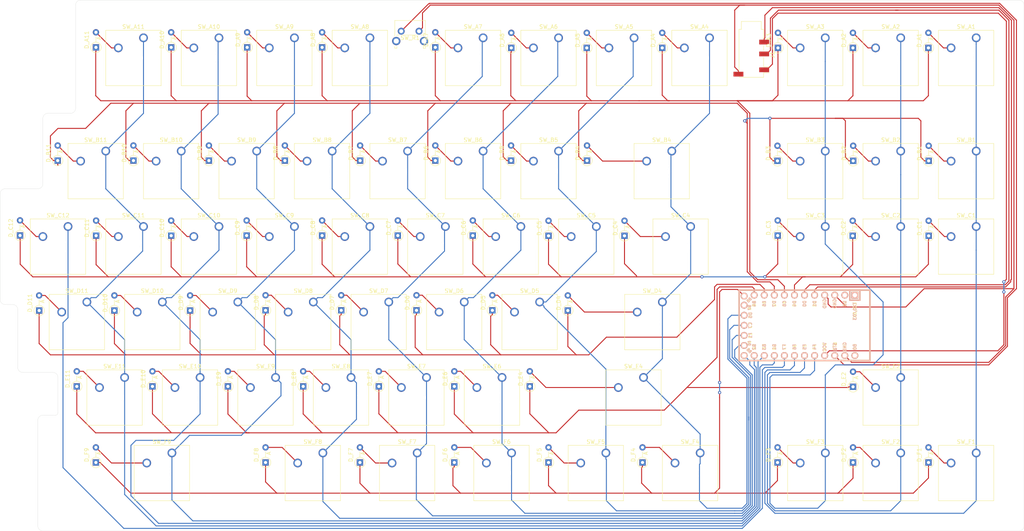
<source format=kicad_pcb>
(kicad_pcb (version 20171130) (host pcbnew "(5.1.4)-1")
  (layers (0 F.Cu signal) (31 B.Cu signal) (34 B.Paste user) (35 F.Paste user) (36 B.SilkS user) (37 F.SilkS user) (38 B.Mask user) (39 F.Mask user) (44 Edge.Cuts user))
  (net 0 "")
  (net 1 "Net-(D_A1-Pad2)")
  (net 2 RowA)
  (net 3 "Net-(D_A2-Pad2)")
  (net 4 "Net-(D_A3-Pad2)")
  (net 5 "Net-(D_A4-Pad2)")
  (net 6 "Net-(D_A5-Pad2)")
  (net 7 "Net-(D_A6-Pad2)")
  (net 8 "Net-(D_A7-Pad2)")
  (net 9 "Net-(D_A8-Pad2)")
  (net 10 "Net-(D_A9-Pad2)")
  (net 11 "Net-(D_A10-Pad2)")
  (net 12 "Net-(D_A11-Pad2)")
  (net 13 "Net-(D_B1-Pad2)")
  (net 14 RowB)
  (net 15 "Net-(D_B2-Pad2)")
  (net 16 "Net-(D_B3-Pad2)")
  (net 17 "Net-(D_B4-Pad2)")
  (net 18 "Net-(D_B5-Pad2)")
  (net 19 "Net-(D_B6-Pad2)")
  (net 20 "Net-(D_B7-Pad2)")
  (net 21 "Net-(D_B8-Pad2)")
  (net 22 "Net-(D_B9-Pad2)")
  (net 23 "Net-(D_B10-Pad2)")
  (net 24 "Net-(D_B11-Pad2)")
  (net 25 "Net-(D_C1-Pad2)")
  (net 26 RowC)
  (net 27 "Net-(D_C2-Pad2)")
  (net 28 "Net-(D_C3-Pad2)")
  (net 29 "Net-(D_C4-Pad2)")
  (net 30 "Net-(D_C5-Pad2)")
  (net 31 "Net-(D_C6-Pad2)")
  (net 32 "Net-(D_C7-Pad2)")
  (net 33 "Net-(D_C8-Pad2)")
  (net 34 "Net-(D_C9-Pad2)")
  (net 35 "Net-(D_C10-Pad2)")
  (net 36 "Net-(D_C11-Pad2)")
  (net 37 "Net-(D_C12-Pad2)")
  (net 38 "Net-(D_D4-Pad2)")
  (net 39 RowD)
  (net 40 "Net-(D_D5-Pad2)")
  (net 41 "Net-(D_D6-Pad2)")
  (net 42 "Net-(D_D7-Pad2)")
  (net 43 "Net-(D_D8-Pad2)")
  (net 44 "Net-(D_D9-Pad2)")
  (net 45 "Net-(D_D10-Pad2)")
  (net 46 "Net-(D_D11-Pad2)")
  (net 47 "Net-(D_E2-Pad2)")
  (net 48 RowE)
  (net 49 "Net-(D_E4-Pad2)")
  (net 50 "Net-(D_E6-Pad2)")
  (net 51 "Net-(D_E7-Pad2)")
  (net 52 "Net-(D_E8-Pad2)")
  (net 53 "Net-(D_E9-Pad2)")
  (net 54 "Net-(D_E10-Pad2)")
  (net 55 "Net-(D_E11-Pad2)")
  (net 56 "Net-(D_F1-Pad2)")
  (net 57 RowF)
  (net 58 "Net-(D_F2-Pad2)")
  (net 59 "Net-(D_F3-Pad2)")
  (net 60 "Net-(D_F4-Pad2)")
  (net 61 "Net-(D_F5-Pad2)")
  (net 62 "Net-(D_F6-Pad2)")
  (net 63 "Net-(D_F7-Pad2)")
  (net 64 "Net-(D_F8-Pad2)")
  (net 65 "Net-(D_F9-Pad2)")
  (net 66 GND)
  (net 67 VCC)
  (net 68 Data1)
  (net 69 Data2)
  (net 70 Col1)
  (net 71 Col2)
  (net 72 Col3)
  (net 73 Col4)
  (net 74 Col5)
  (net 75 Col6)
  (net 76 Col7)
  (net 77 Col8)
  (net 78 Col9)
  (net 79 Col10)
  (net 80 Col11)
  (net 81 Col12)
  (net 82 Reset)
  (net 83 "Net-(U1-Pad1)")
  (net 84 "Net-(U1-Pad2)")
  (net 85 "Net-(U1-Pad24)")
  (net 86 "Net-(U1-Pad25)")
  (module Diode_THT:D_DO-35_SOD27_P3.81mm_Vertical_AnodeUp (layer F.Cu) (at 243.205 35.56 90)
    (fp_text reference D_A1 (at 1.905 -2.326371 90) (layer F.SilkS))
    (fp_text value D)
    (fp_text user A (at 2.31 0.8 90) (layer F.SilkS))
    (pad 2 thru_hole oval (at 3.81 0 90) (size 1.6 1.6) (drill 0.8) (layers *.Cu *.Mask) (net 1 "Net-(D_A1-Pad2)"))
    (pad 1 thru_hole rect (at 0 0 90) (size 1.6 1.6) (drill 0.8) (layers *.Cu *.Mask) (net 2 RowA))
  )
  (module Diode_THT:D_DO-35_SOD27_P3.81mm_Vertical_AnodeUp (layer F.Cu) (at 224.155 35.56 90)
    (fp_text reference D_A2 (at 1.905 -2.326371 90) (layer F.SilkS))
    (fp_text value D)
    (fp_text user A (at 2.31 0.8 90) (layer F.SilkS))
    (pad 2 thru_hole oval (at 3.81 0 90) (size 1.6 1.6) (drill 0.8) (layers *.Cu *.Mask) (net 3 "Net-(D_A2-Pad2)"))
    (pad 1 thru_hole rect (at 0 0 90) (size 1.6 1.6) (drill 0.8) (layers *.Cu *.Mask) (net 2 RowA))
  )
  (module Diode_THT:D_DO-35_SOD27_P3.81mm_Vertical_AnodeUp (layer F.Cu) (at 205.232 35.56 90)
    (fp_text reference D_A3 (at 1.905 -2.326371 90) (layer F.SilkS))
    (fp_text value D)
    (fp_text user A (at 2.31 0.8 90) (layer F.SilkS))
    (pad 2 thru_hole oval (at 3.81 0 90) (size 1.6 1.6) (drill 0.8) (layers *.Cu *.Mask) (net 4 "Net-(D_A3-Pad2)"))
    (pad 1 thru_hole rect (at 0 0 90) (size 1.6 1.6) (drill 0.8) (layers *.Cu *.Mask) (net 2 RowA))
  )
  (module Diode_THT:D_DO-35_SOD27_P3.81mm_Vertical_AnodeUp (layer F.Cu) (at 176.022 35.56 90)
    (fp_text reference D_A4 (at 1.905 -2.326371 90) (layer F.SilkS))
    (fp_text value D)
    (fp_text user A (at 2.31 0.8 90) (layer F.SilkS))
    (pad 2 thru_hole oval (at 3.81 0 90) (size 1.6 1.6) (drill 0.8) (layers *.Cu *.Mask) (net 5 "Net-(D_A4-Pad2)"))
    (pad 1 thru_hole rect (at 0 0 90) (size 1.6 1.6) (drill 0.8) (layers *.Cu *.Mask) (net 2 RowA))
  )
  (module Diode_THT:D_DO-35_SOD27_P3.81mm_Vertical_AnodeUp (layer F.Cu) (at 156.972 35.56 90)
    (fp_text reference D_A5 (at 1.905 -2.326371 90) (layer F.SilkS))
    (fp_text value D)
    (fp_text user A (at 2.31 0.8 90) (layer F.SilkS))
    (pad 2 thru_hole oval (at 3.81 0 90) (size 1.6 1.6) (drill 0.8) (layers *.Cu *.Mask) (net 6 "Net-(D_A5-Pad2)"))
    (pad 1 thru_hole rect (at 0 0 90) (size 1.6 1.6) (drill 0.8) (layers *.Cu *.Mask) (net 2 RowA))
  )
  (module Diode_THT:D_DO-35_SOD27_P3.81mm_Vertical_AnodeUp (layer F.Cu) (at 137.922 35.56 90)
    (fp_text reference D_A6 (at 1.905 -2.326371 90) (layer F.SilkS))
    (fp_text value D)
    (fp_text user A (at 2.31 0.8 90) (layer F.SilkS))
    (pad 1 thru_hole rect (at 0 0 90) (size 1.6 1.6) (drill 0.8) (layers *.Cu *.Mask) (net 2 RowA))
    (pad 2 thru_hole oval (at 3.81 0 90) (size 1.6 1.6) (drill 0.8) (layers *.Cu *.Mask) (net 7 "Net-(D_A6-Pad2)"))
  )
  (module Diode_THT:D_DO-35_SOD27_P3.81mm_Vertical_AnodeUp (layer F.Cu) (at 118.745 35.433 90)
    (fp_text reference D_A7 (at 1.905 -2.326371 90) (layer F.SilkS))
    (fp_text value D)
    (fp_text user A (at 2.31 0.8 90) (layer F.SilkS))
    (pad 2 thru_hole oval (at 3.81 0 90) (size 1.6 1.6) (drill 0.8) (layers *.Cu *.Mask) (net 8 "Net-(D_A7-Pad2)"))
    (pad 1 thru_hole rect (at 0 0 90) (size 1.6 1.6) (drill 0.8) (layers *.Cu *.Mask) (net 2 RowA))
  )
  (module Diode_THT:D_DO-35_SOD27_P3.81mm_Vertical_AnodeUp (layer F.Cu) (at 90.17 35.433 90)
    (fp_text reference D_A8 (at 1.905 -2.326371 90) (layer F.SilkS))
    (fp_text value D)
    (fp_text user A (at 2.31 0.8 90) (layer F.SilkS))
    (pad 1 thru_hole rect (at 0 0 90) (size 1.6 1.6) (drill 0.8) (layers *.Cu *.Mask) (net 2 RowA))
    (pad 2 thru_hole oval (at 3.81 0 90) (size 1.6 1.6) (drill 0.8) (layers *.Cu *.Mask) (net 9 "Net-(D_A8-Pad2)"))
  )
  (module Diode_THT:D_DO-35_SOD27_P3.81mm_Vertical_AnodeUp (layer F.Cu) (at 71.247 35.433 90)
    (fp_text reference D_A9 (at 1.905 -2.326371 90) (layer F.SilkS))
    (fp_text value D)
    (fp_text user A (at 2.31 0.8 90) (layer F.SilkS))
    (pad 1 thru_hole rect (at 0 0 90) (size 1.6 1.6) (drill 0.8) (layers *.Cu *.Mask) (net 2 RowA))
    (pad 2 thru_hole oval (at 3.81 0 90) (size 1.6 1.6) (drill 0.8) (layers *.Cu *.Mask) (net 10 "Net-(D_A9-Pad2)"))
  )
  (module Diode_THT:D_DO-35_SOD27_P3.81mm_Vertical_AnodeUp (layer F.Cu) (at 52.07 35.433 90)
    (fp_text reference D_A10 (at 1.905 -2.326371 90) (layer F.SilkS))
    (fp_text value D)
    (fp_text user A (at 2.31 0.8 90) (layer F.SilkS))
    (pad 1 thru_hole rect (at 0 0 90) (size 1.6 1.6) (drill 0.8) (layers *.Cu *.Mask) (net 2 RowA))
    (pad 2 thru_hole oval (at 3.81 0 90) (size 1.6 1.6) (drill 0.8) (layers *.Cu *.Mask) (net 11 "Net-(D_A10-Pad2)"))
  )
  (module Diode_THT:D_DO-35_SOD27_P3.81mm_Vertical_AnodeUp (layer F.Cu) (at 33.0835 35.433 90)
    (fp_text reference D_A11 (at 1.905 -2.326371 90) (layer F.SilkS))
    (fp_text value D)
    (fp_text user A (at 2.31 0.8 90) (layer F.SilkS))
    (pad 1 thru_hole rect (at 0 0 90) (size 1.6 1.6) (drill 0.8) (layers *.Cu *.Mask) (net 2 RowA))
    (pad 2 thru_hole oval (at 3.81 0 90) (size 1.6 1.6) (drill 0.8) (layers *.Cu *.Mask) (net 12 "Net-(D_A11-Pad2)"))
  )
  (module Diode_THT:D_DO-35_SOD27_P3.81mm_Vertical_AnodeUp (layer F.Cu) (at 243.2685 64.0715 90)
    (fp_text reference D_B1 (at 1.905 -2.326371 90) (layer F.SilkS))
    (fp_text value D)
    (fp_text user A (at 2.31 0.8 90) (layer F.SilkS))
    (pad 2 thru_hole oval (at 3.81 0 90) (size 1.6 1.6) (drill 0.8) (layers *.Cu *.Mask) (net 13 "Net-(D_B1-Pad2)"))
    (pad 1 thru_hole rect (at 0 0 90) (size 1.6 1.6) (drill 0.8) (layers *.Cu *.Mask) (net 14 RowB))
  )
  (module Diode_THT:D_DO-35_SOD27_P3.81mm_Vertical_AnodeUp (layer F.Cu) (at 224.2185 64.0715 90)
    (fp_text reference D_B2 (at 1.905 -2.326371 90) (layer F.SilkS))
    (fp_text value D)
    (fp_text user A (at 2.31 0.8 90) (layer F.SilkS))
    (pad 2 thru_hole oval (at 3.81 0 90) (size 1.6 1.6) (drill 0.8) (layers *.Cu *.Mask) (net 15 "Net-(D_B2-Pad2)"))
    (pad 1 thru_hole rect (at 0 0 90) (size 1.6 1.6) (drill 0.8) (layers *.Cu *.Mask) (net 14 RowB))
  )
  (module Diode_THT:D_DO-35_SOD27_P3.81mm_Vertical_AnodeUp (layer F.Cu) (at 205.105 64.0715 90)
    (fp_text reference D_B3 (at 1.905 -2.326371 90) (layer F.SilkS))
    (fp_text value D)
    (fp_text user A (at 2.31 0.8 90) (layer F.SilkS))
    (pad 2 thru_hole oval (at 3.81 0 90) (size 1.6 1.6) (drill 0.8) (layers *.Cu *.Mask) (net 16 "Net-(D_B3-Pad2)"))
    (pad 1 thru_hole rect (at 0 0 90) (size 1.6 1.6) (drill 0.8) (layers *.Cu *.Mask) (net 14 RowB))
  )
  (module Diode_THT:D_DO-35_SOD27_P3.81mm_Vertical_AnodeUp (layer F.Cu) (at 157.0355 64.008 90)
    (fp_text reference D_B4 (at 1.905 -2.326371 90) (layer F.SilkS))
    (fp_text value D)
    (fp_text user A (at 2.31 0.8 90) (layer F.SilkS))
    (pad 2 thru_hole oval (at 3.81 0 90) (size 1.6 1.6) (drill 0.8) (layers *.Cu *.Mask) (net 17 "Net-(D_B4-Pad2)"))
    (pad 1 thru_hole rect (at 0 0 90) (size 1.6 1.6) (drill 0.8) (layers *.Cu *.Mask) (net 14 RowB))
  )
  (module Diode_THT:D_DO-35_SOD27_P3.81mm_Vertical_AnodeUp (layer F.Cu) (at 137.8585 64.008 90)
    (fp_text reference D_B5 (at 1.905 -2.326371 90) (layer F.SilkS))
    (fp_text value D)
    (fp_text user A (at 2.31 0.8 90) (layer F.SilkS))
    (pad 2 thru_hole oval (at 3.81 0 90) (size 1.6 1.6) (drill 0.8) (layers *.Cu *.Mask) (net 18 "Net-(D_B5-Pad2)"))
    (pad 1 thru_hole rect (at 0 0 90) (size 1.6 1.6) (drill 0.8) (layers *.Cu *.Mask) (net 14 RowB))
  )
  (module Diode_THT:D_DO-35_SOD27_P3.81mm_Vertical_AnodeUp (layer F.Cu) (at 118.745 64.008 90)
    (fp_text reference D_B6 (at 1.905 -2.326371 90) (layer F.SilkS))
    (fp_text value D)
    (fp_text user A (at 2.31 0.8 90) (layer F.SilkS))
    (pad 1 thru_hole rect (at 0 0 90) (size 1.6 1.6) (drill 0.8) (layers *.Cu *.Mask) (net 14 RowB))
    (pad 2 thru_hole oval (at 3.81 0 90) (size 1.6 1.6) (drill 0.8) (layers *.Cu *.Mask) (net 19 "Net-(D_B6-Pad2)"))
  )
  (module Diode_THT:D_DO-35_SOD27_P3.81mm_Vertical_AnodeUp (layer F.Cu) (at 99.7585 64.008 90)
    (fp_text reference D_B7 (at 1.905 -2.326371 90) (layer F.SilkS))
    (fp_text value D)
    (fp_text user A (at 2.31 0.8 90) (layer F.SilkS))
    (pad 1 thru_hole rect (at 0 0 90) (size 1.6 1.6) (drill 0.8) (layers *.Cu *.Mask) (net 14 RowB))
    (pad 2 thru_hole oval (at 3.81 0 90) (size 1.6 1.6) (drill 0.8) (layers *.Cu *.Mask) (net 20 "Net-(D_B7-Pad2)"))
  )
  (module Diode_THT:D_DO-35_SOD27_P3.81mm_Vertical_AnodeUp (layer F.Cu) (at 80.772 64.008 90)
    (fp_text reference D_B8 (at 1.905 -2.326371 90) (layer F.SilkS))
    (fp_text value D)
    (fp_text user A (at 2.31 0.8 90) (layer F.SilkS))
    (pad 1 thru_hole rect (at 0 0 90) (size 1.6 1.6) (drill 0.8) (layers *.Cu *.Mask) (net 14 RowB))
    (pad 2 thru_hole oval (at 3.81 0 90) (size 1.6 1.6) (drill 0.8) (layers *.Cu *.Mask) (net 21 "Net-(D_B8-Pad2)"))
  )
  (module Diode_THT:D_DO-35_SOD27_P3.81mm_Vertical_AnodeUp (layer F.Cu) (at 61.595 64.008 90)
    (fp_text reference D_B9 (at 1.905 -2.326371 90) (layer F.SilkS))
    (fp_text value D)
    (fp_text user A (at 2.31 0.8 90) (layer F.SilkS))
    (pad 1 thru_hole rect (at 0 0 90) (size 1.6 1.6) (drill 0.8) (layers *.Cu *.Mask) (net 14 RowB))
    (pad 2 thru_hole oval (at 3.81 0 90) (size 1.6 1.6) (drill 0.8) (layers *.Cu *.Mask) (net 22 "Net-(D_B9-Pad2)"))
  )
  (module Diode_THT:D_DO-35_SOD27_P3.81mm_Vertical_AnodeUp (layer F.Cu) (at 42.545 64.008 90)
    (fp_text reference D_B10 (at 1.905 -2.326371 90) (layer F.SilkS))
    (fp_text value D)
    (fp_text user A (at 2.31 0.8 90) (layer F.SilkS))
    (pad 1 thru_hole rect (at 0 0 90) (size 1.6 1.6) (drill 0.8) (layers *.Cu *.Mask) (net 14 RowB))
    (pad 2 thru_hole oval (at 3.81 0 90) (size 1.6 1.6) (drill 0.8) (layers *.Cu *.Mask) (net 23 "Net-(D_B10-Pad2)"))
  )
  (module Diode_THT:D_DO-35_SOD27_P3.81mm_Vertical_AnodeUp (layer F.Cu) (at 23.4315 64.008 90)
    (fp_text reference D_B11 (at 1.905 -2.326371 90) (layer F.SilkS))
    (fp_text value D)
    (fp_text user A (at 2.31 0.8 90) (layer F.SilkS))
    (pad 1 thru_hole rect (at 0 0 90) (size 1.6 1.6) (drill 0.8) (layers *.Cu *.Mask) (net 14 RowB))
    (pad 2 thru_hole oval (at 3.81 0 90) (size 1.6 1.6) (drill 0.8) (layers *.Cu *.Mask) (net 24 "Net-(D_B11-Pad2)"))
  )
  (module Diode_THT:D_DO-35_SOD27_P3.81mm_Vertical_AnodeUp (layer F.Cu) (at 243.2685 82.9945 90)
    (fp_text reference D_C1 (at 1.905 -2.326371 90) (layer F.SilkS))
    (fp_text value D)
    (fp_text user A (at 2.31 0.8 90) (layer F.SilkS))
    (pad 2 thru_hole oval (at 3.81 0 90) (size 1.6 1.6) (drill 0.8) (layers *.Cu *.Mask) (net 25 "Net-(D_C1-Pad2)"))
    (pad 1 thru_hole rect (at 0 0 90) (size 1.6 1.6) (drill 0.8) (layers *.Cu *.Mask) (net 26 RowC))
  )
  (module Diode_THT:D_DO-35_SOD27_P3.81mm_Vertical_AnodeUp (layer F.Cu) (at 224.0915 82.9945 90)
    (fp_text reference D_C2 (at 1.905 -2.326371 90) (layer F.SilkS))
    (fp_text value D)
    (fp_text user A (at 2.31 0.8 90) (layer F.SilkS))
    (pad 2 thru_hole oval (at 3.81 0 90) (size 1.6 1.6) (drill 0.8) (layers *.Cu *.Mask) (net 27 "Net-(D_C2-Pad2)"))
    (pad 1 thru_hole rect (at 0 0 90) (size 1.6 1.6) (drill 0.8) (layers *.Cu *.Mask) (net 26 RowC))
  )
  (module Diode_THT:D_DO-35_SOD27_P3.81mm_Vertical_AnodeUp (layer F.Cu) (at 205.1685 82.931 90)
    (fp_text reference D_C3 (at 1.905 -2.326371 90) (layer F.SilkS))
    (fp_text value D)
    (fp_text user A (at 2.31 0.8 90) (layer F.SilkS))
    (pad 2 thru_hole oval (at 3.81 0 90) (size 1.6 1.6) (drill 0.8) (layers *.Cu *.Mask) (net 28 "Net-(D_C3-Pad2)"))
    (pad 1 thru_hole rect (at 0 0 90) (size 1.6 1.6) (drill 0.8) (layers *.Cu *.Mask) (net 26 RowC))
  )
  (module Diode_THT:D_DO-35_SOD27_P3.81mm_Vertical_AnodeUp (layer F.Cu) (at 166.497 82.9945 90)
    (fp_text reference D_C4 (at 1.905 -2.326371 90) (layer F.SilkS))
    (fp_text value D)
    (fp_text user A (at 2.31 0.8 90) (layer F.SilkS))
    (pad 1 thru_hole rect (at 0 0 90) (size 1.6 1.6) (drill 0.8) (layers *.Cu *.Mask) (net 26 RowC))
    (pad 2 thru_hole oval (at 3.81 0 90) (size 1.6 1.6) (drill 0.8) (layers *.Cu *.Mask) (net 29 "Net-(D_C4-Pad2)"))
  )
  (module Diode_THT:D_DO-35_SOD27_P3.81mm_Vertical_AnodeUp (layer F.Cu) (at 147.32 82.9945 90)
    (fp_text reference D_C5 (at 1.905 -2.326371 90) (layer F.SilkS))
    (fp_text value D)
    (fp_text user A (at 2.31 0.8 90) (layer F.SilkS))
    (pad 2 thru_hole oval (at 3.81 0 90) (size 1.6 1.6) (drill 0.8) (layers *.Cu *.Mask) (net 30 "Net-(D_C5-Pad2)"))
    (pad 1 thru_hole rect (at 0 0 90) (size 1.6 1.6) (drill 0.8) (layers *.Cu *.Mask) (net 26 RowC))
  )
  (module Diode_THT:D_DO-35_SOD27_P3.81mm_Vertical_AnodeUp (layer F.Cu) (at 128.2065 82.931 90)
    (fp_text reference D_C6 (at 1.905 -2.326371 90) (layer F.SilkS))
    (fp_text value D)
    (fp_text user A (at 2.31 0.8 90) (layer F.SilkS))
    (pad 2 thru_hole oval (at 3.81 0 90) (size 1.6 1.6) (drill 0.8) (layers *.Cu *.Mask) (net 31 "Net-(D_C6-Pad2)"))
    (pad 1 thru_hole rect (at 0 0 90) (size 1.6 1.6) (drill 0.8) (layers *.Cu *.Mask) (net 26 RowC))
  )
  (module Diode_THT:D_DO-35_SOD27_P3.81mm_Vertical_AnodeUp (layer F.Cu) (at 109.2835 82.931 90)
    (fp_text reference D_C7 (at 1.905 -2.326371 90) (layer F.SilkS))
    (fp_text value D)
    (fp_text user A (at 2.31 0.8 90) (layer F.SilkS))
    (pad 1 thru_hole rect (at 0 0 90) (size 1.6 1.6) (drill 0.8) (layers *.Cu *.Mask) (net 26 RowC))
    (pad 2 thru_hole oval (at 3.81 0 90) (size 1.6 1.6) (drill 0.8) (layers *.Cu *.Mask) (net 32 "Net-(D_C7-Pad2)"))
  )
  (module Diode_THT:D_DO-35_SOD27_P3.81mm_Vertical_AnodeUp (layer F.Cu) (at 90.17 82.931 90)
    (fp_text reference D_C8 (at 1.905 -2.326371 90) (layer F.SilkS))
    (fp_text value D)
    (fp_text user A (at 2.31 0.8 90) (layer F.SilkS))
    (pad 1 thru_hole rect (at 0 0 90) (size 1.6 1.6) (drill 0.8) (layers *.Cu *.Mask) (net 26 RowC))
    (pad 2 thru_hole oval (at 3.81 0 90) (size 1.6 1.6) (drill 0.8) (layers *.Cu *.Mask) (net 33 "Net-(D_C8-Pad2)"))
  )
  (module Diode_THT:D_DO-35_SOD27_P3.81mm_Vertical_AnodeUp (layer F.Cu) (at 71.12 82.931 90)
    (fp_text reference D_C9 (at 1.905 -2.326371 90) (layer F.SilkS))
    (fp_text value D)
    (fp_text user A (at 2.31 0.8 90) (layer F.SilkS))
    (pad 1 thru_hole rect (at 0 0 90) (size 1.6 1.6) (drill 0.8) (layers *.Cu *.Mask) (net 26 RowC))
    (pad 2 thru_hole oval (at 3.81 0 90) (size 1.6 1.6) (drill 0.8) (layers *.Cu *.Mask) (net 34 "Net-(D_C9-Pad2)"))
  )
  (module Diode_THT:D_DO-35_SOD27_P3.81mm_Vertical_AnodeUp (layer F.Cu) (at 52.07 82.9564 90)
    (fp_text reference D_C10 (at 1.905 -2.326371 90) (layer F.SilkS))
    (fp_text value D)
    (fp_text user A (at 2.31 0.8 90) (layer F.SilkS))
    (pad 1 thru_hole rect (at 0 0 90) (size 1.6 1.6) (drill 0.8) (layers *.Cu *.Mask) (net 26 RowC))
    (pad 2 thru_hole oval (at 3.81 0 90) (size 1.6 1.6) (drill 0.8) (layers *.Cu *.Mask) (net 35 "Net-(D_C10-Pad2)"))
  )
  (module Diode_THT:D_DO-35_SOD27_P3.81mm_Vertical_AnodeUp (layer F.Cu) (at 33.1216 82.9564 90)
    (fp_text reference D_C11 (at 1.905 -2.326371 90) (layer F.SilkS))
    (fp_text value D)
    (fp_text user A (at 2.31 0.8 90) (layer F.SilkS))
    (pad 1 thru_hole rect (at 0 0 90) (size 1.6 1.6) (drill 0.8) (layers *.Cu *.Mask) (net 26 RowC))
    (pad 2 thru_hole oval (at 3.81 0 90) (size 1.6 1.6) (drill 0.8) (layers *.Cu *.Mask) (net 36 "Net-(D_C11-Pad2)"))
  )
  (module Diode_THT:D_DO-35_SOD27_P3.81mm_Vertical_AnodeUp (layer F.Cu) (at 13.9192 82.9056 90)
    (fp_text reference D_C12 (at 1.905 -2.326371 90) (layer F.SilkS))
    (fp_text value D)
    (fp_text user A (at 2.31 0.8 90) (layer F.SilkS))
    (pad 2 thru_hole oval (at 3.81 0 90) (size 1.6 1.6) (drill 0.8) (layers *.Cu *.Mask) (net 37 "Net-(D_C12-Pad2)"))
    (pad 1 thru_hole rect (at 0 0 90) (size 1.6 1.6) (drill 0.8) (layers *.Cu *.Mask) (net 26 RowC))
  )
  (module Diode_THT:D_DO-35_SOD27_P3.81mm_Vertical_AnodeUp (layer F.Cu) (at 152.1968 101.854 90)
    (fp_text reference D_D4 (at 1.905 -2.326371 90) (layer F.SilkS))
    (fp_text value D)
    (fp_text user A (at 2.31 0.8 90) (layer F.SilkS))
    (pad 2 thru_hole oval (at 3.81 0 90) (size 1.6 1.6) (drill 0.8) (layers *.Cu *.Mask) (net 38 "Net-(D_D4-Pad2)"))
    (pad 1 thru_hole rect (at 0 0 90) (size 1.6 1.6) (drill 0.8) (layers *.Cu *.Mask) (net 39 RowD))
  )
  (module Diode_THT:D_DO-35_SOD27_P3.81mm_Vertical_AnodeUp (layer F.Cu) (at 133.1468 101.8032 90)
    (fp_text reference D_D5 (at 1.905 -2.326371 90) (layer F.SilkS))
    (fp_text value D)
    (fp_text user A (at 2.31 0.8 90) (layer F.SilkS))
    (pad 2 thru_hole oval (at 3.81 0 90) (size 1.6 1.6) (drill 0.8) (layers *.Cu *.Mask) (net 40 "Net-(D_D5-Pad2)"))
    (pad 1 thru_hole rect (at 0 0 90) (size 1.6 1.6) (drill 0.8) (layers *.Cu *.Mask) (net 39 RowD))
  )
  (module Diode_THT:D_DO-35_SOD27_P3.81mm_Vertical_AnodeUp (layer F.Cu) (at 113.9952 101.8032 90)
    (fp_text reference D_D6 (at 1.905 -2.326371 90) (layer F.SilkS))
    (fp_text value D)
    (fp_text user A (at 2.31 0.8 90) (layer F.SilkS))
    (pad 2 thru_hole oval (at 3.81 0 90) (size 1.6 1.6) (drill 0.8) (layers *.Cu *.Mask) (net 41 "Net-(D_D6-Pad2)"))
    (pad 1 thru_hole rect (at 0 0 90) (size 1.6 1.6) (drill 0.8) (layers *.Cu *.Mask) (net 39 RowD))
  )
  (module Diode_THT:D_DO-35_SOD27_P3.81mm_Vertical_AnodeUp (layer F.Cu) (at 94.996 101.8032 90)
    (fp_text reference D_D7 (at 1.905 -2.326371 90) (layer F.SilkS))
    (fp_text value D)
    (fp_text user A (at 2.31 0.8 90) (layer F.SilkS))
    (pad 1 thru_hole rect (at 0 0 90) (size 1.6 1.6) (drill 0.8) (layers *.Cu *.Mask) (net 39 RowD))
    (pad 2 thru_hole oval (at 3.81 0 90) (size 1.6 1.6) (drill 0.8) (layers *.Cu *.Mask) (net 42 "Net-(D_D7-Pad2)"))
  )
  (module Diode_THT:D_DO-35_SOD27_P3.81mm_Vertical_AnodeUp (layer F.Cu) (at 75.8952 101.8032 90)
    (fp_text reference D_D8 (at 1.905 -2.326371 90) (layer F.SilkS))
    (fp_text value D)
    (fp_text user A (at 2.31 0.8 90) (layer F.SilkS))
    (pad 1 thru_hole rect (at 0 0 90) (size 1.6 1.6) (drill 0.8) (layers *.Cu *.Mask) (net 39 RowD))
    (pad 2 thru_hole oval (at 3.81 0 90) (size 1.6 1.6) (drill 0.8) (layers *.Cu *.Mask) (net 43 "Net-(D_D8-Pad2)"))
  )
  (module Diode_THT:D_DO-35_SOD27_P3.81mm_Vertical_AnodeUp (layer F.Cu) (at 56.8452 101.854 90)
    (fp_text reference D_D9 (at 1.905 -2.326371 90) (layer F.SilkS))
    (fp_text value D)
    (fp_text user A (at 2.31 0.8 90) (layer F.SilkS))
    (pad 1 thru_hole rect (at 0 0 90) (size 1.6 1.6) (drill 0.8) (layers *.Cu *.Mask) (net 39 RowD))
    (pad 2 thru_hole oval (at 3.81 0 90) (size 1.6 1.6) (drill 0.8) (layers *.Cu *.Mask) (net 44 "Net-(D_D9-Pad2)"))
  )
  (module Diode_THT:D_DO-35_SOD27_P3.81mm_Vertical_AnodeUp (layer F.Cu) (at 37.7444 101.854 90)
    (fp_text reference D_D10 (at 1.905 -2.326371 90) (layer F.SilkS))
    (fp_text value D)
    (fp_text user A (at 2.31 0.8 90) (layer F.SilkS))
    (pad 1 thru_hole rect (at 0 0 90) (size 1.6 1.6) (drill 0.8) (layers *.Cu *.Mask) (net 39 RowD))
    (pad 2 thru_hole oval (at 3.81 0 90) (size 1.6 1.6) (drill 0.8) (layers *.Cu *.Mask) (net 45 "Net-(D_D10-Pad2)"))
  )
  (module Diode_THT:D_DO-35_SOD27_P3.81mm_Vertical_AnodeUp (layer F.Cu) (at 18.7452 101.854 90)
    (fp_text reference D_D11 (at 1.905 -2.326371 90) (layer F.SilkS))
    (fp_text value D)
    (fp_text user A (at 2.31 0.8 90) (layer F.SilkS))
    (pad 1 thru_hole rect (at 0 0 90) (size 1.6 1.6) (drill 0.8) (layers *.Cu *.Mask) (net 39 RowD))
    (pad 2 thru_hole oval (at 3.81 0 90) (size 1.6 1.6) (drill 0.8) (layers *.Cu *.Mask) (net 46 "Net-(D_D11-Pad2)"))
  )
  (module Diode_THT:D_DO-35_SOD27_P3.81mm_Vertical_AnodeUp (layer F.Cu) (at 224.1804 121.1072 90)
    (fp_text reference D_E2 (at 1.905 -2.326371 90) (layer F.SilkS))
    (fp_text value D)
    (fp_text user A (at 2.31 0.8 90) (layer F.SilkS))
    (pad 2 thru_hole oval (at 3.81 0 90) (size 1.6 1.6) (drill 0.8) (layers *.Cu *.Mask) (net 47 "Net-(D_E2-Pad2)"))
    (pad 1 thru_hole rect (at 0 0 90) (size 1.6 1.6) (drill 0.8) (layers *.Cu *.Mask) (net 48 RowE))
  )
  (module Diode_THT:D_DO-35_SOD27_P3.81mm_Vertical_AnodeUp (layer F.Cu) (at 142.5956 121.0056 90)
    (fp_text reference D_E4 (at 1.905 -2.326371 90) (layer F.SilkS))
    (fp_text value D)
    (fp_text user A (at 2.31 0.8 90) (layer F.SilkS))
    (pad 2 thru_hole oval (at 3.81 0 90) (size 1.6 1.6) (drill 0.8) (layers *.Cu *.Mask) (net 49 "Net-(D_E4-Pad2)"))
    (pad 1 thru_hole rect (at 0 0 90) (size 1.6 1.6) (drill 0.8) (layers *.Cu *.Mask) (net 48 RowE))
  )
  (module Diode_THT:D_DO-35_SOD27_P3.81mm_Vertical_AnodeUp (layer F.Cu) (at 123.5456 121.0056 90)
    (fp_text reference D_E6 (at 1.905 -2.326371 90) (layer F.SilkS))
    (fp_text value D)
    (fp_text user A (at 2.31 0.8 90) (layer F.SilkS))
    (pad 2 thru_hole oval (at 3.81 0 90) (size 1.6 1.6) (drill 0.8) (layers *.Cu *.Mask) (net 50 "Net-(D_E6-Pad2)"))
    (pad 1 thru_hole rect (at 0 0 90) (size 1.6 1.6) (drill 0.8) (layers *.Cu *.Mask) (net 48 RowE))
  )
  (module Diode_THT:D_DO-35_SOD27_P3.81mm_Vertical_AnodeUp (layer F.Cu) (at 104.4956 121.0056 90)
    (fp_text reference D_E7 (at 1.905 -2.326371 90) (layer F.SilkS))
    (fp_text value D)
    (fp_text user A (at 2.31 0.8 90) (layer F.SilkS))
    (pad 1 thru_hole rect (at 0 0 90) (size 1.6 1.6) (drill 0.8) (layers *.Cu *.Mask) (net 48 RowE))
    (pad 2 thru_hole oval (at 3.81 0 90) (size 1.6 1.6) (drill 0.8) (layers *.Cu *.Mask) (net 51 "Net-(D_E7-Pad2)"))
  )
  (module Diode_THT:D_DO-35_SOD27_P3.81mm_Vertical_AnodeUp (layer F.Cu) (at 85.3948 121.0056 90)
    (fp_text reference D_E8 (at 1.905 -2.326371 90) (layer F.SilkS))
    (fp_text value D)
    (fp_text user A (at 2.31 0.8 90) (layer F.SilkS))
    (pad 1 thru_hole rect (at 0 0 90) (size 1.6 1.6) (drill 0.8) (layers *.Cu *.Mask) (net 48 RowE))
    (pad 2 thru_hole oval (at 3.81 0 90) (size 1.6 1.6) (drill 0.8) (layers *.Cu *.Mask) (net 52 "Net-(D_E8-Pad2)"))
  )
  (module Diode_THT:D_DO-35_SOD27_P3.81mm_Vertical_AnodeUp (layer F.Cu) (at 66.3956 121.0056 90)
    (fp_text reference D_E9 (at 1.905 -2.326371 90) (layer F.SilkS))
    (fp_text value D)
    (fp_text user A (at 2.31 0.8 90) (layer F.SilkS))
    (pad 1 thru_hole rect (at 0 0 90) (size 1.6 1.6) (drill 0.8) (layers *.Cu *.Mask) (net 48 RowE))
    (pad 2 thru_hole oval (at 3.81 0 90) (size 1.6 1.6) (drill 0.8) (layers *.Cu *.Mask) (net 53 "Net-(D_E9-Pad2)"))
  )
  (module Diode_THT:D_DO-35_SOD27_P3.81mm_Vertical_AnodeUp (layer F.Cu) (at 47.3456 121.0056 90)
    (fp_text reference D_E10 (at 1.905 -2.326371 90) (layer F.SilkS))
    (fp_text value D)
    (fp_text user A (at 2.31 0.8 90) (layer F.SilkS))
    (pad 1 thru_hole rect (at 0 0 90) (size 1.6 1.6) (drill 0.8) (layers *.Cu *.Mask) (net 48 RowE))
    (pad 2 thru_hole oval (at 3.81 0 90) (size 1.6 1.6) (drill 0.8) (layers *.Cu *.Mask) (net 54 "Net-(D_E10-Pad2)"))
  )
  (module Diode_THT:D_DO-35_SOD27_P3.81mm_Vertical_AnodeUp (layer F.Cu) (at 28.2448 121.0056 90)
    (fp_text reference D_E11 (at 1.905 -2.326371 90) (layer F.SilkS))
    (fp_text value D)
    (fp_text user A (at 2.31 0.8 90) (layer F.SilkS))
    (pad 1 thru_hole rect (at 0 0 90) (size 1.6 1.6) (drill 0.8) (layers *.Cu *.Mask) (net 48 RowE))
    (pad 2 thru_hole oval (at 3.81 0 90) (size 1.6 1.6) (drill 0.8) (layers *.Cu *.Mask) (net 55 "Net-(D_E11-Pad2)"))
  )
  (module Diode_THT:D_DO-35_SOD27_P3.81mm_Vertical_AnodeUp (layer F.Cu) (at 243.2304 140.208 90)
    (fp_text reference D_F1 (at 1.905 -2.326371 90) (layer F.SilkS))
    (fp_text value D)
    (fp_text user A (at 2.31 0.8 90) (layer F.SilkS))
    (pad 2 thru_hole oval (at 3.81 0 90) (size 1.6 1.6) (drill 0.8) (layers *.Cu *.Mask) (net 56 "Net-(D_F1-Pad2)"))
    (pad 1 thru_hole rect (at 0 0 90) (size 1.6 1.6) (drill 0.8) (layers *.Cu *.Mask) (net 57 RowF))
  )
  (module Diode_THT:D_DO-35_SOD27_P3.81mm_Vertical_AnodeUp (layer F.Cu) (at 224.1804 140.208 90)
    (fp_text reference D_F2 (at 1.905 -2.326371 90) (layer F.SilkS))
    (fp_text value D)
    (fp_text user A (at 2.31 0.8 90) (layer F.SilkS))
    (pad 2 thru_hole oval (at 3.81 0 90) (size 1.6 1.6) (drill 0.8) (layers *.Cu *.Mask) (net 58 "Net-(D_F2-Pad2)"))
    (pad 1 thru_hole rect (at 0 0 90) (size 1.6 1.6) (drill 0.8) (layers *.Cu *.Mask) (net 57 RowF))
  )
  (module Diode_THT:D_DO-35_SOD27_P3.81mm_Vertical_AnodeUp (layer F.Cu) (at 205.1304 140.208 90)
    (fp_text reference D_F3 (at 1.905 -2.326371 90) (layer F.SilkS))
    (fp_text value D)
    (fp_text user A (at 2.31 0.8 90) (layer F.SilkS))
    (pad 2 thru_hole oval (at 3.81 0 90) (size 1.6 1.6) (drill 0.8) (layers *.Cu *.Mask) (net 59 "Net-(D_F3-Pad2)"))
    (pad 1 thru_hole rect (at 0 0 90) (size 1.6 1.6) (drill 0.8) (layers *.Cu *.Mask) (net 57 RowF))
  )
  (module Diode_THT:D_DO-35_SOD27_P3.81mm_Vertical_AnodeUp (layer F.Cu) (at 171.0436 140.208 90)
    (fp_text reference D_F4 (at 1.905 -2.326371 90) (layer F.SilkS))
    (fp_text value D)
    (fp_text user A (at 2.31 0.8 90) (layer F.SilkS))
    (pad 2 thru_hole oval (at 3.81 0 90) (size 1.6 1.6) (drill 0.8) (layers *.Cu *.Mask) (net 60 "Net-(D_F4-Pad2)"))
    (pad 1 thru_hole rect (at 0 0 90) (size 1.6 1.6) (drill 0.8) (layers *.Cu *.Mask) (net 57 RowF))
  )
  (module Diode_THT:D_DO-35_SOD27_P3.81mm_Vertical_AnodeUp (layer F.Cu) (at 147.32 140.208 90)
    (fp_text reference D_F5 (at 1.905 -2.326371 90) (layer F.SilkS))
    (fp_text value D)
    (fp_text user A (at 2.31 0.8 90) (layer F.SilkS))
    (pad 2 thru_hole oval (at 3.81 0 90) (size 1.6 1.6) (drill 0.8) (layers *.Cu *.Mask) (net 61 "Net-(D_F5-Pad2)"))
    (pad 1 thru_hole rect (at 0 0 90) (size 1.6 1.6) (drill 0.8) (layers *.Cu *.Mask) (net 57 RowF))
  )
  (module Diode_THT:D_DO-35_SOD27_P3.81mm_Vertical_AnodeUp (layer F.Cu) (at 123.5456 140.208 90)
    (fp_text reference D_F6 (at 1.905 -2.326371 90) (layer F.SilkS))
    (fp_text value D)
    (fp_text user A (at 2.31 0.8 90) (layer F.SilkS))
    (pad 2 thru_hole oval (at 3.81 0 90) (size 1.6 1.6) (drill 0.8) (layers *.Cu *.Mask) (net 62 "Net-(D_F6-Pad2)"))
    (pad 1 thru_hole rect (at 0 0 90) (size 1.6 1.6) (drill 0.8) (layers *.Cu *.Mask) (net 57 RowF))
  )
  (module Diode_THT:D_DO-35_SOD27_P3.81mm_Vertical_AnodeUp (layer F.Cu) (at 99.7204 140.208 90)
    (fp_text reference D_F7 (at 1.905 -2.326371 90) (layer F.SilkS))
    (fp_text value D)
    (fp_text user A (at 2.31 0.8 90) (layer F.SilkS))
    (pad 1 thru_hole rect (at 0 0 90) (size 1.6 1.6) (drill 0.8) (layers *.Cu *.Mask) (net 57 RowF))
    (pad 2 thru_hole oval (at 3.81 0 90) (size 1.6 1.6) (drill 0.8) (layers *.Cu *.Mask) (net 63 "Net-(D_F7-Pad2)"))
  )
  (module Diode_THT:D_DO-35_SOD27_P3.81mm_Vertical_AnodeUp (layer F.Cu) (at 75.8952 140.208 90)
    (fp_text reference D_F8 (at 1.905 -2.326371 90) (layer F.SilkS))
    (fp_text value D)
    (fp_text user A (at 2.31 0.8 90) (layer F.SilkS))
    (pad 1 thru_hole rect (at 0 0 90) (size 1.6 1.6) (drill 0.8) (layers *.Cu *.Mask) (net 57 RowF))
    (pad 2 thru_hole oval (at 3.81 0 90) (size 1.6 1.6) (drill 0.8) (layers *.Cu *.Mask) (net 64 "Net-(D_F8-Pad2)"))
  )
  (module Diode_THT:D_DO-35_SOD27_P3.81mm_Vertical_AnodeUp (layer F.Cu) (at 33.0708 140.208 90)
    (fp_text reference D_F9 (at 1.905 -2.326371 90) (layer F.SilkS))
    (fp_text value D)
    (fp_text user A (at 2.31 0.8 90) (layer F.SilkS))
    (pad 1 thru_hole rect (at 0 0 90) (size 1.6 1.6) (drill 0.8) (layers *.Cu *.Mask) (net 57 RowF))
    (pad 2 thru_hole oval (at 3.81 0 90) (size 1.6 1.6) (drill 0.8) (layers *.Cu *.Mask) (net 65 "Net-(D_F9-Pad2)"))
  )
  (module Connector_Audio:Jack_3.5mm_PJ320D_Horizontal (layer F.Cu) (at 198.501 37.2618 270)
    (fp_text reference J1 (at 0.05 -5.35 90) (layer F.SilkS))
    (fp_text value AudioJack4)
    (pad S smd rect (at 4.925 3.25 270) (size 1.2 2.5) (layers F.Cu F.Paste F.Mask) (net 66 GND))
    (pad T smd rect (at 3.825 -3.25 270) (size 1.2 2.5) (layers F.Cu F.Paste F.Mask) (net 67 VCC))
    (pad R1 smd rect (at -0.175 -3.25 270) (size 1.2 2.5) (layers F.Cu F.Paste F.Mask) (net 68 Data1))
    (pad R2 smd rect (at -3.175 -3.25 270) (size 1.2 2.5) (layers F.Cu F.Paste F.Mask) (net 69 Data2))
    (pad "" np_thru_hole circle (at -4.775 0 270) (size 1.5 1.5) (drill 1.5) (layers *.Cu *.Mask))
    (pad "" np_thru_hole circle (at 2.225 0 270) (size 1.5 1.5) (drill 1.5) (layers *.Cu *.Mask))
  )
  (module Button_Switch_Keyboard:SW_Cherry_MX_1.00u_PCB (layer F.Cu) (at 255.27 33.02)
    (fp_text reference SW_A1 (at -2.54 -2.794) (layer F.SilkS))
    (fp_text value SW_PUSH)
    (pad 1 thru_hole circle (at 0 0) (size 2.2 2.2) (drill 1.5) (layers *.Cu *.Mask) (net 70 Col1))
    (pad 2 thru_hole circle (at -6.35 2.54) (size 2.2 2.2) (drill 1.5) (layers *.Cu *.Mask) (net 1 "Net-(D_A1-Pad2)"))
    (pad "" np_thru_hole circle (at -2.54 5.08) (size 4 4) (drill 4) (layers *.Cu *.Mask))
    (pad "" np_thru_hole circle (at -7.62 5.08) (size 1.7 1.7) (drill 1.7) (layers *.Cu *.Mask))
    (pad "" np_thru_hole circle (at 2.54 5.08) (size 1.7 1.7) (drill 1.7) (layers *.Cu *.Mask))
  )
  (module Button_Switch_Keyboard:SW_Cherry_MX_1.00u_PCB (layer F.Cu) (at 236.22 33.02)
    (fp_text reference SW_A2 (at -2.54 -2.794) (layer F.SilkS))
    (fp_text value SW_PUSH)
    (pad "" np_thru_hole circle (at 2.54 5.08) (size 1.7 1.7) (drill 1.7) (layers *.Cu *.Mask))
    (pad "" np_thru_hole circle (at -7.62 5.08) (size 1.7 1.7) (drill 1.7) (layers *.Cu *.Mask))
    (pad "" np_thru_hole circle (at -2.54 5.08) (size 4 4) (drill 4) (layers *.Cu *.Mask))
    (pad 2 thru_hole circle (at -6.35 2.54) (size 2.2 2.2) (drill 1.5) (layers *.Cu *.Mask) (net 3 "Net-(D_A2-Pad2)"))
    (pad 1 thru_hole circle (at 0 0) (size 2.2 2.2) (drill 1.5) (layers *.Cu *.Mask) (net 71 Col2))
  )
  (module Button_Switch_Keyboard:SW_Cherry_MX_1.00u_PCB (layer F.Cu) (at 217.17 33.02)
    (fp_text reference SW_A3 (at -2.54 -2.794) (layer F.SilkS))
    (fp_text value SW_PUSH)
    (pad "" np_thru_hole circle (at 2.54 5.08) (size 1.7 1.7) (drill 1.7) (layers *.Cu *.Mask))
    (pad "" np_thru_hole circle (at -7.62 5.08) (size 1.7 1.7) (drill 1.7) (layers *.Cu *.Mask))
    (pad "" np_thru_hole circle (at -2.54 5.08) (size 4 4) (drill 4) (layers *.Cu *.Mask))
    (pad 2 thru_hole circle (at -6.35 2.54) (size 2.2 2.2) (drill 1.5) (layers *.Cu *.Mask) (net 4 "Net-(D_A3-Pad2)"))
    (pad 1 thru_hole circle (at 0 0) (size 2.2 2.2) (drill 1.5) (layers *.Cu *.Mask) (net 72 Col3))
  )
  (module Button_Switch_Keyboard:SW_Cherry_MX_1.00u_PCB (layer F.Cu) (at 187.96 33.02)
    (fp_text reference SW_A4 (at -2.54 -2.794) (layer F.SilkS))
    (fp_text value SW_PUSH)
    (pad 1 thru_hole circle (at 0 0) (size 2.2 2.2) (drill 1.5) (layers *.Cu *.Mask) (net 73 Col4))
    (pad 2 thru_hole circle (at -6.35 2.54) (size 2.2 2.2) (drill 1.5) (layers *.Cu *.Mask) (net 5 "Net-(D_A4-Pad2)"))
    (pad "" np_thru_hole circle (at -2.54 5.08) (size 4 4) (drill 4) (layers *.Cu *.Mask))
    (pad "" np_thru_hole circle (at -7.62 5.08) (size 1.7 1.7) (drill 1.7) (layers *.Cu *.Mask))
    (pad "" np_thru_hole circle (at 2.54 5.08) (size 1.7 1.7) (drill 1.7) (layers *.Cu *.Mask))
  )
  (module Button_Switch_Keyboard:SW_Cherry_MX_1.00u_PCB (layer F.Cu) (at 168.91 33.02)
    (fp_text reference SW_A5 (at -2.54 -2.794) (layer F.SilkS))
    (fp_text value SW_PUSH)
    (pad 1 thru_hole circle (at 0 0) (size 2.2 2.2) (drill 1.5) (layers *.Cu *.Mask) (net 74 Col5))
    (pad 2 thru_hole circle (at -6.35 2.54) (size 2.2 2.2) (drill 1.5) (layers *.Cu *.Mask) (net 6 "Net-(D_A5-Pad2)"))
    (pad "" np_thru_hole circle (at -2.54 5.08) (size 4 4) (drill 4) (layers *.Cu *.Mask))
    (pad "" np_thru_hole circle (at -7.62 5.08) (size 1.7 1.7) (drill 1.7) (layers *.Cu *.Mask))
    (pad "" np_thru_hole circle (at 2.54 5.08) (size 1.7 1.7) (drill 1.7) (layers *.Cu *.Mask))
  )
  (module Button_Switch_Keyboard:SW_Cherry_MX_1.00u_PCB (layer F.Cu) (at 149.86 33.02)
    (fp_text reference SW_A6 (at -2.54 -2.794) (layer F.SilkS))
    (fp_text value SW_PUSH)
    (pad "" np_thru_hole circle (at 2.54 5.08) (size 1.7 1.7) (drill 1.7) (layers *.Cu *.Mask))
    (pad "" np_thru_hole circle (at -7.62 5.08) (size 1.7 1.7) (drill 1.7) (layers *.Cu *.Mask))
    (pad "" np_thru_hole circle (at -2.54 5.08) (size 4 4) (drill 4) (layers *.Cu *.Mask))
    (pad 2 thru_hole circle (at -6.35 2.54) (size 2.2 2.2) (drill 1.5) (layers *.Cu *.Mask) (net 7 "Net-(D_A6-Pad2)"))
    (pad 1 thru_hole circle (at 0 0) (size 2.2 2.2) (drill 1.5) (layers *.Cu *.Mask) (net 75 Col6))
  )
  (module Button_Switch_Keyboard:SW_Cherry_MX_1.00u_PCB (layer F.Cu) (at 130.81 33.02)
    (fp_text reference SW_A7 (at -2.54 -2.794) (layer F.SilkS))
    (fp_text value SW_PUSH)
    (pad 1 thru_hole circle (at 0 0) (size 2.2 2.2) (drill 1.5) (layers *.Cu *.Mask) (net 76 Col7))
    (pad 2 thru_hole circle (at -6.35 2.54) (size 2.2 2.2) (drill 1.5) (layers *.Cu *.Mask) (net 8 "Net-(D_A7-Pad2)"))
    (pad "" np_thru_hole circle (at -2.54 5.08) (size 4 4) (drill 4) (layers *.Cu *.Mask))
    (pad "" np_thru_hole circle (at -7.62 5.08) (size 1.7 1.7) (drill 1.7) (layers *.Cu *.Mask))
    (pad "" np_thru_hole circle (at 2.54 5.08) (size 1.7 1.7) (drill 1.7) (layers *.Cu *.Mask))
  )
  (module Button_Switch_Keyboard:SW_Cherry_MX_1.00u_PCB (layer F.Cu) (at 102.235 33.02)
    (fp_text reference SW_A8 (at -2.54 -2.794) (layer F.SilkS))
    (fp_text value SW_PUSH)
    (pad 1 thru_hole circle (at 0 0) (size 2.2 2.2) (drill 1.5) (layers *.Cu *.Mask) (net 77 Col8))
    (pad 2 thru_hole circle (at -6.35 2.54) (size 2.2 2.2) (drill 1.5) (layers *.Cu *.Mask) (net 9 "Net-(D_A8-Pad2)"))
    (pad "" np_thru_hole circle (at -2.54 5.08) (size 4 4) (drill 4) (layers *.Cu *.Mask))
    (pad "" np_thru_hole circle (at -7.62 5.08) (size 1.7 1.7) (drill 1.7) (layers *.Cu *.Mask))
    (pad "" np_thru_hole circle (at 2.54 5.08) (size 1.7 1.7) (drill 1.7) (layers *.Cu *.Mask))
  )
  (module Button_Switch_Keyboard:SW_Cherry_MX_1.00u_PCB (layer F.Cu) (at 83.185 33.02)
    (fp_text reference SW_A9 (at -2.54 -2.794) (layer F.SilkS))
    (fp_text value SW_PUSH)
    (pad "" np_thru_hole circle (at 2.54 5.08) (size 1.7 1.7) (drill 1.7) (layers *.Cu *.Mask))
    (pad "" np_thru_hole circle (at -7.62 5.08) (size 1.7 1.7) (drill 1.7) (layers *.Cu *.Mask))
    (pad "" np_thru_hole circle (at -2.54 5.08) (size 4 4) (drill 4) (layers *.Cu *.Mask))
    (pad 2 thru_hole circle (at -6.35 2.54) (size 2.2 2.2) (drill 1.5) (layers *.Cu *.Mask) (net 10 "Net-(D_A9-Pad2)"))
    (pad 1 thru_hole circle (at 0 0) (size 2.2 2.2) (drill 1.5) (layers *.Cu *.Mask) (net 78 Col9))
  )
  (module Button_Switch_Keyboard:SW_Cherry_MX_1.00u_PCB (layer F.Cu) (at 64.135 33.02)
    (fp_text reference SW_A10 (at -2.54 -2.794) (layer F.SilkS))
    (fp_text value SW_PUSH)
    (pad 1 thru_hole circle (at 0 0) (size 2.2 2.2) (drill 1.5) (layers *.Cu *.Mask) (net 79 Col10))
    (pad 2 thru_hole circle (at -6.35 2.54) (size 2.2 2.2) (drill 1.5) (layers *.Cu *.Mask) (net 11 "Net-(D_A10-Pad2)"))
    (pad "" np_thru_hole circle (at -2.54 5.08) (size 4 4) (drill 4) (layers *.Cu *.Mask))
    (pad "" np_thru_hole circle (at -7.62 5.08) (size 1.7 1.7) (drill 1.7) (layers *.Cu *.Mask))
    (pad "" np_thru_hole circle (at 2.54 5.08) (size 1.7 1.7) (drill 1.7) (layers *.Cu *.Mask))
  )
  (module Button_Switch_Keyboard:SW_Cherry_MX_1.00u_PCB (layer F.Cu) (at 45.085 33.02)
    (fp_text reference SW_A11 (at -2.54 -2.794) (layer F.SilkS))
    (fp_text value SW_PUSH)
    (pad 1 thru_hole circle (at 0 0) (size 2.2 2.2) (drill 1.5) (layers *.Cu *.Mask) (net 80 Col11))
    (pad 2 thru_hole circle (at -6.35 2.54) (size 2.2 2.2) (drill 1.5) (layers *.Cu *.Mask) (net 12 "Net-(D_A11-Pad2)"))
    (pad "" np_thru_hole circle (at -2.54 5.08) (size 4 4) (drill 4) (layers *.Cu *.Mask))
    (pad "" np_thru_hole circle (at -7.62 5.08) (size 1.7 1.7) (drill 1.7) (layers *.Cu *.Mask))
    (pad "" np_thru_hole circle (at 2.54 5.08) (size 1.7 1.7) (drill 1.7) (layers *.Cu *.Mask))
  )
  (module Button_Switch_Keyboard:SW_Cherry_MX_1.00u_PCB (layer F.Cu) (at 255.27 61.595)
    (fp_text reference SW_B1 (at -2.54 -2.794) (layer F.SilkS))
    (fp_text value SW_PUSH)
    (pad "" np_thru_hole circle (at 2.54 5.08) (size 1.7 1.7) (drill 1.7) (layers *.Cu *.Mask))
    (pad "" np_thru_hole circle (at -7.62 5.08) (size 1.7 1.7) (drill 1.7) (layers *.Cu *.Mask))
    (pad "" np_thru_hole circle (at -2.54 5.08) (size 4 4) (drill 4) (layers *.Cu *.Mask))
    (pad 2 thru_hole circle (at -6.35 2.54) (size 2.2 2.2) (drill 1.5) (layers *.Cu *.Mask) (net 13 "Net-(D_B1-Pad2)"))
    (pad 1 thru_hole circle (at 0 0) (size 2.2 2.2) (drill 1.5) (layers *.Cu *.Mask) (net 70 Col1))
  )
  (module Button_Switch_Keyboard:SW_Cherry_MX_1.00u_PCB (layer F.Cu) (at 236.22 61.595)
    (fp_text reference SW_B2 (at -2.54 -2.794) (layer F.SilkS))
    (fp_text value SW_PUSH)
    (pad 1 thru_hole circle (at 0 0) (size 2.2 2.2) (drill 1.5) (layers *.Cu *.Mask) (net 71 Col2))
    (pad 2 thru_hole circle (at -6.35 2.54) (size 2.2 2.2) (drill 1.5) (layers *.Cu *.Mask) (net 15 "Net-(D_B2-Pad2)"))
    (pad "" np_thru_hole circle (at -2.54 5.08) (size 4 4) (drill 4) (layers *.Cu *.Mask))
    (pad "" np_thru_hole circle (at -7.62 5.08) (size 1.7 1.7) (drill 1.7) (layers *.Cu *.Mask))
    (pad "" np_thru_hole circle (at 2.54 5.08) (size 1.7 1.7) (drill 1.7) (layers *.Cu *.Mask))
  )
  (module Button_Switch_Keyboard:SW_Cherry_MX_1.00u_PCB (layer F.Cu) (at 217.17 61.595)
    (fp_text reference SW_B3 (at -2.54 -2.794) (layer F.SilkS))
    (fp_text value SW_PUSH)
    (pad 1 thru_hole circle (at 0 0) (size 2.2 2.2) (drill 1.5) (layers *.Cu *.Mask) (net 72 Col3))
    (pad 2 thru_hole circle (at -6.35 2.54) (size 2.2 2.2) (drill 1.5) (layers *.Cu *.Mask) (net 16 "Net-(D_B3-Pad2)"))
    (pad "" np_thru_hole circle (at -2.54 5.08) (size 4 4) (drill 4) (layers *.Cu *.Mask))
    (pad "" np_thru_hole circle (at -7.62 5.08) (size 1.7 1.7) (drill 1.7) (layers *.Cu *.Mask))
    (pad "" np_thru_hole circle (at 2.54 5.08) (size 1.7 1.7) (drill 1.7) (layers *.Cu *.Mask))
  )
  (module Button_Switch_Keyboard:SW_Cherry_MX_2.00u_PCB (layer F.Cu) (at 178.435 61.595)
    (fp_text reference SW_B4 (at -2.54 -2.794) (layer F.SilkS))
    (fp_text value SW_PUSH)
    (pad 1 thru_hole circle (at 0 0) (size 2.2 2.2) (drill 1.5) (layers *.Cu *.Mask) (net 73 Col4))
    (pad 2 thru_hole circle (at -6.35 2.54) (size 2.2 2.2) (drill 1.5) (layers *.Cu *.Mask) (net 17 "Net-(D_B4-Pad2)"))
    (pad "" np_thru_hole circle (at -2.54 5.08) (size 4 4) (drill 4) (layers *.Cu *.Mask))
    (pad "" np_thru_hole circle (at -7.62 5.08) (size 1.7 1.7) (drill 1.7) (layers *.Cu *.Mask))
    (pad "" np_thru_hole circle (at 2.54 5.08) (size 1.7 1.7) (drill 1.7) (layers *.Cu *.Mask))
    (pad "" np_thru_hole circle (at 9.36 13.32) (size 4 4) (drill 4) (layers *.Cu *.Mask))
    (pad "" np_thru_hole circle (at -14.44 13.32) (size 4 4) (drill 4) (layers *.Cu *.Mask))
    (pad "" np_thru_hole circle (at -14.44 -1.92) (size 3.05 3.05) (drill 3.05) (layers *.Cu *.Mask))
    (pad "" np_thru_hole circle (at 9.36 -1.92) (size 3.05 3.05) (drill 3.05) (layers *.Cu *.Mask))
  )
  (module Button_Switch_Keyboard:SW_Cherry_MX_1.00u_PCB (layer F.Cu) (at 149.86 61.595)
    (fp_text reference SW_B5 (at -2.54 -2.794) (layer F.SilkS))
    (fp_text value SW_PUSH)
    (pad 1 thru_hole circle (at 0 0) (size 2.2 2.2) (drill 1.5) (layers *.Cu *.Mask) (net 74 Col5))
    (pad 2 thru_hole circle (at -6.35 2.54) (size 2.2 2.2) (drill 1.5) (layers *.Cu *.Mask) (net 18 "Net-(D_B5-Pad2)"))
    (pad "" np_thru_hole circle (at -2.54 5.08) (size 4 4) (drill 4) (layers *.Cu *.Mask))
    (pad "" np_thru_hole circle (at -7.62 5.08) (size 1.7 1.7) (drill 1.7) (layers *.Cu *.Mask))
    (pad "" np_thru_hole circle (at 2.54 5.08) (size 1.7 1.7) (drill 1.7) (layers *.Cu *.Mask))
  )
  (module Button_Switch_Keyboard:SW_Cherry_MX_1.00u_PCB (layer F.Cu) (at 130.81 61.595)
    (fp_text reference SW_B6 (at -2.54 -2.794) (layer F.SilkS))
    (fp_text value SW_PUSH)
    (pad "" np_thru_hole circle (at 2.54 5.08) (size 1.7 1.7) (drill 1.7) (layers *.Cu *.Mask))
    (pad "" np_thru_hole circle (at -7.62 5.08) (size 1.7 1.7) (drill 1.7) (layers *.Cu *.Mask))
    (pad "" np_thru_hole circle (at -2.54 5.08) (size 4 4) (drill 4) (layers *.Cu *.Mask))
    (pad 2 thru_hole circle (at -6.35 2.54) (size 2.2 2.2) (drill 1.5) (layers *.Cu *.Mask) (net 19 "Net-(D_B6-Pad2)"))
    (pad 1 thru_hole circle (at 0 0) (size 2.2 2.2) (drill 1.5) (layers *.Cu *.Mask) (net 75 Col6))
  )
  (module Button_Switch_Keyboard:SW_Cherry_MX_1.00u_PCB (layer F.Cu) (at 111.76 61.595)
    (fp_text reference SW_B7 (at -2.54 -2.794) (layer F.SilkS))
    (fp_text value SW_PUSH)
    (pad 1 thru_hole circle (at 0 0) (size 2.2 2.2) (drill 1.5) (layers *.Cu *.Mask) (net 76 Col7))
    (pad 2 thru_hole circle (at -6.35 2.54) (size 2.2 2.2) (drill 1.5) (layers *.Cu *.Mask) (net 20 "Net-(D_B7-Pad2)"))
    (pad "" np_thru_hole circle (at -2.54 5.08) (size 4 4) (drill 4) (layers *.Cu *.Mask))
    (pad "" np_thru_hole circle (at -7.62 5.08) (size 1.7 1.7) (drill 1.7) (layers *.Cu *.Mask))
    (pad "" np_thru_hole circle (at 2.54 5.08) (size 1.7 1.7) (drill 1.7) (layers *.Cu *.Mask))
  )
  (module Button_Switch_Keyboard:SW_Cherry_MX_1.00u_PCB (layer F.Cu) (at 92.71 61.595)
    (fp_text reference SW_B8 (at -2.54 -2.794) (layer F.SilkS))
    (fp_text value SW_PUSH)
    (pad "" np_thru_hole circle (at 2.54 5.08) (size 1.7 1.7) (drill 1.7) (layers *.Cu *.Mask))
    (pad "" np_thru_hole circle (at -7.62 5.08) (size 1.7 1.7) (drill 1.7) (layers *.Cu *.Mask))
    (pad "" np_thru_hole circle (at -2.54 5.08) (size 4 4) (drill 4) (layers *.Cu *.Mask))
    (pad 2 thru_hole circle (at -6.35 2.54) (size 2.2 2.2) (drill 1.5) (layers *.Cu *.Mask) (net 21 "Net-(D_B8-Pad2)"))
    (pad 1 thru_hole circle (at 0 0) (size 2.2 2.2) (drill 1.5) (layers *.Cu *.Mask) (net 77 Col8))
  )
  (module Button_Switch_Keyboard:SW_Cherry_MX_1.00u_PCB (layer F.Cu) (at 73.66 61.595)
    (fp_text reference SW_B9 (at -2.54 -2.794) (layer F.SilkS))
    (fp_text value SW_PUSH)
    (pad "" np_thru_hole circle (at 2.54 5.08) (size 1.7 1.7) (drill 1.7) (layers *.Cu *.Mask))
    (pad "" np_thru_hole circle (at -7.62 5.08) (size 1.7 1.7) (drill 1.7) (layers *.Cu *.Mask))
    (pad "" np_thru_hole circle (at -2.54 5.08) (size 4 4) (drill 4) (layers *.Cu *.Mask))
    (pad 2 thru_hole circle (at -6.35 2.54) (size 2.2 2.2) (drill 1.5) (layers *.Cu *.Mask) (net 22 "Net-(D_B9-Pad2)"))
    (pad 1 thru_hole circle (at 0 0) (size 2.2 2.2) (drill 1.5) (layers *.Cu *.Mask) (net 78 Col9))
  )
  (module Button_Switch_Keyboard:SW_Cherry_MX_1.00u_PCB (layer F.Cu) (at 54.61 61.595)
    (fp_text reference SW_B10 (at -2.54 -2.794) (layer F.SilkS))
    (fp_text value SW_PUSH)
    (pad 1 thru_hole circle (at 0 0) (size 2.2 2.2) (drill 1.5) (layers *.Cu *.Mask) (net 79 Col10))
    (pad 2 thru_hole circle (at -6.35 2.54) (size 2.2 2.2) (drill 1.5) (layers *.Cu *.Mask) (net 23 "Net-(D_B10-Pad2)"))
    (pad "" np_thru_hole circle (at -2.54 5.08) (size 4 4) (drill 4) (layers *.Cu *.Mask))
    (pad "" np_thru_hole circle (at -7.62 5.08) (size 1.7 1.7) (drill 1.7) (layers *.Cu *.Mask))
    (pad "" np_thru_hole circle (at 2.54 5.08) (size 1.7 1.7) (drill 1.7) (layers *.Cu *.Mask))
  )
  (module Button_Switch_Keyboard:SW_Cherry_MX_1.00u_PCB (layer F.Cu) (at 35.56 61.595)
    (fp_text reference SW_B11 (at -2.54 -2.794) (layer F.SilkS))
    (fp_text value SW_PUSH)
    (pad "" np_thru_hole circle (at 2.54 5.08) (size 1.7 1.7) (drill 1.7) (layers *.Cu *.Mask))
    (pad "" np_thru_hole circle (at -7.62 5.08) (size 1.7 1.7) (drill 1.7) (layers *.Cu *.Mask))
    (pad "" np_thru_hole circle (at -2.54 5.08) (size 4 4) (drill 4) (layers *.Cu *.Mask))
    (pad 2 thru_hole circle (at -6.35 2.54) (size 2.2 2.2) (drill 1.5) (layers *.Cu *.Mask) (net 24 "Net-(D_B11-Pad2)"))
    (pad 1 thru_hole circle (at 0 0) (size 2.2 2.2) (drill 1.5) (layers *.Cu *.Mask) (net 80 Col11))
  )
  (module Button_Switch_Keyboard:SW_Cherry_MX_1.00u_PCB (layer F.Cu) (at 255.27 80.645)
    (fp_text reference SW_C1 (at -2.54 -2.794) (layer F.SilkS))
    (fp_text value SW_PUSH)
    (pad "" np_thru_hole circle (at 2.54 5.08) (size 1.7 1.7) (drill 1.7) (layers *.Cu *.Mask))
    (pad "" np_thru_hole circle (at -7.62 5.08) (size 1.7 1.7) (drill 1.7) (layers *.Cu *.Mask))
    (pad "" np_thru_hole circle (at -2.54 5.08) (size 4 4) (drill 4) (layers *.Cu *.Mask))
    (pad 2 thru_hole circle (at -6.35 2.54) (size 2.2 2.2) (drill 1.5) (layers *.Cu *.Mask) (net 25 "Net-(D_C1-Pad2)"))
    (pad 1 thru_hole circle (at 0 0) (size 2.2 2.2) (drill 1.5) (layers *.Cu *.Mask) (net 70 Col1))
  )
  (module Button_Switch_Keyboard:SW_Cherry_MX_1.00u_PCB (layer F.Cu) (at 236.22 80.645)
    (fp_text reference SW_C2 (at -2.54 -2.794) (layer F.SilkS))
    (fp_text value SW_PUSH)
    (pad 1 thru_hole circle (at 0 0) (size 2.2 2.2) (drill 1.5) (layers *.Cu *.Mask) (net 71 Col2))
    (pad 2 thru_hole circle (at -6.35 2.54) (size 2.2 2.2) (drill 1.5) (layers *.Cu *.Mask) (net 27 "Net-(D_C2-Pad2)"))
    (pad "" np_thru_hole circle (at -2.54 5.08) (size 4 4) (drill 4) (layers *.Cu *.Mask))
    (pad "" np_thru_hole circle (at -7.62 5.08) (size 1.7 1.7) (drill 1.7) (layers *.Cu *.Mask))
    (pad "" np_thru_hole circle (at 2.54 5.08) (size 1.7 1.7) (drill 1.7) (layers *.Cu *.Mask))
  )
  (module Button_Switch_Keyboard:SW_Cherry_MX_1.00u_PCB (layer F.Cu) (at 217.17 80.645)
    (fp_text reference SW_C3 (at -2.54 -2.794) (layer F.SilkS))
    (fp_text value SW_PUSH)
    (pad 1 thru_hole circle (at 0 0) (size 2.2 2.2) (drill 1.5) (layers *.Cu *.Mask) (net 72 Col3))
    (pad 2 thru_hole circle (at -6.35 2.54) (size 2.2 2.2) (drill 1.5) (layers *.Cu *.Mask) (net 28 "Net-(D_C3-Pad2)"))
    (pad "" np_thru_hole circle (at -2.54 5.08) (size 4 4) (drill 4) (layers *.Cu *.Mask))
    (pad "" np_thru_hole circle (at -7.62 5.08) (size 1.7 1.7) (drill 1.7) (layers *.Cu *.Mask))
    (pad "" np_thru_hole circle (at 2.54 5.08) (size 1.7 1.7) (drill 1.7) (layers *.Cu *.Mask))
  )
  (module Button_Switch_Keyboard:SW_Cherry_MX_1.50u_PCB (layer F.Cu) (at 183.1975 80.645)
    (fp_text reference SW_C4 (at -2.54 -2.794) (layer F.SilkS))
    (fp_text value SW_PUSH)
    (pad 1 thru_hole circle (at 0 0) (size 2.2 2.2) (drill 1.5) (layers *.Cu *.Mask) (net 73 Col4))
    (pad 2 thru_hole circle (at -6.35 2.54) (size 2.2 2.2) (drill 1.5) (layers *.Cu *.Mask) (net 29 "Net-(D_C4-Pad2)"))
    (pad "" np_thru_hole circle (at -2.54 5.08) (size 4 4) (drill 4) (layers *.Cu *.Mask))
    (pad "" np_thru_hole circle (at -7.62 5.08) (size 1.7 1.7) (drill 1.7) (layers *.Cu *.Mask))
    (pad "" np_thru_hole circle (at 2.54 5.08) (size 1.7 1.7) (drill 1.7) (layers *.Cu *.Mask))
  )
  (module Button_Switch_Keyboard:SW_Cherry_MX_1.00u_PCB (layer F.Cu) (at 159.385 80.645)
    (fp_text reference SW_C5 (at -2.54 -2.794) (layer F.SilkS))
    (fp_text value SW_PUSH)
    (pad "" np_thru_hole circle (at 2.54 5.08) (size 1.7 1.7) (drill 1.7) (layers *.Cu *.Mask))
    (pad "" np_thru_hole circle (at -7.62 5.08) (size 1.7 1.7) (drill 1.7) (layers *.Cu *.Mask))
    (pad "" np_thru_hole circle (at -2.54 5.08) (size 4 4) (drill 4) (layers *.Cu *.Mask))
    (pad 2 thru_hole circle (at -6.35 2.54) (size 2.2 2.2) (drill 1.5) (layers *.Cu *.Mask) (net 30 "Net-(D_C5-Pad2)"))
    (pad 1 thru_hole circle (at 0 0) (size 2.2 2.2) (drill 1.5) (layers *.Cu *.Mask) (net 74 Col5))
  )
  (module Button_Switch_Keyboard:SW_Cherry_MX_1.00u_PCB (layer F.Cu) (at 140.335 80.645)
    (fp_text reference SW_C6 (at -2.54 -2.794) (layer F.SilkS))
    (fp_text value SW_PUSH)
    (pad 1 thru_hole circle (at 0 0) (size 2.2 2.2) (drill 1.5) (layers *.Cu *.Mask) (net 75 Col6))
    (pad 2 thru_hole circle (at -6.35 2.54) (size 2.2 2.2) (drill 1.5) (layers *.Cu *.Mask) (net 31 "Net-(D_C6-Pad2)"))
    (pad "" np_thru_hole circle (at -2.54 5.08) (size 4 4) (drill 4) (layers *.Cu *.Mask))
    (pad "" np_thru_hole circle (at -7.62 5.08) (size 1.7 1.7) (drill 1.7) (layers *.Cu *.Mask))
    (pad "" np_thru_hole circle (at 2.54 5.08) (size 1.7 1.7) (drill 1.7) (layers *.Cu *.Mask))
  )
  (module Button_Switch_Keyboard:SW_Cherry_MX_1.00u_PCB (layer F.Cu) (at 121.285 80.645)
    (fp_text reference SW_C7 (at -2.54 -2.794) (layer F.SilkS))
    (fp_text value SW_PUSH)
    (pad "" np_thru_hole circle (at 2.54 5.08) (size 1.7 1.7) (drill 1.7) (layers *.Cu *.Mask))
    (pad "" np_thru_hole circle (at -7.62 5.08) (size 1.7 1.7) (drill 1.7) (layers *.Cu *.Mask))
    (pad "" np_thru_hole circle (at -2.54 5.08) (size 4 4) (drill 4) (layers *.Cu *.Mask))
    (pad 2 thru_hole circle (at -6.35 2.54) (size 2.2 2.2) (drill 1.5) (layers *.Cu *.Mask) (net 32 "Net-(D_C7-Pad2)"))
    (pad 1 thru_hole circle (at 0 0) (size 2.2 2.2) (drill 1.5) (layers *.Cu *.Mask) (net 76 Col7))
  )
  (module Button_Switch_Keyboard:SW_Cherry_MX_1.00u_PCB (layer F.Cu) (at 102.235 80.645)
    (fp_text reference SW_C8 (at -2.54 -2.794) (layer F.SilkS))
    (fp_text value SW_PUSH)
    (pad 1 thru_hole circle (at 0 0) (size 2.2 2.2) (drill 1.5) (layers *.Cu *.Mask) (net 77 Col8))
    (pad 2 thru_hole circle (at -6.35 2.54) (size 2.2 2.2) (drill 1.5) (layers *.Cu *.Mask) (net 33 "Net-(D_C8-Pad2)"))
    (pad "" np_thru_hole circle (at -2.54 5.08) (size 4 4) (drill 4) (layers *.Cu *.Mask))
    (pad "" np_thru_hole circle (at -7.62 5.08) (size 1.7 1.7) (drill 1.7) (layers *.Cu *.Mask))
    (pad "" np_thru_hole circle (at 2.54 5.08) (size 1.7 1.7) (drill 1.7) (layers *.Cu *.Mask))
  )
  (module Button_Switch_Keyboard:SW_Cherry_MX_1.00u_PCB (layer F.Cu) (at 83.185 80.645)
    (fp_text reference SW_C9 (at -2.54 -2.794) (layer F.SilkS))
    (fp_text value SW_PUSH)
    (pad "" np_thru_hole circle (at 2.54 5.08) (size 1.7 1.7) (drill 1.7) (layers *.Cu *.Mask))
    (pad "" np_thru_hole circle (at -7.62 5.08) (size 1.7 1.7) (drill 1.7) (layers *.Cu *.Mask))
    (pad "" np_thru_hole circle (at -2.54 5.08) (size 4 4) (drill 4) (layers *.Cu *.Mask))
    (pad 2 thru_hole circle (at -6.35 2.54) (size 2.2 2.2) (drill 1.5) (layers *.Cu *.Mask) (net 34 "Net-(D_C9-Pad2)"))
    (pad 1 thru_hole circle (at 0 0) (size 2.2 2.2) (drill 1.5) (layers *.Cu *.Mask) (net 78 Col9))
  )
  (module Button_Switch_Keyboard:SW_Cherry_MX_1.00u_PCB (layer F.Cu) (at 64.135 80.645)
    (fp_text reference SW_C10 (at -2.54 -2.794) (layer F.SilkS))
    (fp_text value SW_PUSH)
    (pad 1 thru_hole circle (at 0 0) (size 2.2 2.2) (drill 1.5) (layers *.Cu *.Mask) (net 79 Col10))
    (pad 2 thru_hole circle (at -6.35 2.54) (size 2.2 2.2) (drill 1.5) (layers *.Cu *.Mask) (net 35 "Net-(D_C10-Pad2)"))
    (pad "" np_thru_hole circle (at -2.54 5.08) (size 4 4) (drill 4) (layers *.Cu *.Mask))
    (pad "" np_thru_hole circle (at -7.62 5.08) (size 1.7 1.7) (drill 1.7) (layers *.Cu *.Mask))
    (pad "" np_thru_hole circle (at 2.54 5.08) (size 1.7 1.7) (drill 1.7) (layers *.Cu *.Mask))
  )
  (module Button_Switch_Keyboard:SW_Cherry_MX_1.00u_PCB (layer F.Cu) (at 45.085 80.645)
    (fp_text reference SW_C11 (at -2.54 -2.794) (layer F.SilkS))
    (fp_text value SW_PUSH)
    (pad 1 thru_hole circle (at 0 0) (size 2.2 2.2) (drill 1.5) (layers *.Cu *.Mask) (net 80 Col11))
    (pad 2 thru_hole circle (at -6.35 2.54) (size 2.2 2.2) (drill 1.5) (layers *.Cu *.Mask) (net 36 "Net-(D_C11-Pad2)"))
    (pad "" np_thru_hole circle (at -2.54 5.08) (size 4 4) (drill 4) (layers *.Cu *.Mask))
    (pad "" np_thru_hole circle (at -7.62 5.08) (size 1.7 1.7) (drill 1.7) (layers *.Cu *.Mask))
    (pad "" np_thru_hole circle (at 2.54 5.08) (size 1.7 1.7) (drill 1.7) (layers *.Cu *.Mask))
  )
  (module Button_Switch_Keyboard:SW_Cherry_MX_1.00u_PCB (layer F.Cu) (at 26.035 80.645)
    (fp_text reference SW_C12 (at -2.54 -2.794) (layer F.SilkS))
    (fp_text value SW_PUSH)
    (pad "" np_thru_hole circle (at 2.54 5.08) (size 1.7 1.7) (drill 1.7) (layers *.Cu *.Mask))
    (pad "" np_thru_hole circle (at -7.62 5.08) (size 1.7 1.7) (drill 1.7) (layers *.Cu *.Mask))
    (pad "" np_thru_hole circle (at -2.54 5.08) (size 4 4) (drill 4) (layers *.Cu *.Mask))
    (pad 2 thru_hole circle (at -6.35 2.54) (size 2.2 2.2) (drill 1.5) (layers *.Cu *.Mask) (net 37 "Net-(D_C12-Pad2)"))
    (pad 1 thru_hole circle (at 0 0) (size 2.2 2.2) (drill 1.5) (layers *.Cu *.Mask) (net 81 Col12))
  )
  (module Button_Switch_Keyboard:SW_Cherry_MX_2.25u_PCB (layer F.Cu) (at 176.06 99.695)
    (fp_text reference SW_D4 (at -2.54 -2.794) (layer F.SilkS))
    (fp_text value SW_PUSH)
    (pad 1 thru_hole circle (at 0 0) (size 2.2 2.2) (drill 1.5) (layers *.Cu *.Mask) (net 73 Col4))
    (pad 2 thru_hole circle (at -6.35 2.54) (size 2.2 2.2) (drill 1.5) (layers *.Cu *.Mask) (net 38 "Net-(D_D4-Pad2)"))
    (pad "" np_thru_hole circle (at -2.54 5.08) (size 4 4) (drill 4) (layers *.Cu *.Mask))
    (pad "" np_thru_hole circle (at -7.62 5.08) (size 1.7 1.7) (drill 1.7) (layers *.Cu *.Mask))
    (pad "" np_thru_hole circle (at 2.54 5.08) (size 1.7 1.7) (drill 1.7) (layers *.Cu *.Mask))
    (pad "" np_thru_hole circle (at 9.36 13.32) (size 4 4) (drill 4) (layers *.Cu *.Mask))
    (pad "" np_thru_hole circle (at -14.44 13.32) (size 4 4) (drill 4) (layers *.Cu *.Mask))
    (pad "" np_thru_hole circle (at -14.44 -1.92) (size 3.05 3.05) (drill 3.05) (layers *.Cu *.Mask))
    (pad "" np_thru_hole circle (at 9.36 -1.92) (size 3.05 3.05) (drill 3.05) (layers *.Cu *.Mask))
  )
  (module Button_Switch_Keyboard:SW_Cherry_MX_1.00u_PCB (layer F.Cu) (at 145.0848 99.695)
    (fp_text reference SW_D5 (at -2.54 -2.794) (layer F.SilkS))
    (fp_text value SW_PUSH)
    (pad "" np_thru_hole circle (at 2.54 5.08) (size 1.7 1.7) (drill 1.7) (layers *.Cu *.Mask))
    (pad "" np_thru_hole circle (at -7.62 5.08) (size 1.7 1.7) (drill 1.7) (layers *.Cu *.Mask))
    (pad "" np_thru_hole circle (at -2.54 5.08) (size 4 4) (drill 4) (layers *.Cu *.Mask))
    (pad 2 thru_hole circle (at -6.35 2.54) (size 2.2 2.2) (drill 1.5) (layers *.Cu *.Mask) (net 40 "Net-(D_D5-Pad2)"))
    (pad 1 thru_hole circle (at 0 0) (size 2.2 2.2) (drill 1.5) (layers *.Cu *.Mask) (net 74 Col5))
  )
  (module Button_Switch_Keyboard:SW_Cherry_MX_1.00u_PCB (layer F.Cu) (at 126.0475 99.695)
    (fp_text reference SW_D6 (at -2.54 -2.794) (layer F.SilkS))
    (fp_text value SW_PUSH)
    (pad 1 thru_hole circle (at 0 0) (size 2.2 2.2) (drill 1.5) (layers *.Cu *.Mask) (net 75 Col6))
    (pad 2 thru_hole circle (at -6.35 2.54) (size 2.2 2.2) (drill 1.5) (layers *.Cu *.Mask) (net 41 "Net-(D_D6-Pad2)"))
    (pad "" np_thru_hole circle (at -2.54 5.08) (size 4 4) (drill 4) (layers *.Cu *.Mask))
    (pad "" np_thru_hole circle (at -7.62 5.08) (size 1.7 1.7) (drill 1.7) (layers *.Cu *.Mask))
    (pad "" np_thru_hole circle (at 2.54 5.08) (size 1.7 1.7) (drill 1.7) (layers *.Cu *.Mask))
  )
  (module Button_Switch_Keyboard:SW_Cherry_MX_1.00u_PCB (layer F.Cu) (at 106.9975 99.695)
    (fp_text reference SW_D7 (at -2.54 -2.794) (layer F.SilkS))
    (fp_text value SW_PUSH)
    (pad "" np_thru_hole circle (at 2.54 5.08) (size 1.7 1.7) (drill 1.7) (layers *.Cu *.Mask))
    (pad "" np_thru_hole circle (at -7.62 5.08) (size 1.7 1.7) (drill 1.7) (layers *.Cu *.Mask))
    (pad "" np_thru_hole circle (at -2.54 5.08) (size 4 4) (drill 4) (layers *.Cu *.Mask))
    (pad 2 thru_hole circle (at -6.35 2.54) (size 2.2 2.2) (drill 1.5) (layers *.Cu *.Mask) (net 42 "Net-(D_D7-Pad2)"))
    (pad 1 thru_hole circle (at 0 0) (size 2.2 2.2) (drill 1.5) (layers *.Cu *.Mask) (net 76 Col7))
  )
  (module Button_Switch_Keyboard:SW_Cherry_MX_1.00u_PCB (layer F.Cu) (at 87.9475 99.695)
    (fp_text reference SW_D8 (at -2.54 -2.794) (layer F.SilkS))
    (fp_text value SW_PUSH)
    (pad "" np_thru_hole circle (at 2.54 5.08) (size 1.7 1.7) (drill 1.7) (layers *.Cu *.Mask))
    (pad "" np_thru_hole circle (at -7.62 5.08) (size 1.7 1.7) (drill 1.7) (layers *.Cu *.Mask))
    (pad "" np_thru_hole circle (at -2.54 5.08) (size 4 4) (drill 4) (layers *.Cu *.Mask))
    (pad 2 thru_hole circle (at -6.35 2.54) (size 2.2 2.2) (drill 1.5) (layers *.Cu *.Mask) (net 43 "Net-(D_D8-Pad2)"))
    (pad 1 thru_hole circle (at 0 0) (size 2.2 2.2) (drill 1.5) (layers *.Cu *.Mask) (net 77 Col8))
  )
  (module Button_Switch_Keyboard:SW_Cherry_MX_1.00u_PCB (layer F.Cu) (at 68.8975 99.695)
    (fp_text reference SW_D9 (at -2.54 -2.794) (layer F.SilkS))
    (fp_text value SW_PUSH)
    (pad "" np_thru_hole circle (at 2.54 5.08) (size 1.7 1.7) (drill 1.7) (layers *.Cu *.Mask))
    (pad "" np_thru_hole circle (at -7.62 5.08) (size 1.7 1.7) (drill 1.7) (layers *.Cu *.Mask))
    (pad "" np_thru_hole circle (at -2.54 5.08) (size 4 4) (drill 4) (layers *.Cu *.Mask))
    (pad 2 thru_hole circle (at -6.35 2.54) (size 2.2 2.2) (drill 1.5) (layers *.Cu *.Mask) (net 44 "Net-(D_D9-Pad2)"))
    (pad 1 thru_hole circle (at 0 0) (size 2.2 2.2) (drill 1.5) (layers *.Cu *.Mask) (net 78 Col9))
  )
  (module Button_Switch_Keyboard:SW_Cherry_MX_1.00u_PCB (layer F.Cu) (at 49.8475 99.695)
    (fp_text reference SW_D10 (at -2.54 -2.794) (layer F.SilkS))
    (fp_text value SW_PUSH)
    (pad "" np_thru_hole circle (at 2.54 5.08) (size 1.7 1.7) (drill 1.7) (layers *.Cu *.Mask))
    (pad "" np_thru_hole circle (at -7.62 5.08) (size 1.7 1.7) (drill 1.7) (layers *.Cu *.Mask))
    (pad "" np_thru_hole circle (at -2.54 5.08) (size 4 4) (drill 4) (layers *.Cu *.Mask))
    (pad 2 thru_hole circle (at -6.35 2.54) (size 2.2 2.2) (drill 1.5) (layers *.Cu *.Mask) (net 45 "Net-(D_D10-Pad2)"))
    (pad 1 thru_hole circle (at 0 0) (size 2.2 2.2) (drill 1.5) (layers *.Cu *.Mask) (net 79 Col10))
  )
  (module Button_Switch_Keyboard:SW_Cherry_MX_1.00u_PCB (layer F.Cu) (at 30.7975 99.695)
    (fp_text reference SW_D11 (at -2.54 -2.794) (layer F.SilkS))
    (fp_text value SW_PUSH)
    (pad 1 thru_hole circle (at 0 0) (size 2.2 2.2) (drill 1.5) (layers *.Cu *.Mask) (net 80 Col11))
    (pad 2 thru_hole circle (at -6.35 2.54) (size 2.2 2.2) (drill 1.5) (layers *.Cu *.Mask) (net 46 "Net-(D_D11-Pad2)"))
    (pad "" np_thru_hole circle (at -2.54 5.08) (size 4 4) (drill 4) (layers *.Cu *.Mask))
    (pad "" np_thru_hole circle (at -7.62 5.08) (size 1.7 1.7) (drill 1.7) (layers *.Cu *.Mask))
    (pad "" np_thru_hole circle (at 2.54 5.08) (size 1.7 1.7) (drill 1.7) (layers *.Cu *.Mask))
  )
  (module Button_Switch_Keyboard:SW_Cherry_MX_1.00u_PCB (layer F.Cu) (at 236.22 118.745)
    (fp_text reference SW_E2 (at -2.54 -2.794) (layer F.SilkS))
    (fp_text value SW_PUSH)
    (pad 1 thru_hole circle (at 0 0) (size 2.2 2.2) (drill 1.5) (layers *.Cu *.Mask) (net 71 Col2))
    (pad 2 thru_hole circle (at -6.35 2.54) (size 2.2 2.2) (drill 1.5) (layers *.Cu *.Mask) (net 47 "Net-(D_E2-Pad2)"))
    (pad "" np_thru_hole circle (at -2.54 5.08) (size 4 4) (drill 4) (layers *.Cu *.Mask))
    (pad "" np_thru_hole circle (at -7.62 5.08) (size 1.7 1.7) (drill 1.7) (layers *.Cu *.Mask))
    (pad "" np_thru_hole circle (at 2.54 5.08) (size 1.7 1.7) (drill 1.7) (layers *.Cu *.Mask))
  )
  (module Button_Switch_Keyboard:SW_Cherry_MX_2.75u_PCB (layer F.Cu) (at 171.2976 118.745)
    (fp_text reference SW_E4 (at -2.54 -2.794) (layer F.SilkS))
    (fp_text value SW_PUSH)
    (pad "" np_thru_hole circle (at 9.36 -1.92) (size 3.05 3.05) (drill 3.05) (layers *.Cu *.Mask))
    (pad "" np_thru_hole circle (at -14.44 -1.92) (size 3.05 3.05) (drill 3.05) (layers *.Cu *.Mask))
    (pad "" np_thru_hole circle (at -14.44 13.32) (size 4 4) (drill 4) (layers *.Cu *.Mask))
    (pad "" np_thru_hole circle (at 9.36 13.32) (size 4 4) (drill 4) (layers *.Cu *.Mask))
    (pad "" np_thru_hole circle (at 2.54 5.08) (size 1.7 1.7) (drill 1.7) (layers *.Cu *.Mask))
    (pad "" np_thru_hole circle (at -7.62 5.08) (size 1.7 1.7) (drill 1.7) (layers *.Cu *.Mask))
    (pad "" np_thru_hole circle (at -2.54 5.08) (size 4 4) (drill 4) (layers *.Cu *.Mask))
    (pad 2 thru_hole circle (at -6.35 2.54) (size 2.2 2.2) (drill 1.5) (layers *.Cu *.Mask) (net 49 "Net-(D_E4-Pad2)"))
    (pad 1 thru_hole circle (at 0 0) (size 2.2 2.2) (drill 1.5) (layers *.Cu *.Mask) (net 73 Col4))
  )
  (module Button_Switch_Keyboard:SW_Cherry_MX_1.00u_PCB (layer F.Cu) (at 135.5852 118.745)
    (fp_text reference SW_E6 (at -2.54 -2.794) (layer F.SilkS))
    (fp_text value SW_PUSH)
    (pad 1 thru_hole circle (at 0 0) (size 2.2 2.2) (drill 1.5) (layers *.Cu *.Mask) (net 75 Col6))
    (pad 2 thru_hole circle (at -6.35 2.54) (size 2.2 2.2) (drill 1.5) (layers *.Cu *.Mask) (net 50 "Net-(D_E6-Pad2)"))
    (pad "" np_thru_hole circle (at -2.54 5.08) (size 4 4) (drill 4) (layers *.Cu *.Mask))
    (pad "" np_thru_hole circle (at -7.62 5.08) (size 1.7 1.7) (drill 1.7) (layers *.Cu *.Mask))
    (pad "" np_thru_hole circle (at 2.54 5.08) (size 1.7 1.7) (drill 1.7) (layers *.Cu *.Mask))
  )
  (module Button_Switch_Keyboard:SW_Cherry_MX_1.00u_PCB (layer F.Cu) (at 116.5225 118.745)
    (fp_text reference SW_E7 (at -2.54 -2.794) (layer F.SilkS))
    (fp_text value SW_PUSH)
    (pad "" np_thru_hole circle (at 2.54 5.08) (size 1.7 1.7) (drill 1.7) (layers *.Cu *.Mask))
    (pad "" np_thru_hole circle (at -7.62 5.08) (size 1.7 1.7) (drill 1.7) (layers *.Cu *.Mask))
    (pad "" np_thru_hole circle (at -2.54 5.08) (size 4 4) (drill 4) (layers *.Cu *.Mask))
    (pad 2 thru_hole circle (at -6.35 2.54) (size 2.2 2.2) (drill 1.5) (layers *.Cu *.Mask) (net 51 "Net-(D_E7-Pad2)"))
    (pad 1 thru_hole circle (at 0 0) (size 2.2 2.2) (drill 1.5) (layers *.Cu *.Mask) (net 76 Col7))
  )
  (module Button_Switch_Keyboard:SW_Cherry_MX_1.00u_PCB (layer F.Cu) (at 97.4725 118.745)
    (fp_text reference SW_E8 (at -2.54 -2.794) (layer F.SilkS))
    (fp_text value SW_PUSH)
    (pad 1 thru_hole circle (at 0 0) (size 2.2 2.2) (drill 1.5) (layers *.Cu *.Mask) (net 77 Col8))
    (pad 2 thru_hole circle (at -6.35 2.54) (size 2.2 2.2) (drill 1.5) (layers *.Cu *.Mask) (net 52 "Net-(D_E8-Pad2)"))
    (pad "" np_thru_hole circle (at -2.54 5.08) (size 4 4) (drill 4) (layers *.Cu *.Mask))
    (pad "" np_thru_hole circle (at -7.62 5.08) (size 1.7 1.7) (drill 1.7) (layers *.Cu *.Mask))
    (pad "" np_thru_hole circle (at 2.54 5.08) (size 1.7 1.7) (drill 1.7) (layers *.Cu *.Mask))
  )
  (module Button_Switch_Keyboard:SW_Cherry_MX_1.00u_PCB (layer F.Cu) (at 78.4225 118.745)
    (fp_text reference SW_E9 (at -2.54 -2.794) (layer F.SilkS))
    (fp_text value SW_PUSH)
    (pad "" np_thru_hole circle (at 2.54 5.08) (size 1.7 1.7) (drill 1.7) (layers *.Cu *.Mask))
    (pad "" np_thru_hole circle (at -7.62 5.08) (size 1.7 1.7) (drill 1.7) (layers *.Cu *.Mask))
    (pad "" np_thru_hole circle (at -2.54 5.08) (size 4 4) (drill 4) (layers *.Cu *.Mask))
    (pad 2 thru_hole circle (at -6.35 2.54) (size 2.2 2.2) (drill 1.5) (layers *.Cu *.Mask) (net 53 "Net-(D_E9-Pad2)"))
    (pad 1 thru_hole circle (at 0 0) (size 2.2 2.2) (drill 1.5) (layers *.Cu *.Mask) (net 78 Col9))
  )
  (module Button_Switch_Keyboard:SW_Cherry_MX_1.00u_PCB (layer F.Cu) (at 59.3725 118.745)
    (fp_text reference SW_E10 (at -2.54 -2.794) (layer F.SilkS))
    (fp_text value SW_PUSH)
    (pad "" np_thru_hole circle (at 2.54 5.08) (size 1.7 1.7) (drill 1.7) (layers *.Cu *.Mask))
    (pad "" np_thru_hole circle (at -7.62 5.08) (size 1.7 1.7) (drill 1.7) (layers *.Cu *.Mask))
    (pad "" np_thru_hole circle (at -2.54 5.08) (size 4 4) (drill 4) (layers *.Cu *.Mask))
    (pad 2 thru_hole circle (at -6.35 2.54) (size 2.2 2.2) (drill 1.5) (layers *.Cu *.Mask) (net 54 "Net-(D_E10-Pad2)"))
    (pad 1 thru_hole circle (at 0 0) (size 2.2 2.2) (drill 1.5) (layers *.Cu *.Mask) (net 79 Col10))
  )
  (module Button_Switch_Keyboard:SW_Cherry_MX_1.00u_PCB (layer F.Cu) (at 40.3225 118.745)
    (fp_text reference SW_E11 (at -2.54 -2.794) (layer F.SilkS))
    (fp_text value SW_PUSH)
    (pad 1 thru_hole circle (at 0 0) (size 2.2 2.2) (drill 1.5) (layers *.Cu *.Mask) (net 80 Col11))
    (pad 2 thru_hole circle (at -6.35 2.54) (size 2.2 2.2) (drill 1.5) (layers *.Cu *.Mask) (net 55 "Net-(D_E11-Pad2)"))
    (pad "" np_thru_hole circle (at -2.54 5.08) (size 4 4) (drill 4) (layers *.Cu *.Mask))
    (pad "" np_thru_hole circle (at -7.62 5.08) (size 1.7 1.7) (drill 1.7) (layers *.Cu *.Mask))
    (pad "" np_thru_hole circle (at 2.54 5.08) (size 1.7 1.7) (drill 1.7) (layers *.Cu *.Mask))
  )
  (module Button_Switch_Keyboard:SW_Cherry_MX_1.00u_PCB (layer F.Cu) (at 255.27 137.795)
    (fp_text reference SW_F1 (at -2.54 -2.794) (layer F.SilkS))
    (fp_text value SW_PUSH)
    (pad "" np_thru_hole circle (at 2.54 5.08) (size 1.7 1.7) (drill 1.7) (layers *.Cu *.Mask))
    (pad "" np_thru_hole circle (at -7.62 5.08) (size 1.7 1.7) (drill 1.7) (layers *.Cu *.Mask))
    (pad "" np_thru_hole circle (at -2.54 5.08) (size 4 4) (drill 4) (layers *.Cu *.Mask))
    (pad 2 thru_hole circle (at -6.35 2.54) (size 2.2 2.2) (drill 1.5) (layers *.Cu *.Mask) (net 56 "Net-(D_F1-Pad2)"))
    (pad 1 thru_hole circle (at 0 0) (size 2.2 2.2) (drill 1.5) (layers *.Cu *.Mask) (net 70 Col1))
  )
  (module Button_Switch_Keyboard:SW_Cherry_MX_1.00u_PCB (layer F.Cu) (at 236.22 137.795)
    (fp_text reference SW_F2 (at -2.54 -2.794) (layer F.SilkS))
    (fp_text value SW_PUSH)
    (pad 1 thru_hole circle (at 0 0) (size 2.2 2.2) (drill 1.5) (layers *.Cu *.Mask) (net 71 Col2))
    (pad 2 thru_hole circle (at -6.35 2.54) (size 2.2 2.2) (drill 1.5) (layers *.Cu *.Mask) (net 58 "Net-(D_F2-Pad2)"))
    (pad "" np_thru_hole circle (at -2.54 5.08) (size 4 4) (drill 4) (layers *.Cu *.Mask))
    (pad "" np_thru_hole circle (at -7.62 5.08) (size 1.7 1.7) (drill 1.7) (layers *.Cu *.Mask))
    (pad "" np_thru_hole circle (at 2.54 5.08) (size 1.7 1.7) (drill 1.7) (layers *.Cu *.Mask))
  )
  (module Button_Switch_Keyboard:SW_Cherry_MX_1.00u_PCB (layer F.Cu) (at 217.189 137.795)
    (fp_text reference SW_F3 (at -2.54 -2.794) (layer F.SilkS))
    (fp_text value SW_PUSH)
    (pad "" np_thru_hole circle (at 2.54 5.08) (size 1.7 1.7) (drill 1.7) (layers *.Cu *.Mask))
    (pad "" np_thru_hole circle (at -7.62 5.08) (size 1.7 1.7) (drill 1.7) (layers *.Cu *.Mask))
    (pad "" np_thru_hole circle (at -2.54 5.08) (size 4 4) (drill 4) (layers *.Cu *.Mask))
    (pad 2 thru_hole circle (at -6.35 2.54) (size 2.2 2.2) (drill 1.5) (layers *.Cu *.Mask) (net 59 "Net-(D_F3-Pad2)"))
    (pad 1 thru_hole circle (at 0 0) (size 2.2 2.2) (drill 1.5) (layers *.Cu *.Mask) (net 72 Col3))
  )
  (module Button_Switch_Keyboard:SW_Cherry_MX_1.25u_PCB (layer F.Cu) (at 185.5978 137.795)
    (fp_text reference SW_F4 (at -2.54 -2.794) (layer F.SilkS))
    (fp_text value SW_PUSH)
    (pad 1 thru_hole circle (at 0 0) (size 2.2 2.2) (drill 1.5) (layers *.Cu *.Mask) (net 73 Col4))
    (pad 2 thru_hole circle (at -6.35 2.54) (size 2.2 2.2) (drill 1.5) (layers *.Cu *.Mask) (net 60 "Net-(D_F4-Pad2)"))
    (pad "" np_thru_hole circle (at -2.54 5.08) (size 4 4) (drill 4) (layers *.Cu *.Mask))
    (pad "" np_thru_hole circle (at -7.62 5.08) (size 1.7 1.7) (drill 1.7) (layers *.Cu *.Mask))
    (pad "" np_thru_hole circle (at 2.54 5.08) (size 1.7 1.7) (drill 1.7) (layers *.Cu *.Mask))
  )
  (module Button_Switch_Keyboard:SW_Cherry_MX_1.25u_PCB (layer F.Cu) (at 161.798 137.795)
    (fp_text reference SW_F5 (at -2.54 -2.794) (layer F.SilkS))
    (fp_text value SW_PUSH)
    (pad "" np_thru_hole circle (at 2.54 5.08) (size 1.7 1.7) (drill 1.7) (layers *.Cu *.Mask))
    (pad "" np_thru_hole circle (at -7.62 5.08) (size 1.7 1.7) (drill 1.7) (layers *.Cu *.Mask))
    (pad "" np_thru_hole circle (at -2.54 5.08) (size 4 4) (drill 4) (layers *.Cu *.Mask))
    (pad 2 thru_hole circle (at -6.35 2.54) (size 2.2 2.2) (drill 1.5) (layers *.Cu *.Mask) (net 61 "Net-(D_F5-Pad2)"))
    (pad 1 thru_hole circle (at 0 0) (size 2.2 2.2) (drill 1.5) (layers *.Cu *.Mask) (net 74 Col5))
  )
  (module Button_Switch_Keyboard:SW_Cherry_MX_1.25u_PCB (layer F.Cu) (at 137.9855 137.795)
    (fp_text reference SW_F6 (at -2.54 -2.794) (layer F.SilkS))
    (fp_text value SW_PUSH)
    (pad "" np_thru_hole circle (at 2.54 5.08) (size 1.7 1.7) (drill 1.7) (layers *.Cu *.Mask))
    (pad "" np_thru_hole circle (at -7.62 5.08) (size 1.7 1.7) (drill 1.7) (layers *.Cu *.Mask))
    (pad "" np_thru_hole circle (at -2.54 5.08) (size 4 4) (drill 4) (layers *.Cu *.Mask))
    (pad 2 thru_hole circle (at -6.35 2.54) (size 2.2 2.2) (drill 1.5) (layers *.Cu *.Mask) (net 62 "Net-(D_F6-Pad2)"))
    (pad 1 thru_hole circle (at 0 0) (size 2.2 2.2) (drill 1.5) (layers *.Cu *.Mask) (net 75 Col6))
  )
  (module Button_Switch_Keyboard:SW_Cherry_MX_1.25u_PCB (layer F.Cu) (at 114.173 137.795)
    (fp_text reference SW_F7 (at -2.54 -2.794) (layer F.SilkS))
    (fp_text value SW_PUSH)
    (pad 1 thru_hole circle (at 0 0) (size 2.2 2.2) (drill 1.5) (layers *.Cu *.Mask) (net 76 Col7))
    (pad 2 thru_hole circle (at -6.35 2.54) (size 2.2 2.2) (drill 1.5) (layers *.Cu *.Mask) (net 63 "Net-(D_F7-Pad2)"))
    (pad "" np_thru_hole circle (at -2.54 5.08) (size 4 4) (drill 4) (layers *.Cu *.Mask))
    (pad "" np_thru_hole circle (at -7.62 5.08) (size 1.7 1.7) (drill 1.7) (layers *.Cu *.Mask))
    (pad "" np_thru_hole circle (at 2.54 5.08) (size 1.7 1.7) (drill 1.7) (layers *.Cu *.Mask))
  )
  (module Button_Switch_Keyboard:SW_Cherry_MX_1.25u_PCB (layer F.Cu) (at 90.3605 137.795)
    (fp_text reference SW_F8 (at -2.54 -2.794) (layer F.SilkS))
    (fp_text value SW_PUSH)
    (pad 1 thru_hole circle (at 0 0) (size 2.2 2.2) (drill 1.5) (layers *.Cu *.Mask) (net 77 Col8))
    (pad 2 thru_hole circle (at -6.35 2.54) (size 2.2 2.2) (drill 1.5) (layers *.Cu *.Mask) (net 64 "Net-(D_F8-Pad2)"))
    (pad "" np_thru_hole circle (at -2.54 5.08) (size 4 4) (drill 4) (layers *.Cu *.Mask))
    (pad "" np_thru_hole circle (at -7.62 5.08) (size 1.7 1.7) (drill 1.7) (layers *.Cu *.Mask))
    (pad "" np_thru_hole circle (at 2.54 5.08) (size 1.7 1.7) (drill 1.7) (layers *.Cu *.Mask))
  )
  (module Button_Switch_Keyboard:SW_Cherry_MX_2.75u_PCB (layer F.Cu) (at 52.2605 137.795)
    (fp_text reference SW_F9 (at -2.54 -2.794) (layer F.SilkS))
    (fp_text value SW_PUSH)
    (pad 1 thru_hole circle (at 0 0) (size 2.2 2.2) (drill 1.5) (layers *.Cu *.Mask) (net 78 Col9))
    (pad 2 thru_hole circle (at -6.35 2.54) (size 2.2 2.2) (drill 1.5) (layers *.Cu *.Mask) (net 65 "Net-(D_F9-Pad2)"))
    (pad "" np_thru_hole circle (at -2.54 5.08) (size 4 4) (drill 4) (layers *.Cu *.Mask))
    (pad "" np_thru_hole circle (at -7.62 5.08) (size 1.7 1.7) (drill 1.7) (layers *.Cu *.Mask))
    (pad "" np_thru_hole circle (at 2.54 5.08) (size 1.7 1.7) (drill 1.7) (layers *.Cu *.Mask))
    (pad "" np_thru_hole circle (at 9.36 13.32) (size 4 4) (drill 4) (layers *.Cu *.Mask))
    (pad "" np_thru_hole circle (at -14.44 13.32) (size 4 4) (drill 4) (layers *.Cu *.Mask))
    (pad "" np_thru_hole circle (at -14.44 -1.92) (size 3.05 3.05) (drill 3.05) (layers *.Cu *.Mask))
    (pad "" np_thru_hole circle (at 9.36 -1.92) (size 3.05 3.05) (drill 3.05) (layers *.Cu *.Mask))
  )
  (module Button_Switch_THT:SW_Tactile_SPST_Angled_PTS645Vx39-2LFS (layer F.Cu) (at 110.1344 31.3436)
    (fp_text reference SW_R1 (at 2.25 1.68) (layer F.SilkS))
    (fp_text value SW_PUSH)
    (pad "" thru_hole circle (at 5.76 2.49) (size 2.1 2.1) (drill 1.3) (layers *.Cu *.Mask))
    (pad 2 thru_hole circle (at 4.5 0) (size 1.75 1.75) (drill 0.99) (layers *.Cu *.Mask) (net 66 GND))
    (pad 1 thru_hole circle (at 0 0) (size 1.75 1.75) (drill 0.99) (layers *.Cu *.Mask) (net 82 Reset))
    (pad "" thru_hole circle (at -1.25 2.49) (size 2.1 2.1) (drill 1.3) (layers *.Cu *.Mask))
  )
  (module Keebio-Pretty:Elite-C (layer F.Cu) (at 210.6676 105.5878 180)
    (fp_text reference U1 hide)
    (fp_text value ProMicroEliteC hide)
    (fp_text user D2 (at -11.43 5.461 90) (layer B.SilkS) (effects (font (size 0.8 0.8)) (justify mirror)))
    (fp_text user D0 (at -1.27 5.461 90) (layer B.SilkS) (effects (font (size 0.8 0.8)) (justify mirror)))
    (fp_text user D1 (at -3.81 5.461 90) (layer B.SilkS) (effects (font (size 0.8 0.8)) (justify mirror)))
    (fp_text user GND (at -6.35 5.461 90) (layer B.SilkS) (effects (font (size 0.8 0.8)) (justify mirror)))
    (fp_text user GND (at -8.89 5.461 90) (layer B.SilkS) (effects (font (size 0.8 0.8)) (justify mirror)))
    (fp_text user D4 (at 1.27 5.461 90) (layer B.SilkS) (effects (font (size 0.8 0.8)) (justify mirror)))
    (fp_text user C6 (at 3.81 5.461 90) (layer B.SilkS) (effects (font (size 0.8 0.8)) (justify mirror)))
    (fp_text user D7 (at 6.35 5.461 90) (layer B.SilkS) (effects (font (size 0.8 0.8)) (justify mirror)))
    (fp_text user E6 (at 8.89 5.461 90) (layer B.SilkS) (effects (font (size 0.8 0.8)) (justify mirror)))
    (fp_text user B4 (at 11.43 5.461 90) (layer B.SilkS) (effects (font (size 0.8 0.8)) (justify mirror)))
    (fp_text user B5 (at 12.7 6.4 45) (layer B.SilkS) (effects (font (size 0.7 0.7)) (justify mirror)))
    (fp_text user B2 (at 11.43 -5.461 90) (layer F.SilkS) (effects (font (size 0.8 0.8))))
    (fp_text user B3 (at 8.89 -5.461 90) (layer B.SilkS) (effects (font (size 0.8 0.8)) (justify mirror)))
    (fp_text user B1 (at 6.35 -5.461 90) (layer B.SilkS) (effects (font (size 0.8 0.8)) (justify mirror)))
    (fp_text user F7 (at 3.81 -5.461 90) (layer F.SilkS) (effects (font (size 0.8 0.8))))
    (fp_text user F6 (at 1.27 -5.461 90) (layer F.SilkS) (effects (font (size 0.8 0.8))))
    (fp_text user F5 (at -1.27 -5.461 90) (layer F.SilkS) (effects (font (size 0.8 0.8))))
    (fp_text user F4 (at -3.81 -5.461 90) (layer B.SilkS) (effects (font (size 0.8 0.8)) (justify mirror)))
    (fp_text user VCC (at -6.35 -5.461 90) (layer B.SilkS) (effects (font (size 0.8 0.8)) (justify mirror)))
    (fp_text user GND (at -11.43 -5.461 90) (layer B.SilkS) (effects (font (size 0.8 0.8)) (justify mirror)))
    (fp_text user B0 (at -13.97 -5.461 90) (layer B.SilkS) (effects (font (size 0.8 0.8)) (justify mirror)))
    (fp_text user B0 (at -13.97 -5.461 90) (layer F.SilkS) (effects (font (size 0.8 0.8))))
    (fp_text user GND (at -11.43 -5.461 90) (layer F.SilkS) (effects (font (size 0.8 0.8))))
    (fp_text user ST (at -8.92 -5.73312 90) (layer F.SilkS) (effects (font (size 0.8 0.8))))
    (fp_text user VCC (at -6.35 -5.461 90) (layer F.SilkS) (effects (font (size 0.8 0.8))))
    (fp_text user F4 (at -3.81 -5.461 90) (layer F.SilkS) (effects (font (size 0.8 0.8))))
    (fp_text user F5 (at -1.27 -5.461 90) (layer B.SilkS) (effects (font (size 0.8 0.8)) (justify mirror)))
    (fp_text user F6 (at 1.27 -5.461 90) (layer B.SilkS) (effects (font (size 0.8 0.8)) (justify mirror)))
    (fp_text user F7 (at 3.81 -5.461 90) (layer B.SilkS) (effects (font (size 0.8 0.8)) (justify mirror)))
    (fp_text user B1 (at 6.35 -5.461 90) (layer F.SilkS) (effects (font (size 0.8 0.8))))
    (fp_text user B3 (at 8.89 -5.461 90) (layer F.SilkS) (effects (font (size 0.8 0.8))))
    (fp_text user B2 (at 11.43 -5.461 90) (layer B.SilkS) (effects (font (size 0.8 0.8)) (justify mirror)))
    (fp_text user B5 (at 12.7 6.4 45) (layer F.SilkS) (effects (font (size 0.7 0.7))))
    (fp_text user B4 (at 11.43 5.461 90) (layer F.SilkS) (effects (font (size 0.8 0.8))))
    (fp_text user E6 (at 8.89 5.461 90) (layer F.SilkS) (effects (font (size 0.8 0.8))))
    (fp_text user D7 (at 6.35 5.461 90) (layer F.SilkS) (effects (font (size 0.8 0.8))))
    (fp_text user C6 (at 3.81 5.461 90) (layer F.SilkS) (effects (font (size 0.8 0.8))))
    (fp_text user D4 (at 1.27 5.461 90) (layer F.SilkS) (effects (font (size 0.8 0.8))))
    (fp_text user GND (at -8.89 5.461 90) (layer F.SilkS) (effects (font (size 0.8 0.8))))
    (fp_text user GND (at -6.35 5.461 90) (layer F.SilkS) (effects (font (size 0.8 0.8))))
    (fp_text user D1 (at -3.81 5.461 90) (layer F.SilkS) (effects (font (size 0.8 0.8))))
    (fp_text user D0 (at -1.27 5.461 90) (layer F.SilkS) (effects (font (size 0.8 0.8))))
    (fp_text user D2 (at -11.43 5.461 90) (layer F.SilkS) (effects (font (size 0.8 0.8))))
    (fp_text user TX0/D3 (at -13.97 3.571872 90) (layer B.SilkS) (effects (font (size 0.8 0.8)) (justify mirror)))
    (fp_text user TX0/D3 (at -13.97 3.571872 90) (layer F.SilkS) (effects (font (size 0.8 0.8))))
    (fp_text user ST (at -8.91 -5.04 90) (layer B.SilkS) (effects (font (size 0.8 0.8)) (justify mirror)))
    (fp_text user B7 (at 12.6 4.5 90) (layer F.SilkS) (effects (font (size 0.7 0.7))))
    (fp_text user B7 (at 12.6 4.5 90) (layer B.SilkS) (effects (font (size 0.7 0.7)) (justify mirror)))
    (fp_text user F0 (at 12.6 -4.5 90) (layer B.SilkS) (effects (font (size 0.7 0.7)) (justify mirror)))
    (fp_text user F0 (at 12.6 -4.5 90) (layer F.SilkS) (effects (font (size 0.7 0.7))))
    (fp_text user B6 (at 12.7 -6.4 315 unlocked) (layer F.SilkS) (effects (font (size 0.7 0.7))))
    (fp_text user B6 (at 12.7 -6.4 315 unlocked) (layer B.SilkS) (effects (font (size 0.7 0.7)) (justify mirror)))
    (fp_text user C7 (at 12.4 0 90) (layer F.SilkS) (effects (font (size 0.8 0.8))))
    (fp_text user C7 (at 12.4 0 90) (layer B.SilkS) (effects (font (size 0.8 0.8)) (justify mirror)))
    (fp_text user F1 (at 12.4 -2.54 90) (layer B.SilkS) (effects (font (size 0.8 0.8)) (justify mirror)))
    (fp_text user F1 (at 12.4 -2.54 90) (layer F.SilkS) (effects (font (size 0.8 0.8))))
    (fp_text user D5 (at 12.4 2.54 90) (layer F.SilkS) (effects (font (size 0.8 0.8))))
    (fp_text user D5 (at 12.4 2.54 90) (layer B.SilkS) (effects (font (size 0.8 0.8)) (justify mirror)))
    (pad 1 thru_hole rect (at -13.97 7.62 180) (size 1.7526 1.7526) (drill 1.0922) (layers *.Cu *.SilkS *.Mask) (net 83 "Net-(U1-Pad1)"))
    (pad 2 thru_hole circle (at -11.43 7.62 180) (size 1.7526 1.7526) (drill 1.0922) (layers *.Cu *.SilkS *.Mask) (net 84 "Net-(U1-Pad2)"))
    (pad 3 thru_hole circle (at -8.89 7.62 180) (size 1.7526 1.7526) (drill 1.0922) (layers *.Cu *.SilkS *.Mask) (net 66 GND))
    (pad 4 thru_hole circle (at -6.35 7.62 180) (size 1.7526 1.7526) (drill 1.0922) (layers *.Cu *.SilkS *.Mask) (net 66 GND))
    (pad 5 thru_hole circle (at -3.81 7.62 180) (size 1.7526 1.7526) (drill 1.0922) (layers *.Cu *.SilkS *.Mask) (net 69 Data2))
    (pad 6 thru_hole circle (at -1.27 7.62 180) (size 1.7526 1.7526) (drill 1.0922) (layers *.Cu *.SilkS *.Mask) (net 68 Data1))
    (pad 7 thru_hole circle (at 1.27 7.62 180) (size 1.7526 1.7526) (drill 1.0922) (layers *.Cu *.SilkS *.Mask) (net 26 RowC))
    (pad 8 thru_hole circle (at 3.81 7.62 180) (size 1.7526 1.7526) (drill 1.0922) (layers *.Cu *.SilkS *.Mask) (net 2 RowA))
    (pad 9 thru_hole circle (at 6.35 7.62 180) (size 1.7526 1.7526) (drill 1.0922) (layers *.Cu *.SilkS *.Mask) (net 14 RowB))
    (pad 10 thru_hole circle (at 8.89 7.62 180) (size 1.7526 1.7526) (drill 1.0922) (layers *.Cu *.SilkS *.Mask) (net 39 RowD))
    (pad 11 thru_hole circle (at 11.43 7.62 180) (size 1.7526 1.7526) (drill 1.0922) (layers *.Cu *.SilkS *.Mask) (net 48 RowE))
    (pad 13 thru_hole circle (at 13.97 -7.62 180) (size 1.7526 1.7526) (drill 1.0922) (layers *.Cu *.SilkS *.Mask) (net 77 Col8))
    (pad 14 thru_hole circle (at 11.43 -7.62 180) (size 1.7526 1.7526) (drill 1.0922) (layers *.Cu *.SilkS *.Mask) (net 78 Col9))
    (pad 15 thru_hole circle (at 8.89 -7.62 180) (size 1.7526 1.7526) (drill 1.0922) (layers *.Cu *.SilkS *.Mask) (net 79 Col10))
    (pad 16 thru_hole circle (at 6.35 -7.62 180) (size 1.7526 1.7526) (drill 1.0922) (layers *.Cu *.SilkS *.Mask) (net 80 Col11))
    (pad 17 thru_hole circle (at 3.81 -7.62 180) (size 1.7526 1.7526) (drill 1.0922) (layers *.Cu *.SilkS *.Mask) (net 81 Col12))
    (pad 18 thru_hole circle (at 1.27 -7.62 180) (size 1.7526 1.7526) (drill 1.0922) (layers *.Cu *.SilkS *.Mask) (net 70 Col1))
    (pad 19 thru_hole circle (at -1.27 -7.62 180) (size 1.7526 1.7526) (drill 1.0922) (layers *.Cu *.SilkS *.Mask) (net 71 Col2))
    (pad 20 thru_hole circle (at -3.81 -7.62 180) (size 1.7526 1.7526) (drill 1.0922) (layers *.Cu *.SilkS *.Mask) (net 72 Col3))
    (pad 21 thru_hole circle (at -6.35 -7.62 180) (size 1.7526 1.7526) (drill 1.0922) (layers *.Cu *.SilkS *.Mask) (net 67 VCC))
    (pad 22 thru_hole circle (at -8.89 -7.62 180) (size 1.7526 1.7526) (drill 1.0922) (layers *.Cu *.SilkS *.Mask) (net 82 Reset))
    (pad 23 thru_hole circle (at -11.43 -7.62 180) (size 1.7526 1.7526) (drill 1.0922) (layers *.Cu *.SilkS *.Mask) (net 66 GND))
    (pad 12 thru_hole circle (at 13.97 7.3914 180) (size 1.7526 1.7526) (drill 1.0922) (layers *.Cu *.SilkS *.Mask) (net 57 RowF))
    (pad 24 thru_hole circle (at -13.97 -7.62 180) (size 1.7526 1.7526) (drill 1.0922) (layers *.Cu *.SilkS *.Mask) (net 85 "Net-(U1-Pad24)"))
    (pad 29 thru_hole circle (at 13.97 -5.08 180) (size 1.7526 1.7526) (drill 1.0922) (layers *.Cu *.SilkS *.Mask) (net 76 Col7))
    (pad 28 thru_hole circle (at 13.97 -2.54 180) (size 1.7526 1.7526) (drill 1.0922) (layers *.Cu *.SilkS *.Mask) (net 75 Col6))
    (pad 27 thru_hole circle (at 13.97 0 180) (size 1.7526 1.7526) (drill 1.0922) (layers *.Cu *.SilkS *.Mask) (net 74 Col5))
    (pad 26 thru_hole circle (at 13.97 2.54 180) (size 1.7526 1.7526) (drill 1.0922) (layers *.Cu *.SilkS *.Mask) (net 73 Col4))
    (pad 25 thru_hole circle (at 13.97 5.08 180) (size 1.7526 1.7526) (drill 1.0922) (layers *.Cu *.SilkS *.Mask) (net 86 "Net-(U1-Pad25)"))
  )
  (gr_arc (start 22.86 127.635) (end 22.86 128.27) (angle -90) (layer Edge.Cuts) (width 0.05))
  (gr_arc (start 266.065 156.21) (end 266.065 157.48) (angle -90) (layer Edge.Cuts) (width 0.05))
  (gr_arc (start 266.065 24.765) (end 267.335 24.765) (angle -90) (layer Edge.Cuts) (width 0.05))
  (gr_arc (start 29.21 24.765) (end 29.21 23.495) (angle -90) (layer Edge.Cuts) (width 0.05))
  (gr_arc (start 26.67 50.8) (end 26.67 52.07) (angle -90) (layer Edge.Cuts) (width 0.05))
  (gr_arc (start 20.955 53.34) (end 20.955 52.07) (angle -90) (layer Edge.Cuts) (width 0.05))
  (gr_arc (start 18.415 69.85) (end 18.415 71.12) (angle -90) (layer Edge.Cuts) (width 0.05))
  (gr_arc (start 10.16 72.39) (end 10.16 71.12) (angle -90) (layer Edge.Cuts) (width 0.05))
  (gr_arc (start 10.16 99.06) (end 8.89 99.06) (angle -90) (layer Edge.Cuts) (width 0.05))
  (gr_arc (start 12.065 101.6) (end 13.335 101.6) (angle -90) (layer Edge.Cuts) (width 0.05))
  (gr_arc (start 14.605 116.205) (end 13.335 116.205) (angle -90) (layer Edge.Cuts) (width 0.05))
  (gr_arc (start 22.225 118.745) (end 23.495 118.745) (angle -90) (layer Edge.Cuts) (width 0.05))
  (gr_arc (start 19.685 129.54) (end 19.685 128.27) (angle -90) (layer Edge.Cuts) (width 0.05))
  (gr_arc (start 19.685 156.21) (end 18.415 156.21) (angle -90) (layer Edge.Cuts) (width 0.05))
  (gr_line (start 266.065 23.495) (end 29.21 23.495) (layer Edge.Cuts) (width 0.05))
  (gr_line (start 267.335 156.21) (end 267.335 24.765) (layer Edge.Cuts) (width 0.05))
  (gr_line (start 19.685 157.48) (end 266.065 157.48) (layer Edge.Cuts) (width 0.05))
  (gr_line (start 18.415 129.54) (end 18.415 156.21) (layer Edge.Cuts) (width 0.05))
  (gr_line (start 22.86 128.27) (end 19.685 128.27) (layer Edge.Cuts) (width 0.05))
  (gr_line (start 23.495 118.745) (end 23.495 127.635) (layer Edge.Cuts) (width 0.05))
  (gr_line (start 14.605 117.475) (end 22.225 117.475) (layer Edge.Cuts) (width 0.05))
  (gr_line (start 13.335 101.6) (end 13.335 116.205) (layer Edge.Cuts) (width 0.05))
  (gr_line (start 10.16 100.33) (end 12.065 100.33) (layer Edge.Cuts) (width 0.05))
  (gr_line (start 8.89 76.835) (end 8.89 99.06) (layer Edge.Cuts) (width 0.05))
  (gr_line (start 27.94 50.8) (end 27.94 24.765) (layer Edge.Cuts) (width 0.05))
  (gr_line (start 20.955 52.07) (end 26.67 52.07) (layer Edge.Cuts) (width 0.05))
  (gr_line (start 19.685 69.85) (end 19.685 53.34) (layer Edge.Cuts) (width 0.05))
  (gr_line (start 10.16 71.12) (end 18.415 71.12) (layer Edge.Cuts) (width 0.05))
  (gr_line (start 8.89 76.835) (end 8.89 72.39) (layer Edge.Cuts) (width 0.05))
  (segment (start 247.015 35.56) (end 243.205 31.75) (width 0.25) (layer F.Cu) (net 1))
  (segment (start 248.92 35.56) (end 247.015 35.56) (width 0.25) (layer F.Cu) (net 1))
  (segment (start 33.0835 36.483) (end 33.02 36.5465) (width 0.25) (layer F.Cu) (net 2))
  (segment (start 33.0835 35.433) (end 33.0835 36.483) (width 0.25) (layer F.Cu) (net 2))
  (segment (start 33.02 36.5465) (end 33.02 47.625) (width 0.25) (layer F.Cu) (net 2))
  (segment (start 33.02 47.625) (end 34.29 48.895) (width 0.25) (layer F.Cu) (net 2))
  (segment (start 52.07 35.433) (end 52.07 47.625) (width 0.25) (layer F.Cu) (net 2))
  (segment (start 52.07 47.625) (end 53.34 48.895) (width 0.25) (layer F.Cu) (net 2))
  (segment (start 34.29 48.895) (end 53.34 48.895) (width 0.25) (layer F.Cu) (net 2))
  (segment (start 71.247 35.433) (end 71.247 47.752) (width 0.25) (layer F.Cu) (net 2))
  (segment (start 71.247 47.752) (end 72.39 48.895) (width 0.25) (layer F.Cu) (net 2))
  (segment (start 53.34 48.895) (end 72.39 48.895) (width 0.25) (layer F.Cu) (net 2))
  (segment (start 90.17 35.433) (end 90.17 47.625) (width 0.25) (layer F.Cu) (net 2))
  (segment (start 90.17 47.625) (end 91.44 48.895) (width 0.25) (layer F.Cu) (net 2))
  (segment (start 72.39 48.895) (end 91.44 48.895) (width 0.25) (layer F.Cu) (net 2))
  (segment (start 118.745 47.625) (end 120.015 48.895) (width 0.25) (layer F.Cu) (net 2))
  (segment (start 118.745 35.433) (end 118.745 47.625) (width 0.25) (layer F.Cu) (net 2))
  (segment (start 91.44 48.895) (end 120.015 48.895) (width 0.25) (layer F.Cu) (net 2))
  (segment (start 137.922 36.61) (end 137.795 36.737) (width 0.25) (layer F.Cu) (net 2))
  (segment (start 137.922 35.56) (end 137.922 36.61) (width 0.25) (layer F.Cu) (net 2))
  (segment (start 137.795 36.737) (end 137.795 47.625) (width 0.25) (layer F.Cu) (net 2))
  (segment (start 137.795 47.625) (end 139.065 48.895) (width 0.25) (layer F.Cu) (net 2))
  (segment (start 156.972 47.752) (end 158.115 48.895) (width 0.25) (layer F.Cu) (net 2))
  (segment (start 156.972 35.56) (end 156.972 47.752) (width 0.25) (layer F.Cu) (net 2))
  (segment (start 120.015 48.895) (end 158.115 48.895) (width 0.25) (layer F.Cu) (net 2))
  (segment (start 158.115 48.895) (end 170.18 48.895) (width 0.25) (layer F.Cu) (net 2))
  (segment (start 205.232 35.56) (end 205.232 47.498) (width 0.25) (layer F.Cu) (net 2))
  (segment (start 205.232 47.498) (end 203.835 48.895) (width 0.25) (layer F.Cu) (net 2))
  (segment (start 203.835 48.895) (end 194.945 48.895) (width 0.25) (layer F.Cu) (net 2))
  (segment (start 243.205 47.625) (end 243.205 35.56) (width 0.25) (layer F.Cu) (net 2))
  (segment (start 194.945 48.895) (end 241.935 48.895) (width 0.25) (layer F.Cu) (net 2))
  (segment (start 241.935 48.895) (end 243.205 47.625) (width 0.25) (layer F.Cu) (net 2))
  (segment (start 224.155 35.56) (end 224.155 36.61) (width 0.25) (layer F.Cu) (net 2))
  (segment (start 224.155 36.61) (end 224.155 47.625) (width 0.25) (layer F.Cu) (net 2))
  (segment (start 224.155 47.625) (end 222.885 48.895) (width 0.25) (layer F.Cu) (net 2))
  (segment (start 206.8576 95.7326) (end 206.8576 97.9678) (width 0.25) (layer F.Cu) (net 2))
  (segment (start 205.195001 94.070001) (end 206.8576 95.7326) (width 0.25) (layer F.Cu) (net 2))
  (segment (start 200.115001 94.070001) (end 205.195001 94.070001) (width 0.25) (layer F.Cu) (net 2))
  (segment (start 198.12 92.075) (end 200.115001 94.070001) (width 0.25) (layer F.Cu) (net 2))
  (segment (start 194.945 48.895) (end 198.12 52.07) (width 0.25) (layer F.Cu) (net 2))
  (segment (start 198.12 52.07) (end 198.12 92.075) (width 0.25) (layer F.Cu) (net 2))
  (segment (start 176.022 35.56) (end 176.022 47.498) (width 0.25) (layer F.Cu) (net 2))
  (segment (start 177.419 48.895) (end 177.8 48.895) (width 0.25) (layer F.Cu) (net 2))
  (segment (start 176.022 47.498) (end 177.419 48.895) (width 0.25) (layer F.Cu) (net 2))
  (segment (start 170.18 48.895) (end 177.8 48.895) (width 0.25) (layer F.Cu) (net 2))
  (segment (start 177.8 48.895) (end 194.945 48.895) (width 0.25) (layer F.Cu) (net 2))
  (segment (start 227.965 35.56) (end 224.155 31.75) (width 0.25) (layer F.Cu) (net 3))
  (segment (start 229.87 35.56) (end 227.965 35.56) (width 0.25) (layer F.Cu) (net 3))
  (segment (start 209.042 35.56) (end 205.232 31.75) (width 0.25) (layer F.Cu) (net 4))
  (segment (start 210.82 35.56) (end 209.042 35.56) (width 0.25) (layer F.Cu) (net 4))
  (segment (start 179.832 35.56) (end 176.022 31.75) (width 0.25) (layer F.Cu) (net 5))
  (segment (start 181.61 35.56) (end 179.832 35.56) (width 0.25) (layer F.Cu) (net 5))
  (segment (start 160.782 35.56) (end 156.972 31.75) (width 0.25) (layer F.Cu) (net 6))
  (segment (start 162.56 35.56) (end 160.782 35.56) (width 0.25) (layer F.Cu) (net 6))
  (segment (start 141.732 35.56) (end 137.922 31.75) (width 0.25) (layer F.Cu) (net 7))
  (segment (start 143.51 35.56) (end 141.732 35.56) (width 0.25) (layer F.Cu) (net 7))
  (segment (start 122.682 35.56) (end 118.745 31.623) (width 0.25) (layer F.Cu) (net 8))
  (segment (start 124.46 35.56) (end 122.682 35.56) (width 0.25) (layer F.Cu) (net 8))
  (segment (start 94.107 35.56) (end 90.17 31.623) (width 0.25) (layer F.Cu) (net 9))
  (segment (start 95.885 35.56) (end 94.107 35.56) (width 0.25) (layer F.Cu) (net 9))
  (segment (start 75.184 35.56) (end 71.247 31.623) (width 0.25) (layer F.Cu) (net 10))
  (segment (start 76.835 35.56) (end 75.184 35.56) (width 0.25) (layer F.Cu) (net 10))
  (segment (start 56.007 35.56) (end 52.07 31.623) (width 0.25) (layer F.Cu) (net 11))
  (segment (start 57.785 35.56) (end 56.007 35.56) (width 0.25) (layer F.Cu) (net 11))
  (segment (start 37.0205 35.56) (end 33.0835 31.623) (width 0.25) (layer F.Cu) (net 12))
  (segment (start 38.735 35.56) (end 37.0205 35.56) (width 0.25) (layer F.Cu) (net 12))
  (segment (start 247.142 64.135) (end 243.2685 60.2615) (width 0.25) (layer F.Cu) (net 13))
  (segment (start 248.92 64.135) (end 247.142 64.135) (width 0.25) (layer F.Cu) (net 13))
  (segment (start 23.4315 65.058) (end 23.495 65.1215) (width 0.25) (layer F.Cu) (net 14))
  (segment (start 23.4315 64.008) (end 23.4315 65.058) (width 0.25) (layer F.Cu) (net 14))
  (segment (start 22.3815 64.008) (end 21.59 63.2165) (width 0.25) (layer F.Cu) (net 14))
  (segment (start 23.4315 64.008) (end 22.3815 64.008) (width 0.25) (layer F.Cu) (net 14))
  (segment (start 21.59 63.2165) (end 21.59 57.785) (width 0.25) (layer F.Cu) (net 14))
  (segment (start 21.59 57.785) (end 23.495 55.88) (width 0.25) (layer F.Cu) (net 14))
  (segment (start 23.495 55.88) (end 30.48 55.88) (width 0.25) (layer F.Cu) (net 14))
  (segment (start 30.48 55.88) (end 36.83 49.53) (width 0.25) (layer F.Cu) (net 14))
  (segment (start 41.495 64.008) (end 40.64 63.153) (width 0.25) (layer F.Cu) (net 14))
  (segment (start 42.545 64.008) (end 41.495 64.008) (width 0.25) (layer F.Cu) (net 14))
  (segment (start 40.64 63.153) (end 40.64 51.435) (width 0.25) (layer F.Cu) (net 14))
  (segment (start 40.64 51.435) (end 42.545 49.53) (width 0.25) (layer F.Cu) (net 14))
  (segment (start 60.545 64.008) (end 59.69 63.153) (width 0.25) (layer F.Cu) (net 14))
  (segment (start 61.595 64.008) (end 60.545 64.008) (width 0.25) (layer F.Cu) (net 14))
  (segment (start 59.69 63.153) (end 59.69 51.435) (width 0.25) (layer F.Cu) (net 14))
  (segment (start 59.69 51.435) (end 61.595 49.53) (width 0.25) (layer F.Cu) (net 14))
  (segment (start 36.83 49.53) (end 61.595 49.53) (width 0.25) (layer F.Cu) (net 14))
  (segment (start 79.722 64.008) (end 78.74 63.026) (width 0.25) (layer F.Cu) (net 14))
  (segment (start 80.772 64.008) (end 79.722 64.008) (width 0.25) (layer F.Cu) (net 14))
  (segment (start 78.74 63.026) (end 78.74 51.435) (width 0.25) (layer F.Cu) (net 14))
  (segment (start 78.74 51.435) (end 80.645 49.53) (width 0.25) (layer F.Cu) (net 14))
  (segment (start 98.7085 64.008) (end 97.79 63.0895) (width 0.25) (layer F.Cu) (net 14))
  (segment (start 99.7585 64.008) (end 98.7085 64.008) (width 0.25) (layer F.Cu) (net 14))
  (segment (start 97.79 63.0895) (end 97.79 51.435) (width 0.25) (layer F.Cu) (net 14))
  (segment (start 97.79 51.435) (end 99.695 49.53) (width 0.25) (layer F.Cu) (net 14))
  (segment (start 117.695 64.008) (end 116.84 63.153) (width 0.25) (layer F.Cu) (net 14))
  (segment (start 118.745 64.008) (end 117.695 64.008) (width 0.25) (layer F.Cu) (net 14))
  (segment (start 116.84 63.153) (end 116.84 51.435) (width 0.25) (layer F.Cu) (net 14))
  (segment (start 116.84 51.435) (end 118.745 49.53) (width 0.25) (layer F.Cu) (net 14))
  (segment (start 136.8085 64.008) (end 135.89 63.0895) (width 0.25) (layer F.Cu) (net 14))
  (segment (start 137.8585 64.008) (end 136.8085 64.008) (width 0.25) (layer F.Cu) (net 14))
  (segment (start 135.89 51.435) (end 137.795 49.53) (width 0.25) (layer F.Cu) (net 14))
  (segment (start 135.89 63.0895) (end 135.89 51.435) (width 0.25) (layer F.Cu) (net 14))
  (segment (start 61.595 49.53) (end 137.795 49.53) (width 0.25) (layer F.Cu) (net 14))
  (segment (start 155.9855 64.008) (end 154.94 62.9625) (width 0.25) (layer F.Cu) (net 14))
  (segment (start 157.0355 64.008) (end 155.9855 64.008) (width 0.25) (layer F.Cu) (net 14))
  (segment (start 154.94 51.435) (end 156.845 49.53) (width 0.25) (layer F.Cu) (net 14))
  (segment (start 154.94 62.9625) (end 154.94 51.435) (width 0.25) (layer F.Cu) (net 14))
  (segment (start 137.795 49.53) (end 156.845 49.53) (width 0.25) (layer F.Cu) (net 14))
  (segment (start 204.055 64.0715) (end 203.2 63.2165) (width 0.25) (layer F.Cu) (net 14))
  (segment (start 205.105 64.0715) (end 204.055 64.0715) (width 0.25) (layer F.Cu) (net 14))
  (segment (start 203.2 63.2165) (end 203.2 53.34) (width 0.25) (layer F.Cu) (net 14))
  (segment (start 203.2 53.34) (end 203.2 53.34) (width 0.25) (layer F.Cu) (net 14))
  (via (at 203.2 53.34) (size 0.8) (drill 0.4) (layers F.Cu B.Cu) (net 14))
  (segment (start 203.2 53.34) (end 197.485 53.34) (width 0.25) (layer B.Cu) (net 14))
  (segment (start 197.485 53.34) (end 196.85 53.975) (width 0.25) (layer B.Cu) (net 14))
  (segment (start 196.85 53.975) (end 196.85 53.975) (width 0.25) (layer B.Cu) (net 14))
  (via (at 196.85 53.975) (size 0.8) (drill 0.4) (layers F.Cu B.Cu) (net 14))
  (segment (start 196.85 53.975) (end 197.485 54.61) (width 0.25) (layer F.Cu) (net 14))
  (segment (start 222.25 53.975) (end 221.615 53.34) (width 0.25) (layer F.Cu) (net 14))
  (segment (start 222.25 63.153) (end 222.25 53.975) (width 0.25) (layer F.Cu) (net 14))
  (segment (start 224.2185 64.0715) (end 223.1685 64.0715) (width 0.25) (layer F.Cu) (net 14))
  (segment (start 223.1685 64.0715) (end 222.25 63.153) (width 0.25) (layer F.Cu) (net 14))
  (segment (start 242.2185 64.0715) (end 241.3 63.153) (width 0.25) (layer F.Cu) (net 14))
  (segment (start 243.2685 64.0715) (end 242.2185 64.0715) (width 0.25) (layer F.Cu) (net 14))
  (segment (start 241.3 63.153) (end 241.3 53.975) (width 0.25) (layer F.Cu) (net 14))
  (segment (start 241.3 53.975) (end 240.665 53.34) (width 0.25) (layer F.Cu) (net 14))
  (segment (start 240.665 53.34) (end 219.71 53.34) (width 0.25) (layer F.Cu) (net 14))
  (segment (start 221.615 53.34) (end 219.71 53.34) (width 0.25) (layer F.Cu) (net 14))
  (segment (start 219.71 53.34) (end 203.2 53.34) (width 0.25) (layer F.Cu) (net 14))
  (segment (start 204.3176 95.7326) (end 204.3176 97.9678) (width 0.25) (layer F.Cu) (net 14))
  (segment (start 194.94359 49.53) (end 197.485 52.07141) (width 0.25) (layer F.Cu) (net 14))
  (segment (start 156.845 49.53) (end 194.94359 49.53) (width 0.25) (layer F.Cu) (net 14))
  (segment (start 197.485 92.07641) (end 200.02359 94.615) (width 0.25) (layer F.Cu) (net 14))
  (segment (start 197.485 52.07141) (end 197.485 92.07641) (width 0.25) (layer F.Cu) (net 14))
  (segment (start 200.02359 94.615) (end 203.2 94.615) (width 0.25) (layer F.Cu) (net 14))
  (segment (start 203.2 94.615) (end 204.3176 95.7326) (width 0.25) (layer F.Cu) (net 14))
  (segment (start 228.092 64.135) (end 224.2185 60.2615) (width 0.25) (layer F.Cu) (net 15))
  (segment (start 229.87 64.135) (end 228.092 64.135) (width 0.25) (layer F.Cu) (net 15))
  (segment (start 208.9785 64.135) (end 205.105 60.2615) (width 0.25) (layer F.Cu) (net 16))
  (segment (start 210.82 64.135) (end 208.9785 64.135) (width 0.25) (layer F.Cu) (net 16))
  (segment (start 160.9725 64.135) (end 157.0355 60.198) (width 0.25) (layer F.Cu) (net 17))
  (segment (start 172.085 64.135) (end 160.9725 64.135) (width 0.25) (layer F.Cu) (net 17))
  (segment (start 141.7955 64.135) (end 137.8585 60.198) (width 0.25) (layer F.Cu) (net 18))
  (segment (start 143.51 64.135) (end 141.7955 64.135) (width 0.25) (layer F.Cu) (net 18))
  (segment (start 122.682 64.135) (end 118.745 60.198) (width 0.25) (layer F.Cu) (net 19))
  (segment (start 124.46 64.135) (end 122.682 64.135) (width 0.25) (layer F.Cu) (net 19))
  (segment (start 103.6955 64.135) (end 99.7585 60.198) (width 0.25) (layer F.Cu) (net 20))
  (segment (start 105.41 64.135) (end 103.6955 64.135) (width 0.25) (layer F.Cu) (net 20))
  (segment (start 84.709 64.135) (end 80.772 60.198) (width 0.25) (layer F.Cu) (net 21))
  (segment (start 86.36 64.135) (end 84.709 64.135) (width 0.25) (layer F.Cu) (net 21))
  (segment (start 65.532 64.135) (end 61.595 60.198) (width 0.25) (layer F.Cu) (net 22))
  (segment (start 67.31 64.135) (end 65.532 64.135) (width 0.25) (layer F.Cu) (net 22))
  (segment (start 46.482 64.135) (end 42.545 60.198) (width 0.25) (layer F.Cu) (net 23))
  (segment (start 48.26 64.135) (end 46.482 64.135) (width 0.25) (layer F.Cu) (net 23))
  (segment (start 27.3685 64.135) (end 23.4315 60.198) (width 0.25) (layer F.Cu) (net 24))
  (segment (start 29.21 64.135) (end 27.3685 64.135) (width 0.25) (layer F.Cu) (net 24))
  (segment (start 247.269 83.185) (end 243.2685 79.1845) (width 0.25) (layer F.Cu) (net 25))
  (segment (start 248.92 83.185) (end 247.269 83.185) (width 0.25) (layer F.Cu) (net 25))
  (segment (start 13.9192 83.9556) (end 13.97 84.0064) (width 0.25) (layer F.Cu) (net 26))
  (segment (start 13.9192 82.9056) (end 13.9192 83.9556) (width 0.25) (layer F.Cu) (net 26))
  (segment (start 13.97 84.0064) (end 13.97 90.17) (width 0.25) (layer F.Cu) (net 26))
  (segment (start 13.97 90.17) (end 17.145 93.345) (width 0.25) (layer F.Cu) (net 26))
  (segment (start 33.1216 90.2716) (end 36.195 93.345) (width 0.25) (layer F.Cu) (net 26))
  (segment (start 33.1216 82.9564) (end 33.1216 90.2716) (width 0.25) (layer F.Cu) (net 26))
  (segment (start 17.145 93.345) (end 36.195 93.345) (width 0.25) (layer F.Cu) (net 26))
  (segment (start 52.07 90.805) (end 54.61 93.345) (width 0.25) (layer F.Cu) (net 26))
  (segment (start 52.07 82.9564) (end 52.07 90.805) (width 0.25) (layer F.Cu) (net 26))
  (segment (start 36.195 93.345) (end 54.61 93.345) (width 0.25) (layer F.Cu) (net 26))
  (segment (start 71.12 82.931) (end 71.12 90.805) (width 0.25) (layer F.Cu) (net 26))
  (segment (start 71.12 90.805) (end 73.66 93.345) (width 0.25) (layer F.Cu) (net 26))
  (segment (start 90.17 82.931) (end 90.17 90.17) (width 0.25) (layer F.Cu) (net 26))
  (segment (start 90.17 90.17) (end 93.345 93.345) (width 0.25) (layer F.Cu) (net 26))
  (segment (start 54.61 93.345) (end 93.345 93.345) (width 0.25) (layer F.Cu) (net 26))
  (segment (start 109.2835 82.931) (end 109.2835 90.1065) (width 0.25) (layer F.Cu) (net 26))
  (segment (start 109.2835 90.1065) (end 112.395 93.218) (width 0.25) (layer F.Cu) (net 26))
  (segment (start 112.395 93.218) (end 112.395 93.345) (width 0.25) (layer F.Cu) (net 26))
  (segment (start 128.2065 82.931) (end 128.2065 90.1065) (width 0.25) (layer F.Cu) (net 26))
  (segment (start 128.2065 90.1065) (end 131.445 93.345) (width 0.25) (layer F.Cu) (net 26))
  (segment (start 147.32 82.9945) (end 147.32 90.17) (width 0.25) (layer F.Cu) (net 26))
  (segment (start 147.32 90.17) (end 150.495 93.345) (width 0.25) (layer F.Cu) (net 26))
  (segment (start 93.345 93.345) (end 150.495 93.345) (width 0.25) (layer F.Cu) (net 26))
  (segment (start 150.495 93.345) (end 186.055 93.345) (width 0.25) (layer F.Cu) (net 26))
  (segment (start 166.497 82.9945) (end 166.497 90.043) (width 0.25) (layer F.Cu) (net 26))
  (segment (start 166.497 90.043) (end 169.545 93.091) (width 0.25) (layer F.Cu) (net 26))
  (segment (start 169.545 93.091) (end 169.545 93.345) (width 0.25) (layer F.Cu) (net 26))
  (segment (start 205.1685 90.1065) (end 205.1685 82.931) (width 0.25) (layer F.Cu) (net 26))
  (segment (start 243.2685 84.0445) (end 243.205 84.108) (width 0.25) (layer F.Cu) (net 26))
  (segment (start 243.2685 82.9945) (end 243.2685 84.0445) (width 0.25) (layer F.Cu) (net 26))
  (segment (start 243.205 84.108) (end 243.205 90.17) (width 0.25) (layer F.Cu) (net 26))
  (segment (start 243.205 90.17) (end 240.03 93.345) (width 0.25) (layer F.Cu) (net 26))
  (segment (start 201.93 93.345) (end 205.1685 90.1065) (width 0.25) (layer F.Cu) (net 26))
  (segment (start 224.0915 82.9945) (end 224.0915 90.2335) (width 0.25) (layer F.Cu) (net 26))
  (segment (start 224.0915 90.2335) (end 220.98 93.345) (width 0.25) (layer F.Cu) (net 26))
  (segment (start 201.93 93.345) (end 201.93 93.345) (width 0.25) (layer F.Cu) (net 26))
  (via (at 201.93 93.345) (size 0.8) (drill 0.4) (layers F.Cu B.Cu) (net 26))
  (segment (start 186.055 93.345) (end 186.055 93.345) (width 0.25) (layer F.Cu) (net 26))
  (via (at 186.055 93.345) (size 0.8) (drill 0.4) (layers F.Cu B.Cu) (net 26))
  (segment (start 186.055 93.345) (end 201.93 93.345) (width 0.25) (layer B.Cu) (net 26))
  (segment (start 212.09 93.345) (end 211.455 93.345) (width 0.25) (layer F.Cu) (net 26))
  (segment (start 212.09 93.345) (end 201.93 93.345) (width 0.25) (layer F.Cu) (net 26))
  (segment (start 240.03 93.345) (end 212.09 93.345) (width 0.25) (layer F.Cu) (net 26))
  (segment (start 209.3976 95.4024) (end 209.3976 97.9678) (width 0.25) (layer F.Cu) (net 26))
  (segment (start 211.455 93.345) (end 209.3976 95.4024) (width 0.25) (layer F.Cu) (net 26))
  (segment (start 228.092 83.185) (end 224.0915 79.1845) (width 0.25) (layer F.Cu) (net 27))
  (segment (start 229.87 83.185) (end 228.092 83.185) (width 0.25) (layer F.Cu) (net 27))
  (segment (start 209.2325 83.185) (end 205.1685 79.121) (width 0.25) (layer F.Cu) (net 28))
  (segment (start 210.82 83.185) (end 209.2325 83.185) (width 0.25) (layer F.Cu) (net 28))
  (segment (start 170.4975 83.185) (end 166.497 79.1845) (width 0.25) (layer F.Cu) (net 29))
  (segment (start 176.8475 83.185) (end 170.4975 83.185) (width 0.25) (layer F.Cu) (net 29))
  (segment (start 151.3205 83.185) (end 147.32 79.1845) (width 0.25) (layer F.Cu) (net 30))
  (segment (start 153.035 83.185) (end 151.3205 83.185) (width 0.25) (layer F.Cu) (net 30))
  (segment (start 132.2705 83.185) (end 128.2065 79.121) (width 0.25) (layer F.Cu) (net 31))
  (segment (start 133.985 83.185) (end 132.2705 83.185) (width 0.25) (layer F.Cu) (net 31))
  (segment (start 113.3475 83.185) (end 109.2835 79.121) (width 0.25) (layer F.Cu) (net 32))
  (segment (start 114.935 83.185) (end 113.3475 83.185) (width 0.25) (layer F.Cu) (net 32))
  (segment (start 94.234 83.185) (end 90.17 79.121) (width 0.25) (layer F.Cu) (net 33))
  (segment (start 95.885 83.185) (end 94.234 83.185) (width 0.25) (layer F.Cu) (net 33))
  (segment (start 75.184 83.185) (end 71.12 79.121) (width 0.25) (layer F.Cu) (net 34))
  (segment (start 76.835 83.185) (end 75.184 83.185) (width 0.25) (layer F.Cu) (net 34))
  (segment (start 56.1086 83.185) (end 52.07 79.1464) (width 0.25) (layer F.Cu) (net 35))
  (segment (start 57.785 83.185) (end 56.1086 83.185) (width 0.25) (layer F.Cu) (net 35))
  (segment (start 37.1602 83.185) (end 33.1216 79.1464) (width 0.25) (layer F.Cu) (net 36))
  (segment (start 38.735 83.185) (end 37.1602 83.185) (width 0.25) (layer F.Cu) (net 36))
  (segment (start 18.0086 83.185) (end 13.9192 79.0956) (width 0.25) (layer F.Cu) (net 37))
  (segment (start 19.685 83.185) (end 18.0086 83.185) (width 0.25) (layer F.Cu) (net 37))
  (segment (start 156.3878 102.235) (end 152.1968 98.044) (width 0.25) (layer F.Cu) (net 38))
  (segment (start 169.71 102.235) (end 156.3878 102.235) (width 0.25) (layer F.Cu) (net 38))
  (segment (start 18.7452 101.854) (end 18.7452 110.1852) (width 0.25) (layer F.Cu) (net 39))
  (segment (start 18.7452 110.1852) (end 21.59 113.03) (width 0.25) (layer F.Cu) (net 39))
  (segment (start 37.7444 101.854) (end 37.7444 110.2106) (width 0.25) (layer F.Cu) (net 39))
  (segment (start 37.7444 110.2106) (end 40.5638 113.03) (width 0.25) (layer F.Cu) (net 39))
  (segment (start 40.5638 113.03) (end 40.64 113.03) (width 0.25) (layer F.Cu) (net 39))
  (segment (start 56.8452 101.854) (end 56.8452 110.1598) (width 0.25) (layer F.Cu) (net 39))
  (segment (start 56.8452 110.1598) (end 59.69 113.0046) (width 0.25) (layer F.Cu) (net 39))
  (segment (start 59.69 113.0046) (end 59.69 113.03) (width 0.25) (layer F.Cu) (net 39))
  (segment (start 75.8952 102.8532) (end 75.565 103.1834) (width 0.25) (layer F.Cu) (net 39))
  (segment (start 75.8952 101.8032) (end 75.8952 102.8532) (width 0.25) (layer F.Cu) (net 39))
  (segment (start 75.565 103.1834) (end 75.565 110.49) (width 0.25) (layer F.Cu) (net 39))
  (segment (start 75.565 110.49) (end 78.105 113.03) (width 0.25) (layer F.Cu) (net 39))
  (segment (start 94.996 102.8532) (end 94.615 103.2342) (width 0.25) (layer F.Cu) (net 39))
  (segment (start 94.996 101.8032) (end 94.996 102.8532) (width 0.25) (layer F.Cu) (net 39))
  (segment (start 94.615 103.2342) (end 94.615 110.49) (width 0.25) (layer F.Cu) (net 39))
  (segment (start 94.615 110.49) (end 97.155 113.03) (width 0.25) (layer F.Cu) (net 39))
  (segment (start 113.9952 102.8532) (end 113.665 103.1834) (width 0.25) (layer F.Cu) (net 39))
  (segment (start 113.9952 101.8032) (end 113.9952 102.8532) (width 0.25) (layer F.Cu) (net 39))
  (segment (start 113.665 103.1834) (end 113.665 111.125) (width 0.25) (layer F.Cu) (net 39))
  (segment (start 113.665 111.125) (end 115.57 113.03) (width 0.25) (layer F.Cu) (net 39))
  (segment (start 133.1468 102.8532) (end 132.715 103.285) (width 0.25) (layer F.Cu) (net 39))
  (segment (start 133.1468 101.8032) (end 133.1468 102.8532) (width 0.25) (layer F.Cu) (net 39))
  (segment (start 132.715 110.49) (end 135.255 113.03) (width 0.25) (layer F.Cu) (net 39))
  (segment (start 132.715 103.285) (end 132.715 110.49) (width 0.25) (layer F.Cu) (net 39))
  (segment (start 21.59 113.03) (end 135.255 113.03) (width 0.25) (layer F.Cu) (net 39))
  (segment (start 152.1968 110.9218) (end 152.1968 101.854) (width 0.25) (layer F.Cu) (net 39))
  (segment (start 135.255 113.03) (end 154.305 113.03) (width 0.25) (layer F.Cu) (net 39))
  (segment (start 154.305 113.03) (end 152.1968 110.9218) (width 0.25) (layer F.Cu) (net 39))
  (segment (start 201.7776 96.3676) (end 201.7776 97.9678) (width 0.25) (layer F.Cu) (net 39))
  (segment (start 200.66 95.25) (end 201.7776 96.3676) (width 0.25) (layer F.Cu) (net 39))
  (segment (start 189.865 95.25) (end 200.66 95.25) (width 0.25) (layer F.Cu) (net 39))
  (segment (start 157.48 113.03) (end 161.925 108.585) (width 0.25) (layer F.Cu) (net 39))
  (segment (start 154.305 113.03) (end 157.48 113.03) (width 0.25) (layer F.Cu) (net 39))
  (segment (start 161.925 108.585) (end 179.705 108.585) (width 0.25) (layer F.Cu) (net 39))
  (segment (start 179.705 108.585) (end 189.23 99.06) (width 0.25) (layer F.Cu) (net 39))
  (segment (start 189.23 99.06) (end 189.23 95.885) (width 0.25) (layer F.Cu) (net 39))
  (segment (start 189.23 95.885) (end 189.865 95.25) (width 0.25) (layer F.Cu) (net 39))
  (segment (start 134.493 97.9932) (end 133.1468 97.9932) (width 0.25) (layer F.Cu) (net 40))
  (segment (start 138.7348 102.235) (end 134.493 97.9932) (width 0.25) (layer F.Cu) (net 40))
  (segment (start 115.4557 97.9932) (end 113.9952 97.9932) (width 0.25) (layer F.Cu) (net 41))
  (segment (start 119.6975 102.235) (end 115.4557 97.9932) (width 0.25) (layer F.Cu) (net 41))
  (segment (start 96.4057 97.9932) (end 94.996 97.9932) (width 0.25) (layer F.Cu) (net 42))
  (segment (start 100.6475 102.235) (end 96.4057 97.9932) (width 0.25) (layer F.Cu) (net 42))
  (segment (start 77.3557 97.9932) (end 75.8952 97.9932) (width 0.25) (layer F.Cu) (net 43))
  (segment (start 81.5975 102.235) (end 77.3557 97.9932) (width 0.25) (layer F.Cu) (net 43))
  (segment (start 58.3565 98.044) (end 56.8452 98.044) (width 0.25) (layer F.Cu) (net 44))
  (segment (start 62.5475 102.235) (end 58.3565 98.044) (width 0.25) (layer F.Cu) (net 44))
  (segment (start 39.3065 98.044) (end 37.7444 98.044) (width 0.25) (layer F.Cu) (net 45))
  (segment (start 43.4975 102.235) (end 39.3065 98.044) (width 0.25) (layer F.Cu) (net 45))
  (segment (start 20.2565 98.044) (end 18.7452 98.044) (width 0.25) (layer F.Cu) (net 46))
  (segment (start 24.4475 102.235) (end 20.2565 98.044) (width 0.25) (layer F.Cu) (net 46))
  (segment (start 225.8822 117.2972) (end 224.1804 117.2972) (width 0.25) (layer F.Cu) (net 47))
  (segment (start 229.87 121.285) (end 225.8822 117.2972) (width 0.25) (layer F.Cu) (net 47))
  (segment (start 28.2448 121.0056) (end 28.2448 127.9652) (width 0.25) (layer F.Cu) (net 48))
  (segment (start 28.2448 127.9652) (end 32.9946 132.715) (width 0.25) (layer F.Cu) (net 48))
  (segment (start 47.3456 121.0056) (end 47.3456 127.9144) (width 0.25) (layer F.Cu) (net 48))
  (segment (start 47.3456 127.9144) (end 52.07 132.6388) (width 0.25) (layer F.Cu) (net 48))
  (segment (start 66.3956 121.0056) (end 66.3956 127.9906) (width 0.25) (layer F.Cu) (net 48))
  (segment (start 71.12 132.715) (end 71.755 132.715) (width 0.25) (layer F.Cu) (net 48))
  (segment (start 66.3956 127.9906) (end 71.12 132.715) (width 0.25) (layer F.Cu) (net 48))
  (segment (start 32.9946 132.715) (end 71.755 132.715) (width 0.25) (layer F.Cu) (net 48))
  (segment (start 85.3948 121.0056) (end 85.3948 127.9652) (width 0.25) (layer F.Cu) (net 48))
  (segment (start 85.3948 127.9652) (end 90.1446 132.715) (width 0.25) (layer F.Cu) (net 48))
  (segment (start 104.4956 121.0056) (end 104.4956 127.9144) (width 0.25) (layer F.Cu) (net 48))
  (segment (start 104.4956 127.9144) (end 109.22 132.6388) (width 0.25) (layer F.Cu) (net 48))
  (segment (start 109.22 132.6388) (end 109.22 132.715) (width 0.25) (layer F.Cu) (net 48))
  (segment (start 123.5456 121.0056) (end 123.5456 127.9906) (width 0.25) (layer F.Cu) (net 48))
  (segment (start 123.5456 127.9906) (end 128.27 132.715) (width 0.25) (layer F.Cu) (net 48))
  (segment (start 142.5956 121.0056) (end 142.5956 127.9144) (width 0.25) (layer F.Cu) (net 48))
  (segment (start 147.32 132.6388) (end 147.32 132.715) (width 0.25) (layer F.Cu) (net 48))
  (segment (start 142.5956 127.9144) (end 147.32 132.6388) (width 0.25) (layer F.Cu) (net 48))
  (segment (start 71.755 132.715) (end 147.32 132.715) (width 0.25) (layer F.Cu) (net 48))
  (segment (start 199.2376 96.3676) (end 199.2376 97.9678) (width 0.25) (layer F.Cu) (net 48))
  (segment (start 198.755 95.885) (end 199.2376 96.3676) (width 0.25) (layer F.Cu) (net 48))
  (segment (start 190.5 95.885) (end 198.755 95.885) (width 0.25) (layer F.Cu) (net 48))
  (segment (start 147.32 132.715) (end 149.225 132.715) (width 0.25) (layer F.Cu) (net 48))
  (segment (start 154.94 127) (end 176.53 127) (width 0.25) (layer F.Cu) (net 48))
  (segment (start 149.225 132.715) (end 154.94 127) (width 0.25) (layer F.Cu) (net 48))
  (segment (start 189.865 113.665) (end 189.865 96.52) (width 0.25) (layer F.Cu) (net 48))
  (segment (start 189.865 96.52) (end 190.5 95.885) (width 0.25) (layer F.Cu) (net 48))
  (segment (start 223.1304 121.1072) (end 222.9526 121.285) (width 0.25) (layer F.Cu) (net 48))
  (segment (start 224.1804 121.1072) (end 223.1304 121.1072) (width 0.25) (layer F.Cu) (net 48))
  (segment (start 222.9526 121.285) (end 182.245 121.285) (width 0.25) (layer F.Cu) (net 48))
  (segment (start 176.53 127) (end 182.245 121.285) (width 0.25) (layer F.Cu) (net 48))
  (segment (start 182.245 121.285) (end 189.865 113.665) (width 0.25) (layer F.Cu) (net 48))
  (segment (start 146.685 121.285) (end 142.5956 117.1956) (width 0.25) (layer F.Cu) (net 49))
  (segment (start 164.9476 121.285) (end 146.685 121.285) (width 0.25) (layer F.Cu) (net 49))
  (segment (start 125.1458 117.1956) (end 123.5456 117.1956) (width 0.25) (layer F.Cu) (net 50))
  (segment (start 129.2352 121.285) (end 125.1458 117.1956) (width 0.25) (layer F.Cu) (net 50))
  (segment (start 106.0831 117.1956) (end 104.4956 117.1956) (width 0.25) (layer F.Cu) (net 51))
  (segment (start 110.1725 121.285) (end 106.0831 117.1956) (width 0.25) (layer F.Cu) (net 51))
  (segment (start 87.0331 117.1956) (end 85.3948 117.1956) (width 0.25) (layer F.Cu) (net 52))
  (segment (start 91.1225 121.285) (end 87.0331 117.1956) (width 0.25) (layer F.Cu) (net 52))
  (segment (start 67.9831 117.1956) (end 66.3956 117.1956) (width 0.25) (layer F.Cu) (net 53))
  (segment (start 72.0725 121.285) (end 67.9831 117.1956) (width 0.25) (layer F.Cu) (net 53))
  (segment (start 48.9331 117.1956) (end 47.3456 117.1956) (width 0.25) (layer F.Cu) (net 54))
  (segment (start 53.0225 121.285) (end 48.9331 117.1956) (width 0.25) (layer F.Cu) (net 54))
  (segment (start 29.8831 117.1956) (end 28.2448 117.1956) (width 0.25) (layer F.Cu) (net 55))
  (segment (start 33.9725 121.285) (end 29.8831 117.1956) (width 0.25) (layer F.Cu) (net 55))
  (segment (start 247.1674 140.335) (end 243.2304 136.398) (width 0.25) (layer F.Cu) (net 56))
  (segment (start 248.92 140.335) (end 247.1674 140.335) (width 0.25) (layer F.Cu) (net 56))
  (segment (start 34.1208 140.208) (end 41.8678 147.955) (width 0.25) (layer F.Cu) (net 57))
  (segment (start 33.0708 140.208) (end 34.1208 140.208) (width 0.25) (layer F.Cu) (net 57))
  (segment (start 188.595 147.955) (end 189.23 147.955) (width 0.25) (layer F.Cu) (net 57))
  (segment (start 189.23 147.955) (end 190.5 146.685) (width 0.25) (layer F.Cu) (net 57))
  (segment (start 190.5 146.685) (end 190.5 123.825) (width 0.25) (layer F.Cu) (net 57))
  (segment (start 190.5 123.825) (end 190.5 122.555) (width 0.25) (layer F.Cu) (net 57))
  (segment (start 190.5 122.555) (end 190.5 122.555) (width 0.25) (layer F.Cu) (net 57))
  (via (at 190.5 122.555) (size 0.8) (drill 0.4) (layers F.Cu B.Cu) (net 57))
  (segment (start 190.5 122.555) (end 190.5 120.015) (width 0.25) (layer B.Cu) (net 57))
  (segment (start 190.5 120.015) (end 190.5 120.015) (width 0.25) (layer B.Cu) (net 57))
  (via (at 190.5 120.015) (size 0.8) (drill 0.4) (layers F.Cu B.Cu) (net 57))
  (segment (start 190.5 120.015) (end 190.5 97.155) (width 0.25) (layer F.Cu) (net 57))
  (segment (start 190.5 97.155) (end 191.135 96.52) (width 0.25) (layer F.Cu) (net 57))
  (segment (start 195.0212 96.52) (end 196.6976 98.1964) (width 0.25) (layer F.Cu) (net 57))
  (segment (start 191.135 96.52) (end 195.0212 96.52) (width 0.25) (layer F.Cu) (net 57))
  (segment (start 75.8952 145.1102) (end 78.74 147.955) (width 0.25) (layer F.Cu) (net 57))
  (segment (start 75.8952 140.208) (end 75.8952 145.1102) (width 0.25) (layer F.Cu) (net 57))
  (segment (start 41.8678 147.955) (end 78.74 147.955) (width 0.25) (layer F.Cu) (net 57))
  (segment (start 99.7204 145.4404) (end 102.235 147.955) (width 0.25) (layer F.Cu) (net 57))
  (segment (start 99.7204 140.208) (end 99.7204 145.4404) (width 0.25) (layer F.Cu) (net 57))
  (segment (start 78.74 147.955) (end 102.235 147.955) (width 0.25) (layer F.Cu) (net 57))
  (segment (start 123.5456 141.258) (end 123.19 141.6136) (width 0.25) (layer F.Cu) (net 57))
  (segment (start 123.5456 140.208) (end 123.5456 141.258) (width 0.25) (layer F.Cu) (net 57))
  (segment (start 123.19 146.05) (end 125.095 147.955) (width 0.25) (layer F.Cu) (net 57))
  (segment (start 123.19 141.6136) (end 123.19 146.05) (width 0.25) (layer F.Cu) (net 57))
  (segment (start 102.235 147.955) (end 125.095 147.955) (width 0.25) (layer F.Cu) (net 57))
  (segment (start 147.32 140.208) (end 147.32 146.05) (width 0.25) (layer F.Cu) (net 57))
  (segment (start 147.32 146.05) (end 149.225 147.955) (width 0.25) (layer F.Cu) (net 57))
  (segment (start 171.0436 141.258) (end 170.815 141.4866) (width 0.25) (layer F.Cu) (net 57))
  (segment (start 171.0436 140.208) (end 171.0436 141.258) (width 0.25) (layer F.Cu) (net 57))
  (segment (start 170.815 145.415) (end 173.355 147.955) (width 0.25) (layer F.Cu) (net 57))
  (segment (start 170.815 141.4866) (end 170.815 145.415) (width 0.25) (layer F.Cu) (net 57))
  (segment (start 125.095 147.955) (end 173.355 147.955) (width 0.25) (layer F.Cu) (net 57))
  (segment (start 173.355 147.955) (end 188.595 147.955) (width 0.25) (layer F.Cu) (net 57))
  (segment (start 205.1304 141.258) (end 205.105 141.2834) (width 0.25) (layer F.Cu) (net 57))
  (segment (start 205.1304 140.208) (end 205.1304 141.258) (width 0.25) (layer F.Cu) (net 57))
  (segment (start 205.105 141.2834) (end 205.105 144.78) (width 0.25) (layer F.Cu) (net 57))
  (segment (start 201.93 147.955) (end 189.23 147.955) (width 0.25) (layer F.Cu) (net 57))
  (segment (start 205.105 144.78) (end 201.93 147.955) (width 0.25) (layer F.Cu) (net 57))
  (segment (start 224.1804 140.208) (end 224.1804 144.1704) (width 0.25) (layer F.Cu) (net 57))
  (segment (start 224.1804 144.1704) (end 220.3958 147.955) (width 0.25) (layer F.Cu) (net 57))
  (segment (start 243.2304 140.208) (end 243.2304 144.1196) (width 0.25) (layer F.Cu) (net 57))
  (segment (start 243.2304 144.1196) (end 239.395 147.955) (width 0.25) (layer F.Cu) (net 57))
  (segment (start 239.395 147.955) (end 220.345 147.955) (width 0.25) (layer F.Cu) (net 57))
  (segment (start 220.3958 147.955) (end 220.345 147.955) (width 0.25) (layer F.Cu) (net 57))
  (segment (start 220.345 147.955) (end 201.93 147.955) (width 0.25) (layer F.Cu) (net 57))
  (segment (start 225.933 136.398) (end 224.1804 136.398) (width 0.25) (layer F.Cu) (net 58))
  (segment (start 229.87 140.335) (end 225.933 136.398) (width 0.25) (layer F.Cu) (net 58))
  (segment (start 209.0674 140.335) (end 205.1304 136.398) (width 0.25) (layer F.Cu) (net 59))
  (segment (start 210.839 140.335) (end 209.0674 140.335) (width 0.25) (layer F.Cu) (net 59))
  (segment (start 175.3108 136.398) (end 171.0436 136.398) (width 0.25) (layer F.Cu) (net 60))
  (segment (start 179.2478 140.335) (end 175.3108 136.398) (width 0.25) (layer F.Cu) (net 60))
  (segment (start 151.257 140.335) (end 147.32 136.398) (width 0.25) (layer F.Cu) (net 61))
  (segment (start 155.448 140.335) (end 151.257 140.335) (width 0.25) (layer F.Cu) (net 61))
  (segment (start 127.6985 136.398) (end 123.5456 136.398) (width 0.25) (layer F.Cu) (net 62))
  (segment (start 131.6355 140.335) (end 127.6985 136.398) (width 0.25) (layer F.Cu) (net 62))
  (segment (start 103.6574 140.335) (end 99.7204 136.398) (width 0.25) (layer F.Cu) (net 63))
  (segment (start 107.823 140.335) (end 103.6574 140.335) (width 0.25) (layer F.Cu) (net 63))
  (segment (start 80.0735 136.398) (end 75.8952 136.398) (width 0.25) (layer F.Cu) (net 64))
  (segment (start 84.0105 140.335) (end 80.0735 136.398) (width 0.25) (layer F.Cu) (net 64))
  (segment (start 37.0078 140.335) (end 33.0708 136.398) (width 0.25) (layer F.Cu) (net 65))
  (segment (start 45.9105 140.335) (end 37.0078 140.335) (width 0.25) (layer F.Cu) (net 65))
  (segment (start 115.509399 30.468601) (end 115.509399 26.730601) (width 0.25) (layer F.Cu) (net 66))
  (segment (start 114.6344 31.3436) (end 115.509399 30.468601) (width 0.25) (layer F.Cu) (net 66))
  (segment (start 115.509399 26.730601) (end 117.475 24.765) (width 0.25) (layer F.Cu) (net 66))
  (segment (start 117.475 24.765) (end 196.85 24.765) (width 0.25) (layer F.Cu) (net 66))
  (segment (start 223.8248 114.935) (end 222.0976 113.2078) (width 0.25) (layer F.Cu) (net 66))
  (segment (start 262.705009 110.676401) (end 258.44641 114.935) (width 0.25) (layer F.Cu) (net 66))
  (segment (start 262.70501 98.425) (end 262.705009 110.676401) (width 0.25) (layer F.Cu) (net 66))
  (segment (start 264.795 96.33501) (end 262.70501 98.425) (width 0.25) (layer F.Cu) (net 66))
  (segment (start 264.795 28.57218) (end 264.795 96.33501) (width 0.25) (layer F.Cu) (net 66))
  (segment (start 195.251 41.3368) (end 194.31 40.3958) (width 0.25) (layer F.Cu) (net 66))
  (segment (start 195.251 42.1868) (end 195.251 41.3368) (width 0.25) (layer F.Cu) (net 66))
  (segment (start 258.44641 114.935) (end 223.8248 114.935) (width 0.25) (layer F.Cu) (net 66))
  (segment (start 194.31 40.3958) (end 194.31 26.035) (width 0.25) (layer F.Cu) (net 66))
  (segment (start 194.31 26.035) (end 195.58 24.765) (width 0.25) (layer F.Cu) (net 66))
  (segment (start 195.58 24.765) (end 260.98782 24.765) (width 0.25) (layer F.Cu) (net 66))
  (segment (start 260.98782 24.765) (end 264.795 28.57218) (width 0.25) (layer F.Cu) (net 66))
  (segment (start 219.5576 97.9678) (end 222.5548 100.965) (width 0.25) (layer F.Cu) (net 66))
  (segment (start 222.5548 100.965) (end 237.49 100.965) (width 0.25) (layer F.Cu) (net 66))
  (segment (start 242.11999 96.33501) (end 264.795 96.33501) (width 0.25) (layer F.Cu) (net 66))
  (segment (start 237.49 100.965) (end 242.11999 96.33501) (width 0.25) (layer F.Cu) (net 66))
  (segment (start 217.893899 98.844099) (end 217.893899 100.241101) (width 0.25) (layer F.Cu) (net 66))
  (segment (start 217.0176 97.9678) (end 217.893899 98.844099) (width 0.25) (layer F.Cu) (net 66))
  (segment (start 218.617798 100.965) (end 222.5548 100.965) (width 0.25) (layer F.Cu) (net 66))
  (segment (start 217.893899 100.241101) (end 218.617798 100.965) (width 0.25) (layer F.Cu) (net 66))
  (segment (start 202.401 41.0868) (end 203.835 39.6528) (width 0.25) (layer F.Cu) (net 67))
  (segment (start 201.751 41.0868) (end 202.401 41.0868) (width 0.25) (layer F.Cu) (net 67))
  (segment (start 203.835 39.6528) (end 203.835 28.193412) (width 0.25) (layer F.Cu) (net 67))
  (segment (start 203.835 28.193412) (end 205.231706 26.796706) (width 0.25) (layer F.Cu) (net 67))
  (segment (start 205.231706 26.796706) (end 260.858294 26.796706) (width 0.25) (layer F.Cu) (net 67))
  (segment (start 260.858294 26.796706) (end 262.89 28.828412) (width 0.25) (layer F.Cu) (net 67))
  (segment (start 262.89 28.828412) (end 262.89 93.98) (width 0.25) (layer F.Cu) (net 67))
  (segment (start 262.89 93.98) (end 262.255 94.615) (width 0.25) (layer F.Cu) (net 67))
  (segment (start 262.255 94.615) (end 262.255 94.615) (width 0.25) (layer F.Cu) (net 67))
  (via (at 262.255 94.615) (size 0.8) (drill 0.4) (layers F.Cu B.Cu) (net 67))
  (segment (start 262.255 94.615) (end 262.255 96.52) (width 0.25) (layer B.Cu) (net 67))
  (segment (start 262.255 96.52) (end 262.255 97.155) (width 0.25) (layer B.Cu) (net 67))
  (segment (start 262.255 97.155) (end 262.255 97.155) (width 0.25) (layer B.Cu) (net 67))
  (via (at 262.255 97.155) (size 0.8) (drill 0.4) (layers F.Cu B.Cu) (net 67))
  (segment (start 217.893899 112.331501) (end 217.0176 113.2078) (width 0.25) (layer F.Cu) (net 67))
  (segment (start 218.218901 112.006499) (end 217.893899 112.331501) (width 0.25) (layer F.Cu) (net 67))
  (segment (start 260.738501 112.006499) (end 218.218901 112.006499) (width 0.25) (layer F.Cu) (net 67))
  (segment (start 262.255 110.49) (end 260.738501 112.006499) (width 0.25) (layer F.Cu) (net 67))
  (segment (start 262.255 97.155) (end 262.255 110.49) (width 0.25) (layer F.Cu) (net 67))
  (segment (start 203.326001 36.161799) (end 203.326001 28.066001) (width 0.25) (layer F.Cu) (net 68))
  (segment (start 201.751 37.0868) (end 202.401 37.0868) (width 0.25) (layer F.Cu) (net 68))
  (segment (start 202.401 37.0868) (end 203.326001 36.161799) (width 0.25) (layer F.Cu) (net 68))
  (segment (start 203.326001 28.066001) (end 205.357002 26.035) (width 0.25) (layer F.Cu) (net 68))
  (segment (start 234.95 26.035) (end 235.585 26.035) (width 0.25) (layer F.Cu) (net 68))
  (segment (start 205.357002 26.035) (end 234.95 26.035) (width 0.25) (layer F.Cu) (net 68))
  (segment (start 211.9376 96.6724) (end 211.9376 97.9678) (width 0.25) (layer F.Cu) (net 68))
  (segment (start 260.985 26.035) (end 263.525 28.575) (width 0.25) (layer F.Cu) (net 68))
  (segment (start 263.525 28.575) (end 263.525 94.418002) (width 0.25) (layer F.Cu) (net 68))
  (segment (start 263.525 94.418002) (end 262.603001 95.340001) (width 0.25) (layer F.Cu) (net 68))
  (segment (start 262.603001 95.340001) (end 213.269999 95.340001) (width 0.25) (layer F.Cu) (net 68))
  (segment (start 234.95 26.035) (end 260.985 26.035) (width 0.25) (layer F.Cu) (net 68))
  (segment (start 213.269999 95.340001) (end 211.9376 96.6724) (width 0.25) (layer F.Cu) (net 68))
  (segment (start 214.4776 96.6724) (end 214.4776 97.9678) (width 0.25) (layer F.Cu) (net 69))
  (segment (start 215.265 95.885) (end 214.4776 96.6724) (width 0.25) (layer F.Cu) (net 69))
  (segment (start 262.694412 95.885) (end 215.265 95.885) (width 0.25) (layer F.Cu) (net 69))
  (segment (start 263.975009 94.604403) (end 262.694412 95.885) (width 0.25) (layer F.Cu) (net 69))
  (segment (start 261.171401 25.584991) (end 264.16 28.57359) (width 0.25) (layer F.Cu) (net 69))
  (segment (start 261.16999 25.58499) (end 261.171401 25.584991) (width 0.25) (layer F.Cu) (net 69))
  (segment (start 201.751 33.2368) (end 201.93 33.0578) (width 0.25) (layer F.Cu) (net 69))
  (segment (start 201.93 33.0578) (end 201.93 27.305) (width 0.25) (layer F.Cu) (net 69))
  (segment (start 201.93 27.305) (end 203.835 25.4) (width 0.25) (layer F.Cu) (net 69))
  (segment (start 263.97501 94.16499) (end 263.975009 94.604403) (width 0.25) (layer F.Cu) (net 69))
  (segment (start 264.16 93.98) (end 263.97501 94.16499) (width 0.25) (layer F.Cu) (net 69))
  (segment (start 264.16 28.57359) (end 264.16 93.98) (width 0.25) (layer F.Cu) (net 69))
  (segment (start 203.835 25.4) (end 260.985 25.4) (width 0.25) (layer F.Cu) (net 69))
  (segment (start 201.751 34.0868) (end 201.751 33.2368) (width 0.25) (layer F.Cu) (net 69))
  (segment (start 260.985 25.4) (end 261.16999 25.58499) (width 0.25) (layer F.Cu) (net 69))
  (segment (start 255.27 34.575634) (end 255.27 61.595) (width 0.25) (layer B.Cu) (net 70))
  (segment (start 255.27 33.02) (end 255.27 34.575634) (width 0.25) (layer B.Cu) (net 70))
  (segment (start 255.27 61.595) (end 255.27 80.645) (width 0.25) (layer B.Cu) (net 70))
  (segment (start 255.27 86.626002) (end 255.27 137.795) (width 0.25) (layer B.Cu) (net 70))
  (segment (start 255.27 80.645) (end 255.27 86.626002) (width 0.25) (layer B.Cu) (net 70))
  (segment (start 209.3976 115.7224) (end 209.3976 113.2078) (width 0.25) (layer B.Cu) (net 70))
  (segment (start 208.28 116.84) (end 209.3976 115.7224) (width 0.25) (layer B.Cu) (net 70))
  (segment (start 202.565 116.84) (end 208.28 116.84) (width 0.25) (layer B.Cu) (net 70))
  (segment (start 255.27 149.86) (end 252.095 153.035) (width 0.25) (layer B.Cu) (net 70))
  (segment (start 255.27 137.795) (end 255.27 149.86) (width 0.25) (layer B.Cu) (net 70))
  (segment (start 252.095 153.035) (end 204.46718 153.035) (width 0.25) (layer B.Cu) (net 70))
  (segment (start 204.46718 153.035) (end 201.93 150.49782) (width 0.25) (layer B.Cu) (net 70))
  (segment (start 201.93 150.49782) (end 201.93 117.475) (width 0.25) (layer B.Cu) (net 70))
  (segment (start 201.93 117.475) (end 202.565 116.84) (width 0.25) (layer B.Cu) (net 70))
  (segment (start 236.22 67.576002) (end 236.22 80.645) (width 0.25) (layer B.Cu) (net 71))
  (segment (start 236.22 61.595) (end 236.22 67.576002) (width 0.25) (layer B.Cu) (net 71))
  (segment (start 236.22 80.645) (end 236.22 118.745) (width 0.25) (layer B.Cu) (net 71))
  (segment (start 236.22 118.745) (end 236.22 137.795) (width 0.25) (layer B.Cu) (net 71))
  (segment (start 211.9376 116.3574) (end 211.9376 113.2078) (width 0.25) (layer B.Cu) (net 71))
  (segment (start 202.565 118.11) (end 203.2 117.475) (width 0.25) (layer B.Cu) (net 71))
  (segment (start 203.2 117.475) (end 210.82 117.475) (width 0.25) (layer B.Cu) (net 71))
  (segment (start 202.565 150.49641) (end 202.565 118.11) (width 0.25) (layer B.Cu) (net 71))
  (segment (start 236.22 149.86) (end 233.68 152.4) (width 0.25) (layer B.Cu) (net 71))
  (segment (start 236.22 137.795) (end 236.22 149.86) (width 0.25) (layer B.Cu) (net 71))
  (segment (start 233.68 152.4) (end 204.47 152.4) (width 0.25) (layer B.Cu) (net 71))
  (segment (start 210.82 117.475) (end 211.9376 116.3574) (width 0.25) (layer B.Cu) (net 71))
  (segment (start 204.47 152.4) (end 204.28501 152.21501) (width 0.25) (layer B.Cu) (net 71))
  (segment (start 204.28501 152.21501) (end 204.283599 152.215009) (width 0.25) (layer B.Cu) (net 71))
  (segment (start 204.283599 152.215009) (end 202.565 150.49641) (width 0.25) (layer B.Cu) (net 71))
  (segment (start 236.22 33.02) (end 236.22 61.595) (width 0.25) (layer B.Cu) (net 71))
  (segment (start 217.17 39.001002) (end 217.17 61.595) (width 0.25) (layer B.Cu) (net 72))
  (segment (start 217.17 33.02) (end 217.17 39.001002) (width 0.25) (layer B.Cu) (net 72))
  (segment (start 217.17 61.595) (end 217.17 80.645) (width 0.25) (layer B.Cu) (net 72))
  (segment (start 217.189 118.129) (end 217.189 137.795) (width 0.25) (layer B.Cu) (net 72))
  (segment (start 217.17 118.11) (end 217.189 118.129) (width 0.25) (layer B.Cu) (net 72))
  (segment (start 217.17 85.09) (end 231.775 99.695) (width 0.25) (layer B.Cu) (net 72))
  (segment (start 231.775 99.695) (end 231.775 113.03) (width 0.25) (layer B.Cu) (net 72))
  (segment (start 231.775 113.03) (end 229.235 115.57) (width 0.25) (layer B.Cu) (net 72))
  (segment (start 217.17 80.645) (end 217.17 85.09) (width 0.25) (layer B.Cu) (net 72))
  (segment (start 229.235 115.57) (end 219.71 115.57) (width 0.25) (layer B.Cu) (net 72))
  (segment (start 219.71 115.57) (end 217.17 118.11) (width 0.25) (layer B.Cu) (net 72))
  (segment (start 214.4776 116.9924) (end 214.4776 113.2078) (width 0.25) (layer B.Cu) (net 72))
  (segment (start 213.36 118.11) (end 214.4776 116.9924) (width 0.25) (layer B.Cu) (net 72))
  (segment (start 203.835 118.11) (end 213.36 118.11) (width 0.25) (layer B.Cu) (net 72))
  (segment (start 217.189 137.795) (end 217.189 149.841) (width 0.25) (layer B.Cu) (net 72))
  (segment (start 217.189 149.841) (end 215.265 151.765) (width 0.25) (layer B.Cu) (net 72))
  (segment (start 204.47 151.765) (end 203.2 150.495) (width 0.25) (layer B.Cu) (net 72))
  (segment (start 203.2 150.495) (end 203.2 118.745) (width 0.25) (layer B.Cu) (net 72))
  (segment (start 215.265 151.765) (end 204.47 151.765) (width 0.25) (layer B.Cu) (net 72))
  (segment (start 203.2 118.745) (end 203.835 118.11) (width 0.25) (layer B.Cu) (net 72))
  (segment (start 187.96 52.07) (end 178.435 61.595) (width 0.25) (layer B.Cu) (net 73))
  (segment (start 187.96 33.02) (end 187.96 52.07) (width 0.25) (layer B.Cu) (net 73))
  (segment (start 182.097501 79.545001) (end 183.1975 80.645) (width 0.25) (layer B.Cu) (net 73))
  (segment (start 178.220001 75.667501) (end 182.097501 79.545001) (width 0.25) (layer B.Cu) (net 73))
  (segment (start 178.220001 61.809999) (end 178.220001 75.667501) (width 0.25) (layer B.Cu) (net 73))
  (segment (start 178.435 61.595) (end 178.220001 61.809999) (width 0.25) (layer B.Cu) (net 73))
  (segment (start 183.1975 92.5575) (end 176.06 99.695) (width 0.25) (layer B.Cu) (net 73))
  (segment (start 183.1975 80.645) (end 183.1975 92.5575) (width 0.25) (layer B.Cu) (net 73))
  (segment (start 176.06 113.9826) (end 171.2976 118.745) (width 0.25) (layer B.Cu) (net 73))
  (segment (start 176.06 99.695) (end 176.06 113.9826) (width 0.25) (layer B.Cu) (net 73))
  (segment (start 185.5978 133.0452) (end 185.5978 137.795) (width 0.25) (layer B.Cu) (net 73))
  (segment (start 171.2976 118.745) (end 185.5978 133.0452) (width 0.25) (layer B.Cu) (net 73))
  (segment (start 193.4972 103.0478) (end 196.6976 103.0478) (width 0.25) (layer B.Cu) (net 73))
  (segment (start 197.40497 118.9314) (end 192.58999 114.11642) (width 0.25) (layer B.Cu) (net 73))
  (segment (start 185.5978 140.5128) (end 185.42 140.6906) (width 0.25) (layer B.Cu) (net 73))
  (segment (start 185.5978 137.795) (end 185.5978 140.5128) (width 0.25) (layer B.Cu) (net 73))
  (segment (start 197.40497 150.56516) (end 197.40497 118.9314) (width 0.25) (layer B.Cu) (net 73))
  (segment (start 185.42 140.6906) (end 185.42 149.86) (width 0.25) (layer B.Cu) (net 73))
  (segment (start 192.58999 114.11642) (end 192.58999 103.95501) (width 0.25) (layer B.Cu) (net 73))
  (segment (start 185.42 149.86) (end 187.325 151.765) (width 0.25) (layer B.Cu) (net 73))
  (segment (start 192.58999 103.95501) (end 193.4972 103.0478) (width 0.25) (layer B.Cu) (net 73))
  (segment (start 187.325 151.765) (end 196.20513 151.765) (width 0.25) (layer B.Cu) (net 73))
  (segment (start 196.20513 151.765) (end 197.40497 150.56516) (width 0.25) (layer B.Cu) (net 73))
  (segment (start 150.959999 60.495001) (end 149.86 61.595) (width 0.25) (layer B.Cu) (net 74))
  (segment (start 168.695001 42.759999) (end 150.959999 60.495001) (width 0.25) (layer B.Cu) (net 74))
  (segment (start 168.695001 33.234999) (end 168.695001 42.759999) (width 0.25) (layer B.Cu) (net 74))
  (segment (start 168.91 33.02) (end 168.695001 33.234999) (width 0.25) (layer B.Cu) (net 74))
  (segment (start 149.86 71.12) (end 159.385 80.645) (width 0.25) (layer B.Cu) (net 74))
  (segment (start 149.86 61.595) (end 149.86 71.12) (width 0.25) (layer B.Cu) (net 74))
  (segment (start 146.640434 99.695) (end 145.0848 99.695) (width 0.25) (layer B.Cu) (net 74))
  (segment (start 159.385 86.950434) (end 146.640434 99.695) (width 0.25) (layer B.Cu) (net 74))
  (segment (start 159.385 80.645) (end 159.385 86.950434) (width 0.25) (layer B.Cu) (net 74))
  (segment (start 161.798 136.239366) (end 161.798 137.795) (width 0.25) (layer B.Cu) (net 74))
  (segment (start 161.798 116.634002) (end 161.798 136.239366) (width 0.25) (layer B.Cu) (net 74))
  (segment (start 146.184799 101.020801) (end 161.798 116.634002) (width 0.25) (layer B.Cu) (net 74))
  (segment (start 146.184799 100.794999) (end 146.184799 101.020801) (width 0.25) (layer B.Cu) (net 74))
  (segment (start 145.0848 99.695) (end 146.184799 100.794999) (width 0.25) (layer B.Cu) (net 74))
  (segment (start 161.798 139.350634) (end 161.925 139.477634) (width 0.25) (layer B.Cu) (net 74))
  (segment (start 161.798 137.795) (end 161.798 139.350634) (width 0.25) (layer B.Cu) (net 74))
  (segment (start 161.925 139.477634) (end 161.925 149.86) (width 0.25) (layer B.Cu) (net 74))
  (segment (start 161.925 149.86) (end 164.465 152.4) (width 0.25) (layer B.Cu) (net 74))
  (segment (start 164.465 152.4) (end 194.31 152.4) (width 0.25) (layer B.Cu) (net 74))
  (segment (start 194.31 152.4) (end 196.20654 152.4) (width 0.25) (layer B.Cu) (net 74))
  (segment (start 197.85498 150.75156) (end 197.85498 128.7186) (width 0.25) (layer B.Cu) (net 74))
  (segment (start 196.20654 152.4) (end 197.85498 150.75156) (width 0.25) (layer B.Cu) (net 74))
  (segment (start 197.85498 128.7186) (end 197.85498 129.54) (width 0.25) (layer B.Cu) (net 74))
  (segment (start 194.1322 105.5878) (end 196.6976 105.5878) (width 0.25) (layer B.Cu) (net 74))
  (segment (start 193.04 106.68) (end 194.1322 105.5878) (width 0.25) (layer B.Cu) (net 74))
  (segment (start 193.04 113.93002) (end 193.04 106.68) (width 0.25) (layer B.Cu) (net 74))
  (segment (start 197.85498 128.7186) (end 197.85498 118.745) (width 0.25) (layer B.Cu) (net 74))
  (segment (start 197.85498 118.745) (end 193.04 113.93002) (width 0.25) (layer B.Cu) (net 74))
  (segment (start 131.909999 60.495001) (end 130.81 61.595) (width 0.25) (layer B.Cu) (net 75))
  (segment (start 149.645001 42.759999) (end 131.909999 60.495001) (width 0.25) (layer B.Cu) (net 75))
  (segment (start 149.645001 33.234999) (end 149.645001 42.759999) (width 0.25) (layer B.Cu) (net 75))
  (segment (start 149.86 33.02) (end 149.645001 33.234999) (width 0.25) (layer B.Cu) (net 75))
  (segment (start 130.81 71.12) (end 140.335 80.645) (width 0.25) (layer B.Cu) (net 75))
  (segment (start 130.81 61.595) (end 130.81 71.12) (width 0.25) (layer B.Cu) (net 75))
  (segment (start 127.147499 98.595001) (end 126.0475 99.695) (width 0.25) (layer B.Cu) (net 75))
  (segment (start 128.366001 98.595001) (end 127.147499 98.595001) (width 0.25) (layer B.Cu) (net 75))
  (segment (start 140.335 86.626002) (end 128.366001 98.595001) (width 0.25) (layer B.Cu) (net 75))
  (segment (start 140.335 80.645) (end 140.335 86.626002) (width 0.25) (layer B.Cu) (net 75))
  (segment (start 126.0475 109.2073) (end 135.5852 118.745) (width 0.25) (layer B.Cu) (net 75))
  (segment (start 126.0475 99.695) (end 126.0475 109.2073) (width 0.25) (layer B.Cu) (net 75))
  (segment (start 135.5852 135.3947) (end 137.9855 137.795) (width 0.25) (layer B.Cu) (net 75))
  (segment (start 135.5852 118.745) (end 135.5852 135.3947) (width 0.25) (layer B.Cu) (net 75))
  (segment (start 137.9855 137.795) (end 137.9855 149.6695) (width 0.25) (layer B.Cu) (net 75))
  (segment (start 137.9855 149.6695) (end 141.351 153.035) (width 0.25) (layer B.Cu) (net 75))
  (segment (start 141.351 153.035) (end 194.31 153.035) (width 0.25) (layer B.Cu) (net 75))
  (segment (start 194.31 153.035) (end 196.20795 153.035) (width 0.25) (layer B.Cu) (net 75))
  (segment (start 196.20795 153.035) (end 198.30499 150.93796) (width 0.25) (layer B.Cu) (net 75))
  (segment (start 198.30499 129.08999) (end 198.30499 128.905) (width 0.25) (layer B.Cu) (net 75))
  (segment (start 198.30499 150.93796) (end 198.30499 129.08999) (width 0.25) (layer B.Cu) (net 75))
  (segment (start 194.7672 108.1278) (end 196.6976 108.1278) (width 0.25) (layer B.Cu) (net 75))
  (segment (start 198.30499 118.2964) (end 193.859991 113.851401) (width 0.25) (layer B.Cu) (net 75))
  (segment (start 198.30499 129.08999) (end 198.30499 118.2964) (width 0.25) (layer B.Cu) (net 75))
  (segment (start 193.859991 113.851401) (end 193.859991 113.849991) (width 0.25) (layer B.Cu) (net 75))
  (segment (start 193.859991 113.849991) (end 193.675 113.665) (width 0.25) (layer B.Cu) (net 75))
  (segment (start 193.675 113.665) (end 193.675 109.22) (width 0.25) (layer B.Cu) (net 75))
  (segment (start 193.675 109.22) (end 194.7672 108.1278) (width 0.25) (layer B.Cu) (net 75))
  (segment (start 112.859999 60.495001) (end 111.76 61.595) (width 0.25) (layer B.Cu) (net 76))
  (segment (start 130.595001 42.759999) (end 112.859999 60.495001) (width 0.25) (layer B.Cu) (net 76))
  (segment (start 130.595001 33.234999) (end 130.595001 42.759999) (width 0.25) (layer B.Cu) (net 76))
  (segment (start 130.81 33.02) (end 130.595001 33.234999) (width 0.25) (layer B.Cu) (net 76))
  (segment (start 111.76 71.12) (end 121.285 80.645) (width 0.25) (layer B.Cu) (net 76))
  (segment (start 111.76 61.595) (end 111.76 71.12) (width 0.25) (layer B.Cu) (net 76))
  (segment (start 108.097499 98.595001) (end 106.9975 99.695) (width 0.25) (layer B.Cu) (net 76))
  (segment (start 109.316001 98.595001) (end 108.097499 98.595001) (width 0.25) (layer B.Cu) (net 76))
  (segment (start 121.070001 86.841001) (end 109.316001 98.595001) (width 0.25) (layer B.Cu) (net 76))
  (segment (start 121.070001 80.859999) (end 121.070001 86.841001) (width 0.25) (layer B.Cu) (net 76))
  (segment (start 121.285 80.645) (end 121.070001 80.859999) (width 0.25) (layer B.Cu) (net 76))
  (segment (start 106.9975 109.22) (end 116.5225 118.745) (width 0.25) (layer B.Cu) (net 76))
  (segment (start 106.9975 99.695) (end 106.9975 109.22) (width 0.25) (layer B.Cu) (net 76))
  (segment (start 116.5225 135.4455) (end 114.173 137.795) (width 0.25) (layer B.Cu) (net 76))
  (segment (start 116.5225 118.745) (end 116.5225 135.4455) (width 0.25) (layer B.Cu) (net 76))
  (segment (start 194.31 113.665) (end 194.31 111.76) (width 0.25) (layer B.Cu) (net 76))
  (segment (start 195.4022 110.6678) (end 196.6976 110.6678) (width 0.25) (layer B.Cu) (net 76))
  (segment (start 198.755 118.11) (end 194.31 113.665) (width 0.25) (layer B.Cu) (net 76))
  (segment (start 113.958001 138.009999) (end 113.958001 149.566999) (width 0.25) (layer B.Cu) (net 76))
  (segment (start 194.31 111.76) (end 195.4022 110.6678) (width 0.25) (layer B.Cu) (net 76))
  (segment (start 114.173 137.795) (end 113.958001 138.009999) (width 0.25) (layer B.Cu) (net 76))
  (segment (start 113.958001 149.566999) (end 118.061002 153.67) (width 0.25) (layer B.Cu) (net 76))
  (segment (start 118.061002 153.67) (end 196.20936 153.67) (width 0.25) (layer B.Cu) (net 76))
  (segment (start 196.20936 153.67) (end 198.755 151.12436) (width 0.25) (layer B.Cu) (net 76))
  (segment (start 198.755 151.12436) (end 198.755 118.11) (width 0.25) (layer B.Cu) (net 76))
  (segment (start 102.235 52.07) (end 92.71 61.595) (width 0.25) (layer B.Cu) (net 77))
  (segment (start 102.235 33.02) (end 102.235 52.07) (width 0.25) (layer B.Cu) (net 77))
  (segment (start 92.71 71.12) (end 102.235 80.645) (width 0.25) (layer B.Cu) (net 77))
  (segment (start 92.71 61.595) (end 92.71 71.12) (width 0.25) (layer B.Cu) (net 77))
  (segment (start 89.047499 98.595001) (end 87.9475 99.695) (width 0.25) (layer B.Cu) (net 77))
  (segment (start 90.266001 98.595001) (end 89.047499 98.595001) (width 0.25) (layer B.Cu) (net 77))
  (segment (start 102.235 86.626002) (end 90.266001 98.595001) (width 0.25) (layer B.Cu) (net 77))
  (segment (start 102.235 80.645) (end 102.235 86.626002) (width 0.25) (layer B.Cu) (net 77))
  (segment (start 97.4725 109.22) (end 97.4725 118.745) (width 0.25) (layer B.Cu) (net 77))
  (segment (start 87.9475 99.695) (end 97.4725 109.22) (width 0.25) (layer B.Cu) (net 77))
  (segment (start 91.460499 136.695001) (end 90.3605 137.795) (width 0.25) (layer B.Cu) (net 77))
  (segment (start 98.837499 129.318001) (end 91.460499 136.695001) (width 0.25) (layer B.Cu) (net 77))
  (segment (start 98.837499 120.109999) (end 98.837499 129.318001) (width 0.25) (layer B.Cu) (net 77))
  (segment (start 97.4725 118.745) (end 98.837499 120.109999) (width 0.25) (layer B.Cu) (net 77))
  (segment (start 198.12 114.6302) (end 196.6976 113.2078) (width 0.25) (layer B.Cu) (net 77))
  (segment (start 90.3605 137.795) (end 90.3605 150.0505) (width 0.25) (layer B.Cu) (net 77))
  (segment (start 90.3605 150.0505) (end 94.615 154.305) (width 0.25) (layer B.Cu) (net 77))
  (segment (start 94.615 154.305) (end 196.21077 154.305) (width 0.25) (layer B.Cu) (net 77))
  (segment (start 196.21077 154.305) (end 199.30997 151.2058) (width 0.25) (layer B.Cu) (net 77))
  (segment (start 198.12 115.57) (end 198.12 114.6302) (width 0.25) (layer B.Cu) (net 77))
  (segment (start 199.30997 151.2058) (end 199.30997 116.75997) (width 0.25) (layer B.Cu) (net 77))
  (segment (start 199.30997 116.75997) (end 198.12 115.57) (width 0.25) (layer B.Cu) (net 77))
  (segment (start 83.185 52.07) (end 73.66 61.595) (width 0.25) (layer B.Cu) (net 78))
  (segment (start 83.185 33.02) (end 83.185 52.07) (width 0.25) (layer B.Cu) (net 78))
  (segment (start 73.66 71.12) (end 83.185 80.645) (width 0.25) (layer B.Cu) (net 78))
  (segment (start 73.66 61.595) (end 73.66 71.12) (width 0.25) (layer B.Cu) (net 78))
  (segment (start 69.997499 98.595001) (end 68.8975 99.695) (width 0.25) (layer B.Cu) (net 78))
  (segment (start 71.216001 98.595001) (end 69.997499 98.595001) (width 0.25) (layer B.Cu) (net 78))
  (segment (start 83.185 86.626002) (end 71.216001 98.595001) (width 0.25) (layer B.Cu) (net 78))
  (segment (start 83.185 80.645) (end 83.185 86.626002) (width 0.25) (layer B.Cu) (net 78))
  (segment (start 78.4225 109.22) (end 78.4225 118.745) (width 0.25) (layer B.Cu) (net 78))
  (segment (start 68.8975 99.695) (end 78.4225 109.22) (width 0.25) (layer B.Cu) (net 78))
  (segment (start 79.787499 123.361003) (end 69.798502 133.35) (width 0.25) (layer B.Cu) (net 78))
  (segment (start 78.4225 118.745) (end 79.787499 120.109999) (width 0.25) (layer B.Cu) (net 78))
  (segment (start 79.787499 120.109999) (end 79.787499 123.361003) (width 0.25) (layer B.Cu) (net 78))
  (segment (start 56.7055 133.35) (end 52.2605 137.795) (width 0.25) (layer B.Cu) (net 78))
  (segment (start 69.798502 133.35) (end 56.7055 133.35) (width 0.25) (layer B.Cu) (net 78))
  (segment (start 199.2376 115.68262) (end 199.2376 113.2078) (width 0.25) (layer B.Cu) (net 78))
  (segment (start 52.2605 149.6695) (end 57.531 154.94) (width 0.25) (layer B.Cu) (net 78))
  (segment (start 52.2605 137.795) (end 52.2605 149.6695) (width 0.25) (layer B.Cu) (net 78))
  (segment (start 57.531 154.94) (end 196.21218 154.94) (width 0.25) (layer B.Cu) (net 78))
  (segment (start 196.21218 154.94) (end 199.75998 151.3922) (width 0.25) (layer B.Cu) (net 78))
  (segment (start 199.75998 151.3922) (end 199.75998 116.205) (width 0.25) (layer B.Cu) (net 78))
  (segment (start 199.75998 116.205) (end 199.2376 115.68262) (width 0.25) (layer B.Cu) (net 78))
  (segment (start 55.709999 60.495001) (end 54.61 61.595) (width 0.25) (layer B.Cu) (net 79))
  (segment (start 63.920001 52.284999) (end 55.709999 60.495001) (width 0.25) (layer B.Cu) (net 79))
  (segment (start 63.920001 33.234999) (end 63.920001 52.284999) (width 0.25) (layer B.Cu) (net 79))
  (segment (start 64.135 33.02) (end 63.920001 33.234999) (width 0.25) (layer B.Cu) (net 79))
  (segment (start 54.61 71.12) (end 64.135 80.645) (width 0.25) (layer B.Cu) (net 79))
  (segment (start 54.61 61.595) (end 54.61 71.12) (width 0.25) (layer B.Cu) (net 79))
  (segment (start 50.947499 98.595001) (end 49.8475 99.695) (width 0.25) (layer B.Cu) (net 79))
  (segment (start 52.166001 98.595001) (end 50.947499 98.595001) (width 0.25) (layer B.Cu) (net 79))
  (segment (start 64.135 86.626002) (end 52.166001 98.595001) (width 0.25) (layer B.Cu) (net 79))
  (segment (start 64.135 80.645) (end 64.135 86.626002) (width 0.25) (layer B.Cu) (net 79))
  (segment (start 59.3725 109.22) (end 59.3725 118.745) (width 0.25) (layer B.Cu) (net 79))
  (segment (start 49.8475 99.695) (end 59.3725 109.22) (width 0.25) (layer B.Cu) (net 79))
  (segment (start 200.20999 114.77541) (end 201.7776 113.2078) (width 0.25) (layer B.Cu) (net 79))
  (segment (start 200.20999 151.5786) (end 200.20999 114.77541) (width 0.25) (layer B.Cu) (net 79))
  (segment (start 196.21359 155.575) (end 200.20999 151.5786) (width 0.25) (layer B.Cu) (net 79))
  (segment (start 48.895 155.575) (end 196.21359 155.575) (width 0.25) (layer B.Cu) (net 79))
  (segment (start 59.3725 127.9525) (end 52.705 134.62) (width 0.25) (layer B.Cu) (net 79))
  (segment (start 59.3725 118.745) (end 59.3725 127.9525) (width 0.25) (layer B.Cu) (net 79))
  (segment (start 52.705 134.62) (end 43.18 134.62) (width 0.25) (layer B.Cu) (net 79))
  (segment (start 43.18 134.62) (end 41.91 135.89) (width 0.25) (layer B.Cu) (net 79))
  (segment (start 41.91 135.89) (end 41.91 148.59) (width 0.25) (layer B.Cu) (net 79))
  (segment (start 41.91 148.59) (end 48.895 155.575) (width 0.25) (layer B.Cu) (net 79))
  (segment (start 45.085 52.07) (end 35.56 61.595) (width 0.25) (layer B.Cu) (net 80))
  (segment (start 45.085 33.02) (end 45.085 52.07) (width 0.25) (layer B.Cu) (net 80))
  (segment (start 35.56 71.12) (end 45.085 80.645) (width 0.25) (layer B.Cu) (net 80))
  (segment (start 35.56 61.595) (end 35.56 71.12) (width 0.25) (layer B.Cu) (net 80))
  (segment (start 31.897499 98.595001) (end 30.7975 99.695) (width 0.25) (layer B.Cu) (net 80))
  (segment (start 33.116001 98.595001) (end 31.897499 98.595001) (width 0.25) (layer B.Cu) (net 80))
  (segment (start 44.870001 86.841001) (end 33.116001 98.595001) (width 0.25) (layer B.Cu) (net 80))
  (segment (start 44.870001 80.859999) (end 44.870001 86.841001) (width 0.25) (layer B.Cu) (net 80))
  (segment (start 45.085 80.645) (end 44.870001 80.859999) (width 0.25) (layer B.Cu) (net 80))
  (segment (start 40.3225 109.22) (end 40.3225 118.745) (width 0.25) (layer B.Cu) (net 80))
  (segment (start 30.7975 99.695) (end 40.3225 109.22) (width 0.25) (layer B.Cu) (net 80))
  (segment (start 201.295 115.57) (end 203.835 115.57) (width 0.25) (layer B.Cu) (net 80))
  (segment (start 40.3225 148.2725) (end 48.26 156.21) (width 0.25) (layer B.Cu) (net 80))
  (segment (start 203.835 115.57) (end 204.3176 115.0874) (width 0.25) (layer B.Cu) (net 80))
  (segment (start 40.3225 118.745) (end 40.3225 148.2725) (width 0.25) (layer B.Cu) (net 80))
  (segment (start 48.26 156.21) (end 196.215 156.21) (width 0.25) (layer B.Cu) (net 80))
  (segment (start 196.215 156.21) (end 200.66 151.765) (width 0.25) (layer B.Cu) (net 80))
  (segment (start 200.66 151.765) (end 200.66 116.205) (width 0.25) (layer B.Cu) (net 80))
  (segment (start 204.3176 115.0874) (end 204.3176 113.2078) (width 0.25) (layer B.Cu) (net 80))
  (segment (start 200.66 116.205) (end 201.295 115.57) (width 0.25) (layer B.Cu) (net 80))
  (segment (start 206.8576 115.7224) (end 206.8576 113.2078) (width 0.25) (layer B.Cu) (net 81))
  (segment (start 206.375 116.205) (end 206.8576 115.7224) (width 0.25) (layer B.Cu) (net 81))
  (segment (start 201.93 116.205) (end 206.375 116.205) (width 0.25) (layer B.Cu) (net 81))
  (segment (start 201.295 116.84) (end 201.93 116.205) (width 0.25) (layer B.Cu) (net 81))
  (segment (start 26.035 103.656502) (end 24.765 104.926502) (width 0.25) (layer B.Cu) (net 81))
  (segment (start 26.035 80.645) (end 26.035 103.656502) (width 0.25) (layer B.Cu) (net 81))
  (segment (start 24.765 104.926502) (end 24.765 141.500502) (width 0.25) (layer B.Cu) (net 81))
  (segment (start 24.765 141.500502) (end 40.109498 156.845) (width 0.25) (layer B.Cu) (net 81))
  (segment (start 40.109498 156.845) (end 196.21641 156.845) (width 0.25) (layer B.Cu) (net 81))
  (segment (start 201.295 151.76641) (end 201.295 116.84) (width 0.25) (layer B.Cu) (net 81))
  (segment (start 196.21641 156.845) (end 201.295 151.76641) (width 0.25) (layer B.Cu) (net 81))
  (segment (start 258.44782 115.57) (end 221.9198 115.57) (width 0.25) (layer F.Cu) (net 82))
  (segment (start 263.155019 98.611401) (end 263.155018 110.862802) (width 0.25) (layer F.Cu) (net 82))
  (segment (start 117.031205 24.446795) (end 117.156795 24.446795) (width 0.25) (layer F.Cu) (net 82))
  (segment (start 110.1344 31.3436) (end 117.031205 24.446795) (width 0.25) (layer F.Cu) (net 82))
  (segment (start 221.9198 115.57) (end 219.5576 113.2078) (width 0.25) (layer F.Cu) (net 82))
  (segment (start 263.155018 110.862802) (end 258.44782 115.57) (width 0.25) (layer F.Cu) (net 82))
  (segment (start 117.156795 24.446795) (end 117.2886 24.31499) (width 0.25) (layer F.Cu) (net 82))
  (segment (start 117.2886 24.31499) (end 261.174221 24.314991) (width 0.25) (layer F.Cu) (net 82))
  (segment (start 261.174221 24.314991) (end 265.43 28.57077) (width 0.25) (layer F.Cu) (net 82))
  (segment (start 265.43 96.33642) (end 263.155019 98.611401) (width 0.25) (layer F.Cu) (net 82))
  (segment (start 265.43 28.57077) (end 265.43 96.33642) (width 0.25) (layer F.Cu) (net 82))
)
</source>
